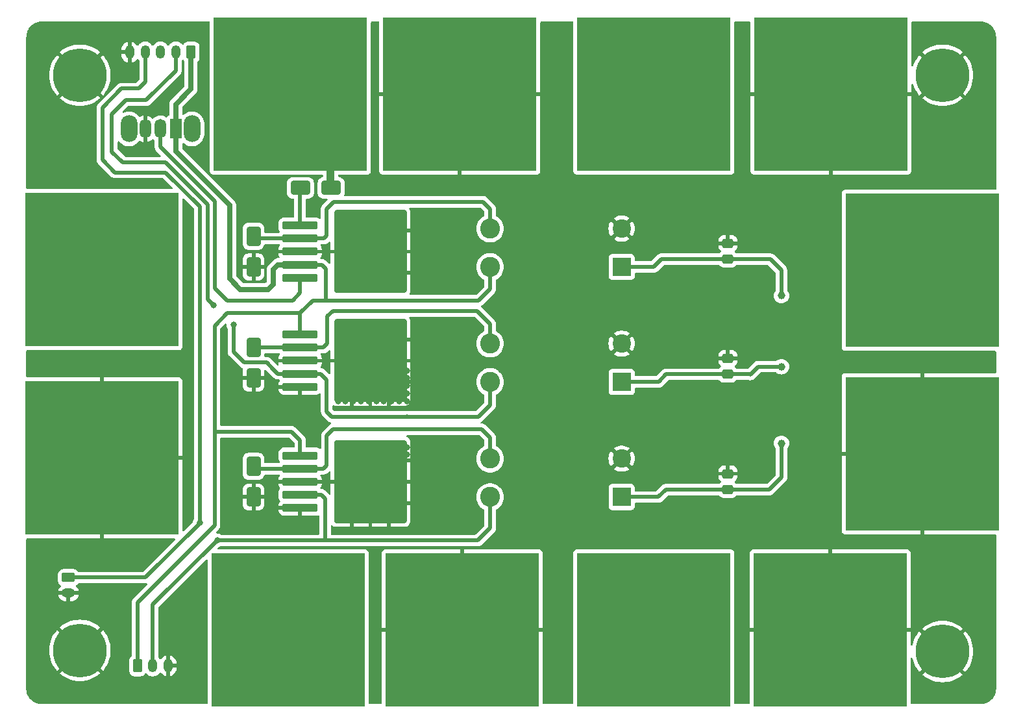
<source format=gbr>
%TF.GenerationSoftware,KiCad,Pcbnew,8.0.3-8.0.3-0~ubuntu22.04.1*%
%TF.CreationDate,2024-08-07T13:08:43+03:00*%
%TF.ProjectId,power_distribution_body,706f7765-725f-4646-9973-747269627574,rev?*%
%TF.SameCoordinates,Original*%
%TF.FileFunction,Copper,L1,Top*%
%TF.FilePolarity,Positive*%
%FSLAX46Y46*%
G04 Gerber Fmt 4.6, Leading zero omitted, Abs format (unit mm)*
G04 Created by KiCad (PCBNEW 8.0.3-8.0.3-0~ubuntu22.04.1) date 2024-08-07 13:08:43*
%MOMM*%
%LPD*%
G01*
G04 APERTURE LIST*
G04 Aperture macros list*
%AMRoundRect*
0 Rectangle with rounded corners*
0 $1 Rounding radius*
0 $2 $3 $4 $5 $6 $7 $8 $9 X,Y pos of 4 corners*
0 Add a 4 corners polygon primitive as box body*
4,1,4,$2,$3,$4,$5,$6,$7,$8,$9,$2,$3,0*
0 Add four circle primitives for the rounded corners*
1,1,$1+$1,$2,$3*
1,1,$1+$1,$4,$5*
1,1,$1+$1,$6,$7*
1,1,$1+$1,$8,$9*
0 Add four rect primitives between the rounded corners*
20,1,$1+$1,$2,$3,$4,$5,0*
20,1,$1+$1,$4,$5,$6,$7,0*
20,1,$1+$1,$6,$7,$8,$9,0*
20,1,$1+$1,$8,$9,$2,$3,0*%
G04 Aperture macros list end*
%TA.AperFunction,ComponentPad*%
%ADD10C,0.800000*%
%TD*%
%TA.AperFunction,ComponentPad*%
%ADD11C,7.000000*%
%TD*%
%TA.AperFunction,SMDPad,CuDef*%
%ADD12RoundRect,0.250000X-0.650000X1.000000X-0.650000X-1.000000X0.650000X-1.000000X0.650000X1.000000X0*%
%TD*%
%TA.AperFunction,ComponentPad*%
%ADD13C,1.270000*%
%TD*%
%TA.AperFunction,SMDPad,CuDef*%
%ADD14R,20.000000X20.000000*%
%TD*%
%TA.AperFunction,SMDPad,CuDef*%
%ADD15RoundRect,0.250000X-2.050000X-0.300000X2.050000X-0.300000X2.050000X0.300000X-2.050000X0.300000X0*%
%TD*%
%TA.AperFunction,SMDPad,CuDef*%
%ADD16RoundRect,0.250000X-2.025000X-2.375000X2.025000X-2.375000X2.025000X2.375000X-2.025000X2.375000X0*%
%TD*%
%TA.AperFunction,SMDPad,CuDef*%
%ADD17RoundRect,0.250002X-4.449998X-5.149998X4.449998X-5.149998X4.449998X5.149998X-4.449998X5.149998X0*%
%TD*%
%TA.AperFunction,SMDPad,CuDef*%
%ADD18RoundRect,0.250000X-0.475000X0.337500X-0.475000X-0.337500X0.475000X-0.337500X0.475000X0.337500X0*%
%TD*%
%TA.AperFunction,ComponentPad*%
%ADD19C,2.600000*%
%TD*%
%TA.AperFunction,ComponentPad*%
%ADD20R,2.400000X2.400000*%
%TD*%
%TA.AperFunction,ComponentPad*%
%ADD21C,2.400000*%
%TD*%
%TA.AperFunction,SMDPad,CuDef*%
%ADD22C,1.000000*%
%TD*%
%TA.AperFunction,ComponentPad*%
%ADD23O,2.200000X3.500000*%
%TD*%
%TA.AperFunction,ComponentPad*%
%ADD24R,1.500000X2.500000*%
%TD*%
%TA.AperFunction,ComponentPad*%
%ADD25O,1.500000X2.500000*%
%TD*%
%TA.AperFunction,ComponentPad*%
%ADD26RoundRect,0.250000X-0.625000X0.350000X-0.625000X-0.350000X0.625000X-0.350000X0.625000X0.350000X0*%
%TD*%
%TA.AperFunction,ComponentPad*%
%ADD27O,1.750000X1.200000*%
%TD*%
%TA.AperFunction,SMDPad,CuDef*%
%ADD28RoundRect,0.250000X-1.000000X-0.650000X1.000000X-0.650000X1.000000X0.650000X-1.000000X0.650000X0*%
%TD*%
%TA.AperFunction,ComponentPad*%
%ADD29RoundRect,0.250000X0.350000X0.625000X-0.350000X0.625000X-0.350000X-0.625000X0.350000X-0.625000X0*%
%TD*%
%TA.AperFunction,ComponentPad*%
%ADD30O,1.200000X1.750000*%
%TD*%
%TA.AperFunction,ComponentPad*%
%ADD31RoundRect,0.250000X-0.350000X-0.625000X0.350000X-0.625000X0.350000X0.625000X-0.350000X0.625000X0*%
%TD*%
%TA.AperFunction,ViaPad*%
%ADD32C,0.800000*%
%TD*%
%TA.AperFunction,Conductor*%
%ADD33C,0.500000*%
%TD*%
%TA.AperFunction,Conductor*%
%ADD34C,0.700000*%
%TD*%
%TA.AperFunction,Conductor*%
%ADD35C,1.000000*%
%TD*%
G04 APERTURE END LIST*
D10*
%TO.P,H1,1,1*%
%TO.N,GND*%
X91725000Y-132500000D03*
X92493845Y-130643845D03*
X92493845Y-134356155D03*
X94350000Y-129875000D03*
D11*
X94350000Y-132500000D03*
D10*
X94350000Y-135125000D03*
X96206155Y-130643845D03*
X96206155Y-134356155D03*
X96975000Y-132500000D03*
%TD*%
D12*
%TO.P,D3,1,K*%
%TO.N,Net-(D3-K)*%
X117000000Y-78500000D03*
%TO.P,D3,2,A*%
%TO.N,GND*%
X117000000Y-82500000D03*
%TD*%
D13*
%TO.P,J4,1*%
%TO.N,+BATT*%
X90850000Y-76500000D03*
X90850000Y-79040000D03*
X90850000Y-81580000D03*
X90850000Y-84120000D03*
X90850000Y-86660000D03*
X90850000Y-89200000D03*
X93390000Y-76500000D03*
X93390000Y-79040000D03*
X93390000Y-81580000D03*
X93390000Y-84120000D03*
X93390000Y-86660000D03*
X93390000Y-89200000D03*
X95930000Y-76500000D03*
X95930000Y-79040000D03*
X95930000Y-81580000D03*
X95930000Y-84120000D03*
X95930000Y-86660000D03*
X95930000Y-89200000D03*
D14*
X97200000Y-82850000D03*
D13*
X98470000Y-76500000D03*
X98470000Y-79040000D03*
X98470000Y-81580000D03*
X98470000Y-84120000D03*
X98470000Y-86660000D03*
X98470000Y-89200000D03*
X101010000Y-76500000D03*
X101010000Y-79040000D03*
X101010000Y-81580000D03*
X101010000Y-84120000D03*
X101010000Y-86660000D03*
X101010000Y-89200000D03*
X103550000Y-76500000D03*
X103550000Y-79040000D03*
X103550000Y-81580000D03*
X103550000Y-84120000D03*
X103550000Y-86660000D03*
X103550000Y-89200000D03*
%TD*%
D15*
%TO.P,U3,1,VIN*%
%TO.N,Net-(D4-K)*%
X123075000Y-77100000D03*
%TO.P,U3,2,OUT*%
%TO.N,Net-(D3-K)*%
X123075000Y-78800000D03*
%TO.P,U3,3,GND*%
%TO.N,GND*%
X123075000Y-80500000D03*
D16*
X129800000Y-77725000D03*
X129800000Y-83275000D03*
D17*
X132225000Y-80500000D03*
D16*
X134650000Y-77725000D03*
X134650000Y-83275000D03*
D15*
%TO.P,U3,4,FB*%
%TO.N,+12V*%
X123075000Y-82200000D03*
%TO.P,U3,5,~{ON}/OFF*%
%TO.N,Net-(SW1-B)*%
X123075000Y-83900000D03*
%TD*%
D13*
%TO.P,J10,1*%
%TO.N,GND*%
X137850000Y-123500000D03*
X137850000Y-126040000D03*
X137850000Y-128580000D03*
X137850000Y-131120000D03*
X137850000Y-133660000D03*
X137850000Y-136200000D03*
X140390000Y-123500000D03*
X140390000Y-126040000D03*
X140390000Y-128580000D03*
X140390000Y-131120000D03*
X140390000Y-133660000D03*
X140390000Y-136200000D03*
X142930000Y-123500000D03*
X142930000Y-126040000D03*
X142930000Y-128580000D03*
X142930000Y-131120000D03*
X142930000Y-133660000D03*
X142930000Y-136200000D03*
D14*
X144200000Y-129850000D03*
D13*
X145470000Y-123500000D03*
X145470000Y-126040000D03*
X145470000Y-128580000D03*
X145470000Y-131120000D03*
X145470000Y-133660000D03*
X145470000Y-136200000D03*
X148010000Y-123500000D03*
X148010000Y-126040000D03*
X148010000Y-128580000D03*
X148010000Y-131120000D03*
X148010000Y-133660000D03*
X148010000Y-136200000D03*
X150550000Y-123500000D03*
X150550000Y-126040000D03*
X150550000Y-128580000D03*
X150550000Y-131120000D03*
X150550000Y-133660000D03*
X150550000Y-136200000D03*
%TD*%
D18*
%TO.P,C1,1*%
%TO.N,GND*%
X178850000Y-79425000D03*
%TO.P,C1,2*%
%TO.N,+12V*%
X178850000Y-81500000D03*
%TD*%
D13*
%TO.P,J13,1*%
%TO.N,GND*%
X90850000Y-101040000D03*
X90850000Y-103580000D03*
X90850000Y-106120000D03*
X90850000Y-108660000D03*
X90850000Y-111200000D03*
X90850000Y-113740000D03*
X93390000Y-101040000D03*
X93390000Y-103580000D03*
X93390000Y-106120000D03*
X93390000Y-108660000D03*
X93390000Y-111200000D03*
X93390000Y-113740000D03*
X95930000Y-101040000D03*
X95930000Y-103580000D03*
X95930000Y-106120000D03*
X95930000Y-108660000D03*
X95930000Y-111200000D03*
X95930000Y-113740000D03*
D14*
X97200000Y-107390000D03*
D13*
X98470000Y-101040000D03*
X98470000Y-103580000D03*
X98470000Y-106120000D03*
X98470000Y-108660000D03*
X98470000Y-111200000D03*
X98470000Y-113740000D03*
X101010000Y-101040000D03*
X101010000Y-103580000D03*
X101010000Y-106120000D03*
X101010000Y-108660000D03*
X101010000Y-111200000D03*
X101010000Y-113740000D03*
X103550000Y-101040000D03*
X103550000Y-103580000D03*
X103550000Y-106120000D03*
X103550000Y-108660000D03*
X103550000Y-111200000D03*
X103550000Y-113740000D03*
%TD*%
D19*
%TO.P,L1,1*%
%TO.N,Net-(D1-K)*%
X147850000Y-107500000D03*
%TO.P,L1,2*%
%TO.N,+5V*%
X147850000Y-112500000D03*
%TD*%
D13*
%TO.P,J5,1*%
%TO.N,+BATT*%
X115450000Y-53600000D03*
X115450000Y-56140000D03*
X115450000Y-58680000D03*
X115450000Y-61220000D03*
X115450000Y-63760000D03*
X115450000Y-66300000D03*
X117990000Y-53600000D03*
X117990000Y-56140000D03*
X117990000Y-58680000D03*
X117990000Y-61220000D03*
X117990000Y-63760000D03*
X117990000Y-66300000D03*
X120530000Y-53600000D03*
X120530000Y-56140000D03*
X120530000Y-58680000D03*
X120530000Y-61220000D03*
X120530000Y-63760000D03*
X120530000Y-66300000D03*
D14*
X121800000Y-59950000D03*
D13*
X123070000Y-53600000D03*
X123070000Y-56140000D03*
X123070000Y-58680000D03*
X123070000Y-61220000D03*
X123070000Y-63760000D03*
X123070000Y-66300000D03*
X125610000Y-53600000D03*
X125610000Y-56140000D03*
X125610000Y-58680000D03*
X125610000Y-61220000D03*
X125610000Y-63760000D03*
X125610000Y-66300000D03*
X128150000Y-53600000D03*
X128150000Y-56140000D03*
X128150000Y-58680000D03*
X128150000Y-61220000D03*
X128150000Y-63760000D03*
X128150000Y-66300000D03*
%TD*%
D20*
%TO.P,C2,1*%
%TO.N,+5V*%
X165000000Y-112500000D03*
D21*
%TO.P,C2,2*%
%TO.N,GND*%
X165000000Y-107500000D03*
%TD*%
D13*
%TO.P,J12,1*%
%TO.N,GND*%
X185950000Y-53600000D03*
X185950000Y-56140000D03*
X185950000Y-58680000D03*
X185950000Y-61220000D03*
X185950000Y-63760000D03*
X185950000Y-66300000D03*
X188490000Y-53600000D03*
X188490000Y-56140000D03*
X188490000Y-58680000D03*
X188490000Y-61220000D03*
X188490000Y-63760000D03*
X188490000Y-66300000D03*
X191030000Y-53600000D03*
X191030000Y-56140000D03*
X191030000Y-58680000D03*
X191030000Y-61220000D03*
X191030000Y-63760000D03*
X191030000Y-66300000D03*
D14*
X192300000Y-59950000D03*
D13*
X193570000Y-53600000D03*
X193570000Y-56140000D03*
X193570000Y-58680000D03*
X193570000Y-61220000D03*
X193570000Y-63760000D03*
X193570000Y-66300000D03*
X196110000Y-53600000D03*
X196110000Y-56140000D03*
X196110000Y-58680000D03*
X196110000Y-61220000D03*
X196110000Y-63760000D03*
X196110000Y-66300000D03*
X198650000Y-53600000D03*
X198650000Y-56140000D03*
X198650000Y-58680000D03*
X198650000Y-61220000D03*
X198650000Y-63760000D03*
X198650000Y-66300000D03*
%TD*%
D19*
%TO.P,L2,1*%
%TO.N,Net-(D2-K)*%
X147850000Y-92500000D03*
%TO.P,L2,2*%
%TO.N,+3V3*%
X147850000Y-97500000D03*
%TD*%
D22*
%TO.P,TP2,1,1*%
%TO.N,+5V*%
X185850000Y-105500000D03*
%TD*%
D23*
%TO.P,SW1,*%
%TO.N,*%
X108950000Y-64500000D03*
X100750000Y-64500000D03*
D24*
%TO.P,SW1,1,C*%
%TO.N,+12V*%
X106850000Y-64500000D03*
D25*
%TO.P,SW1,2,B*%
%TO.N,Net-(SW1-B)*%
X104850000Y-64500000D03*
%TO.P,SW1,3,A*%
%TO.N,GND*%
X102850000Y-64500000D03*
%TD*%
D15*
%TO.P,U2,1,VIN*%
%TO.N,+12V*%
X123075000Y-107100000D03*
%TO.P,U2,2,OUT*%
%TO.N,Net-(D1-K)*%
X123075000Y-108800000D03*
%TO.P,U2,3,GND*%
%TO.N,GND*%
X123075000Y-110500000D03*
D16*
X129800000Y-107725000D03*
X129800000Y-113275000D03*
D17*
X132225000Y-110500000D03*
D16*
X134650000Y-107725000D03*
X134650000Y-113275000D03*
D15*
%TO.P,U2,4,FB*%
%TO.N,+5V*%
X123075000Y-112200000D03*
%TO.P,U2,5,~{ON}/OFF*%
%TO.N,GND*%
X123075000Y-113900000D03*
%TD*%
D13*
%TO.P,J1,1*%
%TO.N,+BATT*%
X162850000Y-53600000D03*
X162850000Y-56140000D03*
X162850000Y-58680000D03*
X162850000Y-61220000D03*
X162850000Y-63760000D03*
X162850000Y-66300000D03*
X165390000Y-53600000D03*
X165390000Y-56140000D03*
X165390000Y-58680000D03*
X165390000Y-61220000D03*
X165390000Y-63760000D03*
X165390000Y-66300000D03*
X167930000Y-53600000D03*
X167930000Y-56140000D03*
X167930000Y-58680000D03*
X167930000Y-61220000D03*
X167930000Y-63760000D03*
X167930000Y-66300000D03*
D14*
X169200000Y-59950000D03*
D13*
X170470000Y-53600000D03*
X170470000Y-56140000D03*
X170470000Y-58680000D03*
X170470000Y-61220000D03*
X170470000Y-63760000D03*
X170470000Y-66300000D03*
X173010000Y-53600000D03*
X173010000Y-56140000D03*
X173010000Y-58680000D03*
X173010000Y-61220000D03*
X173010000Y-63760000D03*
X173010000Y-66300000D03*
X175550000Y-53600000D03*
X175550000Y-56140000D03*
X175550000Y-58680000D03*
X175550000Y-61220000D03*
X175550000Y-63760000D03*
X175550000Y-66300000D03*
%TD*%
D26*
%TO.P,J7,1,Pin_1*%
%TO.N,+5V*%
X92850000Y-123000000D03*
D27*
%TO.P,J7,2,Pin_2*%
%TO.N,GND*%
X92850000Y-125000000D03*
%TD*%
D13*
%TO.P,J15,1*%
%TO.N,GND*%
X197850000Y-100500000D03*
X197850000Y-103040000D03*
X197850000Y-105580000D03*
X197850000Y-108120000D03*
X197850000Y-110660000D03*
X197850000Y-113200000D03*
X200390000Y-100500000D03*
X200390000Y-103040000D03*
X200390000Y-105580000D03*
X200390000Y-108120000D03*
X200390000Y-110660000D03*
X200390000Y-113200000D03*
X202930000Y-100500000D03*
X202930000Y-103040000D03*
X202930000Y-105580000D03*
X202930000Y-108120000D03*
X202930000Y-110660000D03*
X202930000Y-113200000D03*
D14*
X204200000Y-106850000D03*
D13*
X205470000Y-100500000D03*
X205470000Y-103040000D03*
X205470000Y-105580000D03*
X205470000Y-108120000D03*
X205470000Y-110660000D03*
X205470000Y-113200000D03*
X208010000Y-100500000D03*
X208010000Y-103040000D03*
X208010000Y-105580000D03*
X208010000Y-108120000D03*
X208010000Y-110660000D03*
X208010000Y-113200000D03*
X210550000Y-100500000D03*
X210550000Y-103040000D03*
X210550000Y-105580000D03*
X210550000Y-108120000D03*
X210550000Y-110660000D03*
X210550000Y-113200000D03*
%TD*%
%TO.P,J9,1*%
%TO.N,+BATT*%
X115150000Y-123500000D03*
X115150000Y-126040000D03*
X115150000Y-128580000D03*
X115150000Y-131120000D03*
X115150000Y-133660000D03*
X115150000Y-136200000D03*
X117690000Y-123500000D03*
X117690000Y-126040000D03*
X117690000Y-128580000D03*
X117690000Y-131120000D03*
X117690000Y-133660000D03*
X117690000Y-136200000D03*
X120230000Y-123500000D03*
X120230000Y-126040000D03*
X120230000Y-128580000D03*
X120230000Y-131120000D03*
X120230000Y-133660000D03*
X120230000Y-136200000D03*
D14*
X121500000Y-129850000D03*
D13*
X122770000Y-123500000D03*
X122770000Y-126040000D03*
X122770000Y-128580000D03*
X122770000Y-131120000D03*
X122770000Y-133660000D03*
X122770000Y-136200000D03*
X125310000Y-123500000D03*
X125310000Y-126040000D03*
X125310000Y-128580000D03*
X125310000Y-131120000D03*
X125310000Y-133660000D03*
X125310000Y-136200000D03*
X127850000Y-123500000D03*
X127850000Y-126040000D03*
X127850000Y-128580000D03*
X127850000Y-131120000D03*
X127850000Y-133660000D03*
X127850000Y-136200000D03*
%TD*%
D18*
%TO.P,C6,1*%
%TO.N,GND*%
X178850000Y-109462500D03*
%TO.P,C6,2*%
%TO.N,+5V*%
X178850000Y-111537500D03*
%TD*%
D10*
%TO.P,H2,1,1*%
%TO.N,GND*%
X204225000Y-57500000D03*
X204993845Y-55643845D03*
X204993845Y-59356155D03*
X206850000Y-54875000D03*
D11*
X206850000Y-57500000D03*
D10*
X206850000Y-60125000D03*
X208706155Y-55643845D03*
X208706155Y-59356155D03*
X209475000Y-57500000D03*
%TD*%
D15*
%TO.P,U1,1,VIN*%
%TO.N,+12V*%
X123075000Y-91325000D03*
%TO.P,U1,2,OUT*%
%TO.N,Net-(D2-K)*%
X123075000Y-93025000D03*
%TO.P,U1,3,GND*%
%TO.N,GND*%
X123075000Y-94725000D03*
D16*
X129800000Y-91950000D03*
X129800000Y-97500000D03*
D17*
X132225000Y-94725000D03*
D16*
X134650000Y-91950000D03*
X134650000Y-97500000D03*
D15*
%TO.P,U1,4,FB*%
%TO.N,+3V3*%
X123075000Y-96425000D03*
%TO.P,U1,5,~{ON}/OFF*%
%TO.N,GND*%
X123075000Y-98125000D03*
%TD*%
D13*
%TO.P,J3,1*%
%TO.N,+BATT*%
X197850000Y-76600000D03*
X197850000Y-79140000D03*
X197850000Y-81680000D03*
X197850000Y-84220000D03*
X197850000Y-86760000D03*
X197850000Y-89300000D03*
X200390000Y-76600000D03*
X200390000Y-79140000D03*
X200390000Y-81680000D03*
X200390000Y-84220000D03*
X200390000Y-86760000D03*
X200390000Y-89300000D03*
X202930000Y-76600000D03*
X202930000Y-79140000D03*
X202930000Y-81680000D03*
X202930000Y-84220000D03*
X202930000Y-86760000D03*
X202930000Y-89300000D03*
D14*
X204200000Y-82950000D03*
D13*
X205470000Y-76600000D03*
X205470000Y-79140000D03*
X205470000Y-81680000D03*
X205470000Y-84220000D03*
X205470000Y-86760000D03*
X205470000Y-89300000D03*
X208010000Y-76600000D03*
X208010000Y-79140000D03*
X208010000Y-81680000D03*
X208010000Y-84220000D03*
X208010000Y-86760000D03*
X208010000Y-89300000D03*
X210550000Y-76600000D03*
X210550000Y-79140000D03*
X210550000Y-81680000D03*
X210550000Y-84220000D03*
X210550000Y-86760000D03*
X210550000Y-89300000D03*
%TD*%
D28*
%TO.P,D4,1,K*%
%TO.N,Net-(D4-K)*%
X123112500Y-72190000D03*
%TO.P,D4,2,A*%
%TO.N,+BATT*%
X127112500Y-72190000D03*
%TD*%
D29*
%TO.P,J6,1,Pin_1*%
%TO.N,+12V*%
X108850000Y-54500000D03*
D30*
%TO.P,J6,2,Pin_2*%
%TO.N,+3V3*%
X106850000Y-54500000D03*
%TO.P,J6,3,Pin_3*%
%TO.N,+BATT*%
X104850000Y-54500000D03*
%TO.P,J6,4,Pin_4*%
%TO.N,+5V*%
X102850000Y-54500000D03*
%TO.P,J6,5,Pin_5*%
%TO.N,GND*%
X100850000Y-54500000D03*
%TD*%
D20*
%TO.P,C4,1*%
%TO.N,+3V3*%
X165000000Y-97500000D03*
D21*
%TO.P,C4,2*%
%TO.N,GND*%
X165000000Y-92500000D03*
%TD*%
D10*
%TO.P,H4,1,1*%
%TO.N,GND*%
X204225000Y-132643845D03*
X204993845Y-130787690D03*
X204993845Y-134500000D03*
X206850000Y-130018845D03*
D11*
X206850000Y-132643845D03*
D10*
X206850000Y-135268845D03*
X208706155Y-130787690D03*
X208706155Y-134500000D03*
X209475000Y-132643845D03*
%TD*%
D12*
%TO.P,D2,1,K*%
%TO.N,Net-(D2-K)*%
X117000000Y-93000000D03*
%TO.P,D2,2,A*%
%TO.N,GND*%
X117000000Y-97000000D03*
%TD*%
D10*
%TO.P,H3,1,1*%
%TO.N,GND*%
X91725000Y-57500000D03*
X92493845Y-55643845D03*
X92493845Y-59356155D03*
X94350000Y-54875000D03*
D11*
X94350000Y-57500000D03*
D10*
X94350000Y-60125000D03*
X96206155Y-55643845D03*
X96206155Y-59356155D03*
X96975000Y-57500000D03*
%TD*%
D20*
%TO.P,C3,1*%
%TO.N,+12V*%
X165000000Y-82500000D03*
D21*
%TO.P,C3,2*%
%TO.N,GND*%
X165000000Y-77500000D03*
%TD*%
D22*
%TO.P,TP1,1,1*%
%TO.N,+3V3*%
X185850000Y-95500000D03*
%TD*%
%TO.P,TP3,1,1*%
%TO.N,+12V*%
X185850000Y-86250000D03*
%TD*%
D31*
%TO.P,J8,1,Pin_1*%
%TO.N,+12V*%
X101850000Y-134500000D03*
D30*
%TO.P,J8,2,Pin_2*%
%TO.N,+5V*%
X103850000Y-134500000D03*
%TO.P,J8,3,Pin_3*%
%TO.N,GND*%
X105850000Y-134500000D03*
%TD*%
D13*
%TO.P,J14,1*%
%TO.N,GND*%
X137550000Y-53600000D03*
X137550000Y-56140000D03*
X137550000Y-58680000D03*
X137550000Y-61220000D03*
X137550000Y-63760000D03*
X137550000Y-66300000D03*
X140090000Y-53600000D03*
X140090000Y-56140000D03*
X140090000Y-58680000D03*
X140090000Y-61220000D03*
X140090000Y-63760000D03*
X140090000Y-66300000D03*
X142630000Y-53600000D03*
X142630000Y-56140000D03*
X142630000Y-58680000D03*
X142630000Y-61220000D03*
X142630000Y-63760000D03*
X142630000Y-66300000D03*
D14*
X143900000Y-59950000D03*
D13*
X145170000Y-53600000D03*
X145170000Y-56140000D03*
X145170000Y-58680000D03*
X145170000Y-61220000D03*
X145170000Y-63760000D03*
X145170000Y-66300000D03*
X147710000Y-53600000D03*
X147710000Y-56140000D03*
X147710000Y-58680000D03*
X147710000Y-61220000D03*
X147710000Y-63760000D03*
X147710000Y-66300000D03*
X150250000Y-53600000D03*
X150250000Y-56140000D03*
X150250000Y-58680000D03*
X150250000Y-61220000D03*
X150250000Y-63760000D03*
X150250000Y-66300000D03*
%TD*%
%TO.P,J11,1*%
%TO.N,GND*%
X185850000Y-123500000D03*
X185850000Y-126040000D03*
X185850000Y-128580000D03*
X185850000Y-131120000D03*
X185850000Y-133660000D03*
X185850000Y-136200000D03*
X188390000Y-123500000D03*
X188390000Y-126040000D03*
X188390000Y-128580000D03*
X188390000Y-131120000D03*
X188390000Y-133660000D03*
X188390000Y-136200000D03*
X190930000Y-123500000D03*
X190930000Y-126040000D03*
X190930000Y-128580000D03*
X190930000Y-131120000D03*
X190930000Y-133660000D03*
X190930000Y-136200000D03*
D14*
X192200000Y-129850000D03*
D13*
X193470000Y-123500000D03*
X193470000Y-126040000D03*
X193470000Y-128580000D03*
X193470000Y-131120000D03*
X193470000Y-133660000D03*
X193470000Y-136200000D03*
X196010000Y-123500000D03*
X196010000Y-126040000D03*
X196010000Y-128580000D03*
X196010000Y-131120000D03*
X196010000Y-133660000D03*
X196010000Y-136200000D03*
X198550000Y-123500000D03*
X198550000Y-126040000D03*
X198550000Y-128580000D03*
X198550000Y-131120000D03*
X198550000Y-133660000D03*
X198550000Y-136200000D03*
%TD*%
%TO.P,J2,1*%
%TO.N,+BATT*%
X162850000Y-123500000D03*
X162850000Y-126040000D03*
X162850000Y-128580000D03*
X162850000Y-131120000D03*
X162850000Y-133660000D03*
X162850000Y-136200000D03*
X165390000Y-123500000D03*
X165390000Y-126040000D03*
X165390000Y-128580000D03*
X165390000Y-131120000D03*
X165390000Y-133660000D03*
X165390000Y-136200000D03*
X167930000Y-123500000D03*
X167930000Y-126040000D03*
X167930000Y-128580000D03*
X167930000Y-131120000D03*
X167930000Y-133660000D03*
X167930000Y-136200000D03*
D14*
X169200000Y-129850000D03*
D13*
X170470000Y-123500000D03*
X170470000Y-126040000D03*
X170470000Y-128580000D03*
X170470000Y-131120000D03*
X170470000Y-133660000D03*
X170470000Y-136200000D03*
X173010000Y-123500000D03*
X173010000Y-126040000D03*
X173010000Y-128580000D03*
X173010000Y-131120000D03*
X173010000Y-133660000D03*
X173010000Y-136200000D03*
X175550000Y-123500000D03*
X175550000Y-126040000D03*
X175550000Y-128580000D03*
X175550000Y-131120000D03*
X175550000Y-133660000D03*
X175550000Y-136200000D03*
%TD*%
D12*
%TO.P,D1,1,K*%
%TO.N,Net-(D1-K)*%
X117000000Y-108500000D03*
%TO.P,D1,2,A*%
%TO.N,GND*%
X117000000Y-112500000D03*
%TD*%
D19*
%TO.P,L3,1*%
%TO.N,Net-(D3-K)*%
X147850000Y-77500000D03*
%TO.P,L3,2*%
%TO.N,+12V*%
X147850000Y-82500000D03*
%TD*%
D18*
%TO.P,C5,1*%
%TO.N,GND*%
X178850000Y-94425000D03*
%TO.P,C5,2*%
%TO.N,+3V3*%
X178850000Y-96500000D03*
%TD*%
D32*
%TO.N,GND*%
X110500000Y-58750000D03*
X131000000Y-99000000D03*
X114000000Y-101000000D03*
X114000000Y-100000000D03*
X122000000Y-102000000D03*
X125000000Y-101000000D03*
X130000000Y-97000000D03*
X129000000Y-100000000D03*
X114000000Y-99000000D03*
X125000000Y-103000000D03*
X125000000Y-100000000D03*
X106750000Y-58750000D03*
X114000000Y-98000000D03*
X115000000Y-102000000D03*
X124000000Y-102000000D03*
X122000000Y-100000000D03*
X121000000Y-102000000D03*
X125000000Y-104000000D03*
X124000000Y-104000000D03*
X131000000Y-106000000D03*
X120000000Y-100000000D03*
X128000000Y-98000000D03*
X138000000Y-98000000D03*
X134000000Y-106000000D03*
X138000000Y-99000000D03*
X115000000Y-97000000D03*
X134000000Y-107000000D03*
X124000000Y-103000000D03*
X129000000Y-107000000D03*
X128000000Y-96000000D03*
X125000000Y-105000000D03*
X134000000Y-99000000D03*
X118000000Y-102000000D03*
X132000000Y-106000000D03*
X114000000Y-97000000D03*
X129000000Y-98000000D03*
X125000000Y-102000000D03*
X130000000Y-100000000D03*
X124000000Y-100000000D03*
X123000000Y-102000000D03*
X115000000Y-101000000D03*
X120000000Y-102000000D03*
X131000000Y-100000000D03*
X136000000Y-107000000D03*
X136000000Y-99000000D03*
X135000000Y-106000000D03*
X118000000Y-101000000D03*
X128000000Y-107000000D03*
X128000000Y-99000000D03*
X135000000Y-98000000D03*
X131000000Y-96000000D03*
X134000000Y-96000000D03*
X117000000Y-101000000D03*
X137000000Y-107000000D03*
X114000000Y-102000000D03*
X137000000Y-96000000D03*
X116000000Y-101000000D03*
X136000000Y-100000000D03*
X133000000Y-97000000D03*
X128000000Y-106000000D03*
X121000000Y-101000000D03*
X134000000Y-98000000D03*
X135000000Y-107000000D03*
X133000000Y-99000000D03*
X135000000Y-100000000D03*
X129000000Y-96000000D03*
X129000000Y-106000000D03*
X137000000Y-99000000D03*
X117000000Y-100000000D03*
X124000000Y-101000000D03*
X123000000Y-100000000D03*
X130000000Y-96000000D03*
X138000000Y-106000000D03*
X136000000Y-98000000D03*
X137000000Y-100000000D03*
X136000000Y-97000000D03*
X136000000Y-106000000D03*
X114000000Y-96000000D03*
X132000000Y-100000000D03*
X134000000Y-97000000D03*
X117000000Y-102000000D03*
X118000000Y-101000000D03*
X129000000Y-97000000D03*
X135000000Y-96000000D03*
X119000000Y-102000000D03*
X132000000Y-98000000D03*
X137000000Y-98000000D03*
X134000000Y-98000000D03*
X132000000Y-96000000D03*
X131000000Y-98000000D03*
X130000000Y-98000000D03*
X128000000Y-100000000D03*
X132000000Y-107000000D03*
X133000000Y-96000000D03*
X137000000Y-97000000D03*
X135000000Y-97000000D03*
X137000000Y-106000000D03*
X138000000Y-97000000D03*
X116000000Y-100000000D03*
X120000000Y-101000000D03*
X134000000Y-100000000D03*
X115000000Y-99000000D03*
X115000000Y-96000000D03*
X130000000Y-99000000D03*
X136000000Y-96000000D03*
X123000000Y-101000000D03*
X131000000Y-107000000D03*
X135000000Y-99000000D03*
X122000000Y-101000000D03*
X130000000Y-107000000D03*
X132000000Y-99000000D03*
X129000000Y-99000000D03*
X118000000Y-100000000D03*
X119000000Y-100000000D03*
X132000000Y-97000000D03*
X133000000Y-98000000D03*
X128000000Y-97000000D03*
X133000000Y-106000000D03*
X121000000Y-100000000D03*
X133000000Y-100000000D03*
X119000000Y-101000000D03*
X115000000Y-98000000D03*
X138000000Y-100000000D03*
X130000000Y-106000000D03*
X133000000Y-107000000D03*
X131000000Y-97000000D03*
X115000000Y-100000000D03*
X116000000Y-102000000D03*
%TO.N,+5V*%
X112250000Y-118150000D03*
X109970000Y-115860000D03*
%TO.N,+3V3*%
X114390000Y-90070000D03*
X111820000Y-87510000D03*
%TD*%
D33*
%TO.N,+12V*%
X111910000Y-90210000D02*
X111910000Y-104000000D01*
X185850000Y-82940000D02*
X185850000Y-86250000D01*
X121960000Y-104000000D02*
X111910000Y-104000000D01*
D34*
X106850000Y-61290000D02*
X108760000Y-59380000D01*
D33*
X146320000Y-86910000D02*
X126470000Y-86910000D01*
X123075000Y-107100000D02*
X123075000Y-105125000D01*
X178850000Y-81500000D02*
X184410000Y-81500000D01*
X123070000Y-88530000D02*
X124700000Y-86900000D01*
X125880000Y-82200000D02*
X123075000Y-82200000D01*
D34*
X120200000Y-82200000D02*
X119570000Y-82830000D01*
X118930000Y-85420000D02*
X115300000Y-85420000D01*
X123075000Y-82200000D02*
X120200000Y-82200000D01*
D33*
X123070000Y-88530000D02*
X113590000Y-88530000D01*
D34*
X119570000Y-82830000D02*
X119570000Y-84780000D01*
D33*
X106990000Y-61290000D02*
X106850000Y-61290000D01*
D34*
X108850000Y-59290000D02*
X108850000Y-54500000D01*
D33*
X123075000Y-105125000D02*
X123080000Y-105120000D01*
X170180000Y-81500000D02*
X169180000Y-82500000D01*
D34*
X106850000Y-67430000D02*
X106850000Y-64500000D01*
D33*
X124700000Y-86900000D02*
X126460000Y-86900000D01*
D34*
X115270000Y-85450000D02*
X113860000Y-84040000D01*
D33*
X111910000Y-104000000D02*
X111910000Y-116210000D01*
X184410000Y-81500000D02*
X185850000Y-82940000D01*
X178850000Y-81500000D02*
X170180000Y-81500000D01*
X123080000Y-105120000D02*
X121960000Y-104000000D01*
X123075000Y-91325000D02*
X123075000Y-88535000D01*
X126460000Y-86900000D02*
X126460000Y-82780000D01*
X126460000Y-82780000D02*
X125880000Y-82200000D01*
X113590000Y-88530000D02*
X111910000Y-90210000D01*
X147850000Y-85380000D02*
X146320000Y-86910000D01*
D34*
X113860000Y-74440000D02*
X106850000Y-67430000D01*
D33*
X126470000Y-86910000D02*
X126460000Y-86900000D01*
X101850000Y-126270000D02*
X101850000Y-134500000D01*
D34*
X119570000Y-84780000D02*
X118930000Y-85420000D01*
X106850000Y-64500000D02*
X106850000Y-61290000D01*
D33*
X147850000Y-82500000D02*
X147850000Y-85380000D01*
D34*
X113860000Y-84040000D02*
X113860000Y-74440000D01*
D33*
X169180000Y-82500000D02*
X165000000Y-82500000D01*
X115300000Y-85420000D02*
X115270000Y-85450000D01*
X123075000Y-88535000D02*
X123070000Y-88530000D01*
X111910000Y-116210000D02*
X101850000Y-126270000D01*
%TO.N,+5V*%
X185850000Y-105500000D02*
X185860000Y-105510000D01*
X178850000Y-111537500D02*
X170762500Y-111537500D01*
X185860000Y-109910000D02*
X184232500Y-111537500D01*
X170762500Y-111537500D02*
X169800000Y-112500000D01*
X109970000Y-115920000D02*
X102890000Y-123000000D01*
X105540000Y-70180000D02*
X98920000Y-70180000D01*
X169800000Y-112500000D02*
X165000000Y-112500000D01*
X109970000Y-115860000D02*
X110000000Y-115830000D01*
X97300000Y-61730000D02*
X99780000Y-59250000D01*
X125800000Y-112200000D02*
X126320000Y-112720000D01*
X97300000Y-68560000D02*
X97300000Y-61730000D01*
X102890000Y-123000000D02*
X92850000Y-123000000D01*
X103850000Y-134500000D02*
X103850000Y-126550000D01*
X146240000Y-118170000D02*
X147850000Y-116560000D01*
X184232500Y-111537500D02*
X178850000Y-111537500D01*
X185860000Y-105510000D02*
X185860000Y-109910000D01*
X110000000Y-115830000D02*
X110000000Y-74640000D01*
X103850000Y-126550000D02*
X112250000Y-118150000D01*
X109970000Y-115860000D02*
X109970000Y-115920000D01*
X102850000Y-58400000D02*
X102850000Y-54500000D01*
X123075000Y-112200000D02*
X125800000Y-112200000D01*
X112250000Y-118150000D02*
X112270000Y-118170000D01*
X147850000Y-116560000D02*
X147850000Y-112500000D01*
X110000000Y-74640000D02*
X105540000Y-70180000D01*
X126320000Y-112720000D02*
X126320000Y-118170000D01*
X102000000Y-59250000D02*
X102850000Y-58400000D01*
X112270000Y-118170000D02*
X146240000Y-118170000D01*
X99780000Y-59250000D02*
X102000000Y-59250000D01*
X98920000Y-70180000D02*
X97300000Y-68560000D01*
%TO.N,+3V3*%
X123075000Y-96425000D02*
X120145000Y-96425000D01*
X114390000Y-92110000D02*
X114390000Y-90070000D01*
X98520000Y-62560000D02*
X100330000Y-60750000D01*
X98520000Y-67470000D02*
X98520000Y-62560000D01*
X123075000Y-96425000D02*
X125745000Y-96425000D01*
X137000000Y-102000000D02*
X137040000Y-102040000D01*
X126520000Y-101340000D02*
X127220000Y-102040000D01*
X118700000Y-94980000D02*
X115780000Y-94980000D01*
X169830000Y-97500000D02*
X165000000Y-97500000D01*
X136960000Y-102040000D02*
X137000000Y-102000000D01*
X111820000Y-87510000D02*
X111030000Y-86720000D01*
X182780000Y-95500000D02*
X181760000Y-96520000D01*
X125745000Y-96425000D02*
X126520000Y-97200000D01*
X127220000Y-102040000D02*
X136960000Y-102040000D01*
X170830000Y-96500000D02*
X169830000Y-97500000D01*
X147850000Y-100500000D02*
X147850000Y-97500000D01*
X178850000Y-96500000D02*
X170830000Y-96500000D01*
X119590000Y-95870000D02*
X118700000Y-94980000D01*
X146310000Y-102040000D02*
X147850000Y-100500000D01*
X99950000Y-68900000D02*
X98520000Y-67470000D01*
X103000000Y-60750000D02*
X106850000Y-56900000D01*
X111030000Y-86720000D02*
X111030000Y-74397208D01*
X105532792Y-68900000D02*
X99950000Y-68900000D01*
X137040000Y-102040000D02*
X146310000Y-102040000D01*
X106850000Y-56900000D02*
X106850000Y-54500000D01*
X114390000Y-93590000D02*
X114390000Y-92110000D01*
X111030000Y-74397208D02*
X105532792Y-68900000D01*
X185850000Y-95500000D02*
X182780000Y-95500000D01*
X115780000Y-94980000D02*
X114390000Y-93590000D01*
X181740000Y-96500000D02*
X178850000Y-96500000D01*
X120145000Y-96425000D02*
X119590000Y-95870000D01*
X181760000Y-96520000D02*
X181740000Y-96500000D01*
X100330000Y-60750000D02*
X103000000Y-60750000D01*
X126520000Y-97200000D02*
X126520000Y-101340000D01*
%TO.N,Net-(D1-K)*%
X127370000Y-103680000D02*
X146750000Y-103680000D01*
X147870000Y-104800000D02*
X147850000Y-104820000D01*
X123075000Y-108800000D02*
X117300000Y-108800000D01*
X126120000Y-108800000D02*
X126550000Y-108370000D01*
X123075000Y-108800000D02*
X126120000Y-108800000D01*
X146750000Y-103680000D02*
X147870000Y-104800000D01*
X126550000Y-108370000D02*
X126550000Y-104500000D01*
X147850000Y-104820000D02*
X147850000Y-107500000D01*
X126550000Y-104500000D02*
X127370000Y-103680000D01*
X117300000Y-108800000D02*
X117000000Y-108500000D01*
%TO.N,Net-(D2-K)*%
X123075000Y-93025000D02*
X117025000Y-93025000D01*
X126115000Y-93025000D02*
X126620000Y-92520000D01*
X123075000Y-93025000D02*
X126115000Y-93025000D01*
X146160000Y-88250000D02*
X147850000Y-89940000D01*
X127330000Y-88250000D02*
X146160000Y-88250000D01*
X117025000Y-93025000D02*
X117000000Y-93000000D01*
X126620000Y-88960000D02*
X127330000Y-88250000D01*
X147850000Y-89940000D02*
X147850000Y-92500000D01*
X126620000Y-92520000D02*
X126620000Y-88960000D01*
%TO.N,Net-(D3-K)*%
X127470000Y-74010000D02*
X146950000Y-74010000D01*
X126530000Y-78460000D02*
X126530000Y-74950000D01*
X147860000Y-74920000D02*
X147850000Y-74930000D01*
X146950000Y-74010000D02*
X147860000Y-74920000D01*
X126190000Y-78800000D02*
X126530000Y-78460000D01*
X123075000Y-78800000D02*
X117300000Y-78800000D01*
X126530000Y-74950000D02*
X127470000Y-74010000D01*
X123075000Y-78800000D02*
X126190000Y-78800000D01*
X147850000Y-74930000D02*
X147850000Y-77500000D01*
X117300000Y-78800000D02*
X117000000Y-78500000D01*
%TO.N,Net-(D4-K)*%
X123052500Y-77077500D02*
X123075000Y-77100000D01*
X123112500Y-72190000D02*
X123052500Y-72250000D01*
X123052500Y-72250000D02*
X123052500Y-77077500D01*
%TO.N,+BATT*%
X127052500Y-65202500D02*
X121800000Y-59950000D01*
D35*
X127052500Y-72130000D02*
X127052500Y-65202500D01*
X127112500Y-72190000D02*
X127052500Y-72130000D01*
D33*
%TO.N,Net-(SW1-B)*%
X104850000Y-64500000D02*
X104850000Y-66850000D01*
X111980000Y-85300000D02*
X113570000Y-86890000D01*
X113570000Y-86890000D02*
X122100000Y-86890000D01*
X104850000Y-66850000D02*
X111980000Y-73980000D01*
X122100000Y-86890000D02*
X123075000Y-85915000D01*
X123075000Y-85915000D02*
X123075000Y-83900000D01*
X111980000Y-73980000D02*
X111980000Y-85300000D01*
%TD*%
%TA.AperFunction,Conductor*%
%TO.N,GND*%
G36*
X107905702Y-73607515D02*
G01*
X107912180Y-73613547D01*
X109213181Y-74914548D01*
X109246666Y-74975871D01*
X109249500Y-75002229D01*
X109249500Y-115273716D01*
X109232887Y-115335716D01*
X109142821Y-115491715D01*
X109142818Y-115491722D01*
X109084327Y-115671739D01*
X109084325Y-115671749D01*
X109080392Y-115709161D01*
X109053806Y-115773775D01*
X109044753Y-115783877D01*
X107911681Y-116916950D01*
X107850358Y-116950435D01*
X107780666Y-116945451D01*
X107724733Y-116903579D01*
X107700316Y-116838115D01*
X107700000Y-116829269D01*
X107700000Y-107640000D01*
X97450000Y-107640000D01*
X97450000Y-117890000D01*
X106639269Y-117890000D01*
X106706308Y-117909685D01*
X106752063Y-117962489D01*
X106762007Y-118031647D01*
X106732982Y-118095203D01*
X106726950Y-118101681D01*
X102615451Y-122213181D01*
X102554128Y-122246666D01*
X102527770Y-122249500D01*
X94178958Y-122249500D01*
X94111919Y-122229815D01*
X94073420Y-122190598D01*
X94067712Y-122181344D01*
X93943657Y-122057289D01*
X93943656Y-122057288D01*
X93794334Y-121965186D01*
X93627797Y-121910001D01*
X93627795Y-121910000D01*
X93525010Y-121899500D01*
X92174998Y-121899500D01*
X92174981Y-121899501D01*
X92072203Y-121910000D01*
X92072200Y-121910001D01*
X91905668Y-121965185D01*
X91905663Y-121965187D01*
X91756342Y-122057289D01*
X91632289Y-122181342D01*
X91540187Y-122330663D01*
X91540186Y-122330666D01*
X91485001Y-122497203D01*
X91485001Y-122497204D01*
X91485000Y-122497204D01*
X91474500Y-122599983D01*
X91474500Y-123400001D01*
X91474501Y-123400019D01*
X91485000Y-123502796D01*
X91485001Y-123502799D01*
X91540185Y-123669331D01*
X91540187Y-123669336D01*
X91575069Y-123725888D01*
X91632288Y-123818656D01*
X91756344Y-123942712D01*
X91820981Y-123982580D01*
X91867705Y-124034526D01*
X91878928Y-124103489D01*
X91851085Y-124167571D01*
X91843566Y-124175799D01*
X91735964Y-124283401D01*
X91634195Y-124423475D01*
X91555591Y-124577744D01*
X91502085Y-124742415D01*
X91500884Y-124749999D01*
X91500885Y-124750000D01*
X92569670Y-124750000D01*
X92549925Y-124769745D01*
X92500556Y-124855255D01*
X92475000Y-124950630D01*
X92475000Y-125049370D01*
X92500556Y-125144745D01*
X92549925Y-125230255D01*
X92569670Y-125250000D01*
X91500885Y-125250000D01*
X91502085Y-125257584D01*
X91555591Y-125422255D01*
X91634195Y-125576524D01*
X91735967Y-125716602D01*
X91858397Y-125839032D01*
X91998475Y-125940804D01*
X92152742Y-126019408D01*
X92317415Y-126072914D01*
X92488429Y-126100000D01*
X92600000Y-126100000D01*
X92600000Y-125280330D01*
X92619745Y-125300075D01*
X92705255Y-125349444D01*
X92800630Y-125375000D01*
X92899370Y-125375000D01*
X92994745Y-125349444D01*
X93080255Y-125300075D01*
X93100000Y-125280330D01*
X93100000Y-126100000D01*
X93211571Y-126100000D01*
X93382584Y-126072914D01*
X93547257Y-126019408D01*
X93701524Y-125940804D01*
X93841602Y-125839032D01*
X93964032Y-125716602D01*
X94065804Y-125576524D01*
X94144408Y-125422255D01*
X94197914Y-125257584D01*
X94199115Y-125250000D01*
X93130330Y-125250000D01*
X93150075Y-125230255D01*
X93199444Y-125144745D01*
X93225000Y-125049370D01*
X93225000Y-124950630D01*
X93199444Y-124855255D01*
X93150075Y-124769745D01*
X93130330Y-124750000D01*
X94199115Y-124750000D01*
X94199115Y-124749999D01*
X94197914Y-124742415D01*
X94144408Y-124577744D01*
X94065804Y-124423475D01*
X93964032Y-124283397D01*
X93856434Y-124175799D01*
X93822949Y-124114476D01*
X93827933Y-124044784D01*
X93869805Y-123988851D01*
X93878995Y-123982594D01*
X93943656Y-123942712D01*
X94067712Y-123818656D01*
X94073420Y-123809402D01*
X94125368Y-123762678D01*
X94178958Y-123750500D01*
X102963917Y-123750500D01*
X102963918Y-123750500D01*
X102992682Y-123744778D01*
X103062271Y-123751004D01*
X103117450Y-123793865D01*
X103140696Y-123859755D01*
X103124630Y-123927752D01*
X103104555Y-123954076D01*
X101267047Y-125791584D01*
X101254741Y-125810002D01*
X101242488Y-125828342D01*
X101213603Y-125871571D01*
X101184914Y-125914507D01*
X101128343Y-126051082D01*
X101128340Y-126051092D01*
X101099500Y-126196079D01*
X101099500Y-133171042D01*
X101079815Y-133238081D01*
X101040598Y-133276580D01*
X101031344Y-133282287D01*
X100907289Y-133406342D01*
X100815187Y-133555663D01*
X100815185Y-133555668D01*
X100798014Y-133607488D01*
X100760001Y-133722203D01*
X100760001Y-133722204D01*
X100760000Y-133722204D01*
X100749500Y-133824983D01*
X100749500Y-135175001D01*
X100749501Y-135175018D01*
X100760000Y-135277796D01*
X100760001Y-135277799D01*
X100815185Y-135444331D01*
X100815187Y-135444336D01*
X100838870Y-135482732D01*
X100907288Y-135593656D01*
X101031344Y-135717712D01*
X101180666Y-135809814D01*
X101347203Y-135864999D01*
X101449991Y-135875500D01*
X102250008Y-135875499D01*
X102250016Y-135875498D01*
X102250019Y-135875498D01*
X102306302Y-135869748D01*
X102352797Y-135864999D01*
X102519334Y-135809814D01*
X102668656Y-135717712D01*
X102792712Y-135593656D01*
X102832310Y-135529456D01*
X102884258Y-135482732D01*
X102953220Y-135471509D01*
X103017303Y-135499352D01*
X103025530Y-135506872D01*
X103133072Y-135614414D01*
X103273212Y-135716232D01*
X103427555Y-135794873D01*
X103592299Y-135848402D01*
X103763389Y-135875500D01*
X103763390Y-135875500D01*
X103936610Y-135875500D01*
X103936611Y-135875500D01*
X104107701Y-135848402D01*
X104272445Y-135794873D01*
X104426788Y-135716232D01*
X104566928Y-135614414D01*
X104689414Y-135491928D01*
X104749991Y-135408550D01*
X104805321Y-135365885D01*
X104874934Y-135359906D01*
X104936729Y-135392512D01*
X104950628Y-135408551D01*
X105010967Y-135491602D01*
X105133397Y-135614032D01*
X105273475Y-135715804D01*
X105427744Y-135794408D01*
X105592415Y-135847914D01*
X105592414Y-135847914D01*
X105599999Y-135849115D01*
X105600000Y-135849114D01*
X105600000Y-134780330D01*
X105619745Y-134800075D01*
X105705255Y-134849444D01*
X105800630Y-134875000D01*
X105899370Y-134875000D01*
X105994745Y-134849444D01*
X106080255Y-134800075D01*
X106100000Y-134780330D01*
X106100000Y-135849115D01*
X106107584Y-135847914D01*
X106272255Y-135794408D01*
X106426524Y-135715804D01*
X106566602Y-135614032D01*
X106689032Y-135491602D01*
X106790804Y-135351524D01*
X106869408Y-135197257D01*
X106922914Y-135032584D01*
X106950000Y-134861571D01*
X106950000Y-134750000D01*
X106130330Y-134750000D01*
X106150075Y-134730255D01*
X106199444Y-134644745D01*
X106225000Y-134549370D01*
X106225000Y-134450630D01*
X106199444Y-134355255D01*
X106150075Y-134269745D01*
X106130330Y-134250000D01*
X106950000Y-134250000D01*
X106950000Y-134138428D01*
X106922914Y-133967415D01*
X106869408Y-133802742D01*
X106790804Y-133648475D01*
X106689032Y-133508397D01*
X106566602Y-133385967D01*
X106426524Y-133284195D01*
X106272257Y-133205591D01*
X106107589Y-133152087D01*
X106107581Y-133152085D01*
X106100000Y-133150884D01*
X106100000Y-134219670D01*
X106080255Y-134199925D01*
X105994745Y-134150556D01*
X105899370Y-134125000D01*
X105800630Y-134125000D01*
X105705255Y-134150556D01*
X105619745Y-134199925D01*
X105600000Y-134219670D01*
X105600000Y-133150884D01*
X105599999Y-133150884D01*
X105592418Y-133152085D01*
X105592410Y-133152087D01*
X105427742Y-133205591D01*
X105273475Y-133284195D01*
X105133397Y-133385967D01*
X105010965Y-133508399D01*
X105010961Y-133508404D01*
X104950627Y-133591448D01*
X104895297Y-133634114D01*
X104825684Y-133640093D01*
X104763889Y-133607488D01*
X104749991Y-133591449D01*
X104749990Y-133591448D01*
X104689414Y-133508072D01*
X104636819Y-133455477D01*
X104603334Y-133394154D01*
X104600500Y-133367796D01*
X104600500Y-126912229D01*
X104620185Y-126845190D01*
X104636814Y-126824553D01*
X110787819Y-120673547D01*
X110849142Y-120640063D01*
X110918834Y-120645047D01*
X110974767Y-120686919D01*
X110999184Y-120752383D01*
X110999500Y-120761229D01*
X110999501Y-139375500D01*
X110979816Y-139442539D01*
X110927012Y-139488294D01*
X110875501Y-139499500D01*
X89354067Y-139499500D01*
X89345957Y-139499235D01*
X89097116Y-139482925D01*
X89081035Y-139480807D01*
X88840464Y-139432954D01*
X88824797Y-139428756D01*
X88592520Y-139349909D01*
X88577534Y-139343702D01*
X88357539Y-139235212D01*
X88343492Y-139227102D01*
X88139539Y-139090825D01*
X88126671Y-139080951D01*
X87942250Y-138919218D01*
X87930781Y-138907749D01*
X87769048Y-138723328D01*
X87759174Y-138710460D01*
X87622897Y-138506507D01*
X87614787Y-138492460D01*
X87508855Y-138277652D01*
X87506294Y-138272458D01*
X87500090Y-138257479D01*
X87421243Y-138025202D01*
X87417045Y-138009535D01*
X87409186Y-137970026D01*
X87369190Y-137768953D01*
X87367075Y-137752895D01*
X87350765Y-137504043D01*
X87350500Y-137495933D01*
X87350500Y-132500000D01*
X90345176Y-132500000D01*
X90364461Y-132892550D01*
X90422129Y-133281308D01*
X90517625Y-133662549D01*
X90650016Y-134032559D01*
X90650023Y-134032575D01*
X90818062Y-134387864D01*
X91020109Y-134724958D01*
X91254228Y-135040632D01*
X91350068Y-135146376D01*
X91350069Y-135146376D01*
X92948380Y-133548064D01*
X93031457Y-133656331D01*
X93193669Y-133818543D01*
X93301934Y-133901617D01*
X91703622Y-135499929D01*
X91703622Y-135499930D01*
X91809367Y-135595771D01*
X92125041Y-135829890D01*
X92462135Y-136031937D01*
X92817424Y-136199976D01*
X92817440Y-136199983D01*
X93187450Y-136332374D01*
X93568691Y-136427870D01*
X93957449Y-136485538D01*
X94350000Y-136504823D01*
X94742550Y-136485538D01*
X95131308Y-136427870D01*
X95512549Y-136332374D01*
X95882559Y-136199983D01*
X95882575Y-136199976D01*
X96237864Y-136031937D01*
X96574958Y-135829890D01*
X96890632Y-135595770D01*
X96996376Y-135499929D01*
X95398065Y-133901618D01*
X95506331Y-133818543D01*
X95668543Y-133656331D01*
X95751618Y-133548065D01*
X97349929Y-135146376D01*
X97445770Y-135040632D01*
X97679890Y-134724958D01*
X97881937Y-134387864D01*
X98049976Y-134032575D01*
X98049983Y-134032559D01*
X98182374Y-133662549D01*
X98277870Y-133281308D01*
X98335538Y-132892550D01*
X98354823Y-132500000D01*
X98335538Y-132107449D01*
X98277870Y-131718691D01*
X98182374Y-131337450D01*
X98049983Y-130967440D01*
X98049976Y-130967424D01*
X97881937Y-130612135D01*
X97679890Y-130275041D01*
X97445771Y-129959367D01*
X97349930Y-129853622D01*
X97349929Y-129853622D01*
X95751617Y-131451934D01*
X95668543Y-131343669D01*
X95506331Y-131181457D01*
X95398065Y-131098381D01*
X96996376Y-129500069D01*
X96996376Y-129500068D01*
X96890632Y-129404228D01*
X96574958Y-129170109D01*
X96237864Y-128968062D01*
X95882575Y-128800023D01*
X95882559Y-128800016D01*
X95512549Y-128667625D01*
X95131308Y-128572129D01*
X94742550Y-128514461D01*
X94350000Y-128495176D01*
X93957449Y-128514461D01*
X93568691Y-128572129D01*
X93187450Y-128667625D01*
X92817440Y-128800016D01*
X92817424Y-128800023D01*
X92462135Y-128968062D01*
X92125041Y-129170109D01*
X91809368Y-129404228D01*
X91703622Y-129500069D01*
X93301934Y-131098381D01*
X93193669Y-131181457D01*
X93031457Y-131343669D01*
X92948381Y-131451934D01*
X91350069Y-129853622D01*
X91254228Y-129959368D01*
X91020109Y-130275041D01*
X90818062Y-130612135D01*
X90650023Y-130967424D01*
X90650016Y-130967440D01*
X90517625Y-131337450D01*
X90422129Y-131718691D01*
X90364461Y-132107449D01*
X90345176Y-132500000D01*
X87350500Y-132500000D01*
X87350500Y-118014000D01*
X87370185Y-117946961D01*
X87422989Y-117901206D01*
X87474500Y-117890000D01*
X96950000Y-117890000D01*
X96950000Y-107140000D01*
X97450000Y-107140000D01*
X107700000Y-107140000D01*
X107700000Y-97342172D01*
X107699999Y-97342155D01*
X107693598Y-97282627D01*
X107693596Y-97282620D01*
X107643354Y-97147913D01*
X107643350Y-97147906D01*
X107557190Y-97032812D01*
X107557187Y-97032809D01*
X107442093Y-96946649D01*
X107442086Y-96946645D01*
X107307379Y-96896403D01*
X107307372Y-96896401D01*
X107247844Y-96890000D01*
X97450000Y-96890000D01*
X97450000Y-107140000D01*
X96950000Y-107140000D01*
X96950000Y-96890000D01*
X87474500Y-96890000D01*
X87407461Y-96870315D01*
X87361706Y-96817511D01*
X87350500Y-96766000D01*
X87350500Y-93474499D01*
X87370185Y-93407460D01*
X87422989Y-93361705D01*
X87474500Y-93350499D01*
X107247871Y-93350499D01*
X107247872Y-93350499D01*
X107307483Y-93344091D01*
X107442331Y-93293796D01*
X107557546Y-93207546D01*
X107643796Y-93092331D01*
X107694091Y-92957483D01*
X107700500Y-92897873D01*
X107700499Y-73701227D01*
X107720184Y-73634189D01*
X107772988Y-73588434D01*
X107842146Y-73578490D01*
X107905702Y-73607515D01*
G37*
%TD.AperFunction*%
%TA.AperFunction,Conductor*%
G36*
X111242539Y-50520185D02*
G01*
X111288294Y-50572989D01*
X111299500Y-50624500D01*
X111299500Y-69997870D01*
X111299501Y-69997876D01*
X111305908Y-70057483D01*
X111356202Y-70192328D01*
X111356206Y-70192335D01*
X111442452Y-70307544D01*
X111442455Y-70307547D01*
X111557664Y-70393793D01*
X111557671Y-70393797D01*
X111692517Y-70444091D01*
X111692516Y-70444091D01*
X111699444Y-70444835D01*
X111752127Y-70450500D01*
X125928000Y-70450499D01*
X125995039Y-70470184D01*
X126040794Y-70522988D01*
X126052000Y-70574499D01*
X126052000Y-70679978D01*
X126032315Y-70747017D01*
X125979511Y-70792772D01*
X125965931Y-70797274D01*
X125966130Y-70797872D01*
X125959705Y-70800000D01*
X125959703Y-70800001D01*
X125849358Y-70836565D01*
X125793168Y-70855185D01*
X125793163Y-70855187D01*
X125643842Y-70947289D01*
X125519789Y-71071342D01*
X125427687Y-71220663D01*
X125427686Y-71220666D01*
X125372501Y-71387203D01*
X125372501Y-71387204D01*
X125372500Y-71387204D01*
X125362000Y-71489983D01*
X125362000Y-72890001D01*
X125362001Y-72890018D01*
X125372500Y-72992796D01*
X125372501Y-72992799D01*
X125427685Y-73159331D01*
X125427686Y-73159334D01*
X125519788Y-73308656D01*
X125643844Y-73432712D01*
X125793166Y-73524814D01*
X125959703Y-73579999D01*
X126062491Y-73590500D01*
X126528770Y-73590499D01*
X126595808Y-73610183D01*
X126641563Y-73662987D01*
X126651507Y-73732146D01*
X126622482Y-73795702D01*
X126616450Y-73802180D01*
X125947049Y-74471581D01*
X125897812Y-74545271D01*
X125864921Y-74594496D01*
X125864914Y-74594508D01*
X125808342Y-74731086D01*
X125808340Y-74731092D01*
X125779500Y-74876079D01*
X125779500Y-76099743D01*
X125759815Y-76166782D01*
X125707011Y-76212537D01*
X125637853Y-76222481D01*
X125590404Y-76205282D01*
X125444340Y-76115189D01*
X125444335Y-76115187D01*
X125444334Y-76115186D01*
X125277797Y-76060001D01*
X125277795Y-76060000D01*
X125175016Y-76049500D01*
X125175009Y-76049500D01*
X123927000Y-76049500D01*
X123859961Y-76029815D01*
X123814206Y-75977011D01*
X123803000Y-75925500D01*
X123803000Y-73714499D01*
X123822685Y-73647460D01*
X123875489Y-73601705D01*
X123927000Y-73590499D01*
X124162502Y-73590499D01*
X124162508Y-73590499D01*
X124265297Y-73579999D01*
X124431834Y-73524814D01*
X124581156Y-73432712D01*
X124705212Y-73308656D01*
X124797314Y-73159334D01*
X124852499Y-72992797D01*
X124863000Y-72890009D01*
X124862999Y-71489992D01*
X124852499Y-71387203D01*
X124797314Y-71220666D01*
X124705212Y-71071344D01*
X124581156Y-70947288D01*
X124431834Y-70855186D01*
X124265297Y-70800001D01*
X124265295Y-70800000D01*
X124162510Y-70789500D01*
X122062498Y-70789500D01*
X122062481Y-70789501D01*
X121959703Y-70800000D01*
X121959700Y-70800001D01*
X121793168Y-70855185D01*
X121793163Y-70855187D01*
X121643842Y-70947289D01*
X121519789Y-71071342D01*
X121427687Y-71220663D01*
X121427686Y-71220666D01*
X121372501Y-71387203D01*
X121372501Y-71387204D01*
X121372500Y-71387204D01*
X121362000Y-71489983D01*
X121362000Y-72890001D01*
X121362001Y-72890018D01*
X121372500Y-72992796D01*
X121372501Y-72992799D01*
X121427685Y-73159331D01*
X121427686Y-73159334D01*
X121519788Y-73308656D01*
X121643844Y-73432712D01*
X121793166Y-73524814D01*
X121959703Y-73579999D01*
X122062491Y-73590500D01*
X122178000Y-73590499D01*
X122245039Y-73610183D01*
X122290794Y-73662987D01*
X122302000Y-73714499D01*
X122302000Y-75925500D01*
X122282315Y-75992539D01*
X122229511Y-76038294D01*
X122178000Y-76049500D01*
X120974998Y-76049500D01*
X120974981Y-76049501D01*
X120872203Y-76060000D01*
X120872200Y-76060001D01*
X120705668Y-76115185D01*
X120705663Y-76115187D01*
X120556342Y-76207289D01*
X120432289Y-76331342D01*
X120340187Y-76480663D01*
X120340186Y-76480666D01*
X120285001Y-76647203D01*
X120285001Y-76647204D01*
X120285000Y-76647204D01*
X120274500Y-76749983D01*
X120274500Y-77450001D01*
X120274501Y-77450019D01*
X120285000Y-77552796D01*
X120285001Y-77552799D01*
X120340185Y-77719331D01*
X120340189Y-77719340D01*
X120427198Y-77860404D01*
X120445638Y-77927796D01*
X120424715Y-77994459D01*
X120371073Y-78039229D01*
X120321659Y-78049500D01*
X118524499Y-78049500D01*
X118457460Y-78029815D01*
X118411705Y-77977011D01*
X118400499Y-77925500D01*
X118400499Y-77449998D01*
X118400498Y-77449981D01*
X118389999Y-77347203D01*
X118389998Y-77347200D01*
X118351459Y-77230898D01*
X118334814Y-77180666D01*
X118242712Y-77031344D01*
X118118656Y-76907288D01*
X117969334Y-76815186D01*
X117802797Y-76760001D01*
X117802795Y-76760000D01*
X117700010Y-76749500D01*
X116299998Y-76749500D01*
X116299981Y-76749501D01*
X116197203Y-76760000D01*
X116197200Y-76760001D01*
X116030668Y-76815185D01*
X116030663Y-76815187D01*
X115881342Y-76907289D01*
X115757289Y-77031342D01*
X115665187Y-77180663D01*
X115665186Y-77180666D01*
X115610001Y-77347203D01*
X115610001Y-77347204D01*
X115610000Y-77347204D01*
X115599500Y-77449983D01*
X115599500Y-79550001D01*
X115599501Y-79550018D01*
X115610000Y-79652796D01*
X115610001Y-79652799D01*
X115653747Y-79784814D01*
X115665186Y-79819334D01*
X115757288Y-79968656D01*
X115881344Y-80092712D01*
X116030666Y-80184814D01*
X116197203Y-80239999D01*
X116299991Y-80250500D01*
X117700008Y-80250499D01*
X117802797Y-80239999D01*
X117969334Y-80184814D01*
X118118656Y-80092712D01*
X118242712Y-79968656D01*
X118334814Y-79819334D01*
X118389999Y-79652797D01*
X118389999Y-79652793D01*
X118390912Y-79648533D01*
X118424199Y-79587102D01*
X118485414Y-79553419D01*
X118512163Y-79550500D01*
X120322246Y-79550500D01*
X120389285Y-79570185D01*
X120435040Y-79622989D01*
X120444984Y-79692147D01*
X120427785Y-79739597D01*
X120340643Y-79880875D01*
X120340641Y-79880880D01*
X120285494Y-80047302D01*
X120285493Y-80047309D01*
X120275000Y-80150013D01*
X120275000Y-80250000D01*
X125874999Y-80250000D01*
X125874999Y-80150028D01*
X125874998Y-80150013D01*
X125864505Y-80047302D01*
X125809358Y-79880880D01*
X125809356Y-79880875D01*
X125722215Y-79739597D01*
X125703775Y-79672204D01*
X125724698Y-79605541D01*
X125778340Y-79560771D01*
X125827754Y-79550500D01*
X126263920Y-79550500D01*
X126361462Y-79531096D01*
X126408913Y-79521658D01*
X126545495Y-79465084D01*
X126613965Y-79419334D01*
X126668416Y-79382952D01*
X126813319Y-79238048D01*
X126874641Y-79204564D01*
X126944333Y-79209548D01*
X127000267Y-79251419D01*
X127024684Y-79316884D01*
X127025000Y-79325730D01*
X127025000Y-80250000D01*
X129550000Y-80250000D01*
X130050000Y-80250000D01*
X134400000Y-80250000D01*
X134900000Y-80250000D01*
X137424999Y-80250000D01*
X137424999Y-80156113D01*
X137425000Y-80156092D01*
X137425000Y-77975000D01*
X134900000Y-77975000D01*
X134900000Y-80250000D01*
X134400000Y-80250000D01*
X134400000Y-77975000D01*
X130050000Y-77975000D01*
X130050000Y-80250000D01*
X129550000Y-80250000D01*
X129550000Y-77599000D01*
X129569685Y-77531961D01*
X129622489Y-77486206D01*
X129674000Y-77475000D01*
X137424999Y-77475000D01*
X137424999Y-75300028D01*
X137424998Y-75300013D01*
X137414505Y-75197302D01*
X137359358Y-75030880D01*
X137359356Y-75030875D01*
X137309223Y-74949597D01*
X137290783Y-74882204D01*
X137311706Y-74815541D01*
X137365348Y-74770771D01*
X137414762Y-74760500D01*
X146587770Y-74760500D01*
X146654809Y-74780185D01*
X146675451Y-74796819D01*
X147063181Y-75184548D01*
X147096666Y-75245871D01*
X147099500Y-75272229D01*
X147099500Y-75785102D01*
X147079815Y-75852141D01*
X147029303Y-75896821D01*
X146947235Y-75936344D01*
X146947232Y-75936345D01*
X146724258Y-76088365D01*
X146526442Y-76271910D01*
X146358185Y-76482898D01*
X146223258Y-76716599D01*
X146223256Y-76716603D01*
X146124666Y-76967804D01*
X146124664Y-76967811D01*
X146064616Y-77230898D01*
X146044451Y-77499995D01*
X146044451Y-77500004D01*
X146064616Y-77769101D01*
X146124664Y-78032188D01*
X146124666Y-78032195D01*
X146223257Y-78283398D01*
X146358185Y-78517102D01*
X146371595Y-78533917D01*
X146526442Y-78728089D01*
X146713183Y-78901358D01*
X146724259Y-78911635D01*
X146947226Y-79063651D01*
X147190359Y-79180738D01*
X147448228Y-79260280D01*
X147448229Y-79260280D01*
X147448232Y-79260281D01*
X147715063Y-79300499D01*
X147715068Y-79300499D01*
X147715071Y-79300500D01*
X147715072Y-79300500D01*
X147984928Y-79300500D01*
X147984929Y-79300500D01*
X147984936Y-79300499D01*
X148251767Y-79260281D01*
X148251768Y-79260280D01*
X148251772Y-79260280D01*
X148509641Y-79180738D01*
X148752775Y-79063651D01*
X148975741Y-78911635D01*
X149173561Y-78728085D01*
X149341815Y-78517102D01*
X149476743Y-78283398D01*
X149575334Y-78032195D01*
X149635383Y-77769103D01*
X149649630Y-77578991D01*
X149655549Y-77500004D01*
X149655549Y-77499995D01*
X163295233Y-77499995D01*
X163295233Y-77500004D01*
X163314273Y-77754079D01*
X163370968Y-78002477D01*
X163370973Y-78002494D01*
X163464058Y-78239671D01*
X163464057Y-78239671D01*
X163591454Y-78460327D01*
X163591461Y-78460338D01*
X163633452Y-78512991D01*
X163633453Y-78512992D01*
X164435387Y-77711058D01*
X164440889Y-77731591D01*
X164519881Y-77868408D01*
X164631592Y-77980119D01*
X164768409Y-78059111D01*
X164788940Y-78064612D01*
X163986813Y-78866738D01*
X164147616Y-78976371D01*
X164147624Y-78976376D01*
X164377176Y-79086921D01*
X164377174Y-79086921D01*
X164620652Y-79162024D01*
X164620658Y-79162026D01*
X164872595Y-79199999D01*
X164872604Y-79200000D01*
X165127396Y-79200000D01*
X165127404Y-79199999D01*
X165379341Y-79162026D01*
X165379347Y-79162024D01*
X165622824Y-79086921D01*
X165725422Y-79037513D01*
X177625000Y-79037513D01*
X177625000Y-79175000D01*
X178600000Y-79175000D01*
X179100000Y-79175000D01*
X180074999Y-79175000D01*
X180074999Y-79037528D01*
X180074998Y-79037513D01*
X180064505Y-78934802D01*
X180009358Y-78768380D01*
X180009356Y-78768375D01*
X179917315Y-78619154D01*
X179793345Y-78495184D01*
X179644124Y-78403143D01*
X179644119Y-78403141D01*
X179477697Y-78347994D01*
X179477690Y-78347993D01*
X179374986Y-78337500D01*
X179100000Y-78337500D01*
X179100000Y-79175000D01*
X178600000Y-79175000D01*
X178600000Y-78337500D01*
X178325029Y-78337500D01*
X178325012Y-78337501D01*
X178222302Y-78347994D01*
X178055880Y-78403141D01*
X178055875Y-78403143D01*
X177906654Y-78495184D01*
X177782684Y-78619154D01*
X177690643Y-78768375D01*
X177690641Y-78768380D01*
X177635494Y-78934802D01*
X177635493Y-78934809D01*
X177625000Y-79037513D01*
X165725422Y-79037513D01*
X165852376Y-78976376D01*
X165852377Y-78976375D01*
X166013185Y-78866738D01*
X165211060Y-78064612D01*
X165231591Y-78059111D01*
X165368408Y-77980119D01*
X165480119Y-77868408D01*
X165559111Y-77731591D01*
X165564612Y-77711059D01*
X166366544Y-78512992D01*
X166366546Y-78512991D01*
X166408544Y-78460330D01*
X166535941Y-78239671D01*
X166629026Y-78002494D01*
X166629031Y-78002477D01*
X166685726Y-77754079D01*
X166704767Y-77500004D01*
X166704767Y-77499995D01*
X166685726Y-77245920D01*
X166629031Y-76997522D01*
X166629026Y-76997505D01*
X166535941Y-76760328D01*
X166535942Y-76760328D01*
X166408545Y-76539672D01*
X166366545Y-76487006D01*
X165564612Y-77288939D01*
X165559111Y-77268409D01*
X165480119Y-77131592D01*
X165368408Y-77019881D01*
X165231591Y-76940889D01*
X165211059Y-76935387D01*
X166013185Y-76133260D01*
X165852384Y-76023628D01*
X165852376Y-76023623D01*
X165622823Y-75913078D01*
X165622825Y-75913078D01*
X165379347Y-75837975D01*
X165379341Y-75837973D01*
X165127404Y-75800000D01*
X164872595Y-75800000D01*
X164620658Y-75837973D01*
X164620652Y-75837975D01*
X164377175Y-75913078D01*
X164147622Y-76023625D01*
X164147609Y-76023632D01*
X163986813Y-76133259D01*
X164788941Y-76935387D01*
X164768409Y-76940889D01*
X164631592Y-77019881D01*
X164519881Y-77131592D01*
X164440889Y-77268409D01*
X164435387Y-77288941D01*
X163633452Y-76487006D01*
X163591457Y-76539667D01*
X163464058Y-76760328D01*
X163370973Y-76997505D01*
X163370968Y-76997522D01*
X163314273Y-77245920D01*
X163295233Y-77499995D01*
X149655549Y-77499995D01*
X149635383Y-77230898D01*
X149635383Y-77230897D01*
X149575334Y-76967805D01*
X149476743Y-76716602D01*
X149341815Y-76482898D01*
X149173561Y-76271915D01*
X149173560Y-76271914D01*
X149173557Y-76271910D01*
X148975741Y-76088365D01*
X148918738Y-76049501D01*
X148752775Y-75936349D01*
X148752772Y-75936348D01*
X148752770Y-75936346D01*
X148670698Y-75896822D01*
X148618838Y-75849999D01*
X148600500Y-75785102D01*
X148600500Y-75056402D01*
X148602883Y-75032209D01*
X148603148Y-75030880D01*
X148610500Y-74993918D01*
X148610500Y-74846083D01*
X148609860Y-74842863D01*
X148581658Y-74701087D01*
X148537512Y-74594508D01*
X148525087Y-74564511D01*
X148525080Y-74564498D01*
X148442951Y-74441584D01*
X148442948Y-74441580D01*
X147428421Y-73427052D01*
X147428414Y-73427046D01*
X147354729Y-73377812D01*
X147354729Y-73377813D01*
X147305491Y-73344913D01*
X147168917Y-73288343D01*
X147168907Y-73288340D01*
X147023920Y-73259500D01*
X147023918Y-73259500D01*
X128935842Y-73259500D01*
X128868803Y-73239815D01*
X128823048Y-73187011D01*
X128813104Y-73117853D01*
X128818136Y-73096496D01*
X128852499Y-72992797D01*
X128863000Y-72890009D01*
X128862999Y-71489992D01*
X128852499Y-71387203D01*
X128797314Y-71220666D01*
X128705212Y-71071344D01*
X128581156Y-70947288D01*
X128431834Y-70855186D01*
X128265297Y-70800001D01*
X128265295Y-70800000D01*
X128164396Y-70789692D01*
X128099705Y-70763295D01*
X128059554Y-70706114D01*
X128053000Y-70666334D01*
X128053000Y-70574499D01*
X128072685Y-70507460D01*
X128125489Y-70461705D01*
X128177000Y-70450499D01*
X131847871Y-70450499D01*
X131847872Y-70450499D01*
X131907483Y-70444091D01*
X132042331Y-70393796D01*
X132157546Y-70307546D01*
X132243796Y-70192331D01*
X132294091Y-70057483D01*
X132300500Y-69997873D01*
X132300500Y-69997844D01*
X133400000Y-69997844D01*
X133406401Y-70057372D01*
X133406403Y-70057379D01*
X133456645Y-70192086D01*
X133456649Y-70192093D01*
X133542809Y-70307187D01*
X133542812Y-70307190D01*
X133657906Y-70393350D01*
X133657913Y-70393354D01*
X133792620Y-70443596D01*
X133792627Y-70443598D01*
X133852155Y-70449999D01*
X133852172Y-70450000D01*
X143650000Y-70450000D01*
X144150000Y-70450000D01*
X153947828Y-70450000D01*
X153947844Y-70449999D01*
X154007372Y-70443598D01*
X154007379Y-70443596D01*
X154142086Y-70393354D01*
X154142093Y-70393350D01*
X154257187Y-70307190D01*
X154257190Y-70307187D01*
X154343350Y-70192093D01*
X154343354Y-70192086D01*
X154393596Y-70057379D01*
X154393598Y-70057372D01*
X154399999Y-69997844D01*
X154400000Y-69997827D01*
X154400000Y-60200000D01*
X144150000Y-60200000D01*
X144150000Y-70450000D01*
X143650000Y-70450000D01*
X143650000Y-60200000D01*
X133400000Y-60200000D01*
X133400000Y-69997844D01*
X132300500Y-69997844D01*
X132300499Y-50624499D01*
X132320184Y-50557461D01*
X132372988Y-50511706D01*
X132424499Y-50500500D01*
X133276000Y-50500500D01*
X133343039Y-50520185D01*
X133388794Y-50572989D01*
X133400000Y-50624500D01*
X133400000Y-59700000D01*
X154400000Y-59700000D01*
X154400000Y-50624500D01*
X154419685Y-50557461D01*
X154472489Y-50511706D01*
X154524000Y-50500500D01*
X158575500Y-50500500D01*
X158642539Y-50520185D01*
X158688294Y-50572989D01*
X158699500Y-50624500D01*
X158699500Y-69997870D01*
X158699501Y-69997876D01*
X158705908Y-70057483D01*
X158756202Y-70192328D01*
X158756206Y-70192335D01*
X158842452Y-70307544D01*
X158842455Y-70307547D01*
X158957664Y-70393793D01*
X158957671Y-70393797D01*
X159092517Y-70444091D01*
X159092516Y-70444091D01*
X159099444Y-70444835D01*
X159152127Y-70450500D01*
X179247872Y-70450499D01*
X179307483Y-70444091D01*
X179442331Y-70393796D01*
X179557546Y-70307546D01*
X179643796Y-70192331D01*
X179694091Y-70057483D01*
X179700500Y-69997873D01*
X179700500Y-69997844D01*
X181800000Y-69997844D01*
X181806401Y-70057372D01*
X181806403Y-70057379D01*
X181856645Y-70192086D01*
X181856649Y-70192093D01*
X181942809Y-70307187D01*
X181942812Y-70307190D01*
X182057906Y-70393350D01*
X182057913Y-70393354D01*
X182192620Y-70443596D01*
X182192627Y-70443598D01*
X182252155Y-70449999D01*
X182252172Y-70450000D01*
X192050000Y-70450000D01*
X192550000Y-70450000D01*
X202347828Y-70450000D01*
X202347844Y-70449999D01*
X202407372Y-70443598D01*
X202407379Y-70443596D01*
X202542086Y-70393354D01*
X202542093Y-70393350D01*
X202657187Y-70307190D01*
X202657190Y-70307187D01*
X202743350Y-70192093D01*
X202743354Y-70192086D01*
X202793596Y-70057379D01*
X202793598Y-70057372D01*
X202799999Y-69997844D01*
X202800000Y-69997827D01*
X202800000Y-60200000D01*
X192550000Y-60200000D01*
X192550000Y-70450000D01*
X192050000Y-70450000D01*
X192050000Y-60200000D01*
X181800000Y-60200000D01*
X181800000Y-69997844D01*
X179700500Y-69997844D01*
X179700499Y-50624499D01*
X179720184Y-50557461D01*
X179772988Y-50511706D01*
X179824499Y-50500500D01*
X181676000Y-50500500D01*
X181743039Y-50520185D01*
X181788794Y-50572989D01*
X181800000Y-50624500D01*
X181800000Y-59700000D01*
X202800000Y-59700000D01*
X202800000Y-58768955D01*
X202819685Y-58701916D01*
X202872489Y-58656161D01*
X202941647Y-58646217D01*
X203005203Y-58675242D01*
X203040752Y-58727181D01*
X203150023Y-59032576D01*
X203318062Y-59387864D01*
X203520109Y-59724958D01*
X203754228Y-60040632D01*
X203850068Y-60146376D01*
X203850069Y-60146376D01*
X205448381Y-58548064D01*
X205531457Y-58656331D01*
X205693669Y-58818543D01*
X205801934Y-58901617D01*
X204203622Y-60499929D01*
X204203622Y-60499930D01*
X204309367Y-60595771D01*
X204625041Y-60829890D01*
X204962135Y-61031937D01*
X205317424Y-61199976D01*
X205317440Y-61199983D01*
X205687450Y-61332374D01*
X206068691Y-61427870D01*
X206457449Y-61485538D01*
X206850000Y-61504823D01*
X207242550Y-61485538D01*
X207631308Y-61427870D01*
X208012549Y-61332374D01*
X208382559Y-61199983D01*
X208382575Y-61199976D01*
X208737864Y-61031937D01*
X209074958Y-60829890D01*
X209390632Y-60595770D01*
X209496376Y-60499929D01*
X207898065Y-58901618D01*
X208006331Y-58818543D01*
X208168543Y-58656331D01*
X208251618Y-58548065D01*
X209849929Y-60146376D01*
X209945770Y-60040632D01*
X210179890Y-59724958D01*
X210381937Y-59387864D01*
X210549976Y-59032575D01*
X210549983Y-59032559D01*
X210682374Y-58662549D01*
X210777870Y-58281308D01*
X210835538Y-57892550D01*
X210854823Y-57500000D01*
X210835538Y-57107449D01*
X210777870Y-56718691D01*
X210682374Y-56337450D01*
X210549983Y-55967440D01*
X210549976Y-55967424D01*
X210381937Y-55612135D01*
X210179890Y-55275041D01*
X209945771Y-54959367D01*
X209849930Y-54853622D01*
X209849929Y-54853622D01*
X208251617Y-56451934D01*
X208168543Y-56343669D01*
X208006331Y-56181457D01*
X207898065Y-56098381D01*
X209496376Y-54500069D01*
X209496376Y-54500068D01*
X209390632Y-54404228D01*
X209074958Y-54170109D01*
X208737864Y-53968062D01*
X208382575Y-53800023D01*
X208382559Y-53800016D01*
X208012549Y-53667625D01*
X207631308Y-53572129D01*
X207242550Y-53514461D01*
X206850000Y-53495176D01*
X206457449Y-53514461D01*
X206068691Y-53572129D01*
X205687450Y-53667625D01*
X205317440Y-53800016D01*
X205317424Y-53800023D01*
X204962135Y-53968062D01*
X204625041Y-54170109D01*
X204309368Y-54404228D01*
X204203622Y-54500069D01*
X205801934Y-56098381D01*
X205693669Y-56181457D01*
X205531457Y-56343669D01*
X205448382Y-56451934D01*
X203850069Y-54853622D01*
X203754228Y-54959368D01*
X203520109Y-55275041D01*
X203318062Y-55612135D01*
X203150023Y-55967424D01*
X203150016Y-55967440D01*
X203040751Y-56272818D01*
X202999633Y-56329307D01*
X202934501Y-56354599D01*
X202866035Y-56340662D01*
X202815973Y-56291922D01*
X202800000Y-56231044D01*
X202800000Y-50624500D01*
X202819685Y-50557461D01*
X202872489Y-50511706D01*
X202924000Y-50500500D01*
X211784108Y-50500500D01*
X211845933Y-50500500D01*
X211854043Y-50500765D01*
X212102895Y-50517075D01*
X212118953Y-50519190D01*
X212311353Y-50557461D01*
X212359535Y-50567045D01*
X212375202Y-50571243D01*
X212532093Y-50624500D01*
X212607481Y-50650091D01*
X212622458Y-50656294D01*
X212831799Y-50759529D01*
X212842460Y-50764787D01*
X212856508Y-50772897D01*
X213060464Y-50909177D01*
X213073328Y-50919048D01*
X213257749Y-51080781D01*
X213269218Y-51092250D01*
X213430951Y-51276671D01*
X213440825Y-51289539D01*
X213577102Y-51493492D01*
X213585212Y-51507539D01*
X213693702Y-51727534D01*
X213699909Y-51742520D01*
X213778756Y-51974797D01*
X213782954Y-51990464D01*
X213830807Y-52231035D01*
X213832925Y-52247116D01*
X213849235Y-52495956D01*
X213849500Y-52504066D01*
X213849500Y-72325500D01*
X213829815Y-72392539D01*
X213777011Y-72438294D01*
X213725500Y-72449500D01*
X194152129Y-72449500D01*
X194152123Y-72449501D01*
X194092516Y-72455908D01*
X193957671Y-72506202D01*
X193957664Y-72506206D01*
X193842455Y-72592452D01*
X193842452Y-72592455D01*
X193756206Y-72707664D01*
X193756202Y-72707671D01*
X193705908Y-72842517D01*
X193699501Y-72902116D01*
X193699500Y-72902135D01*
X193699500Y-92997870D01*
X193699501Y-92997876D01*
X193705908Y-93057483D01*
X193756202Y-93192328D01*
X193756206Y-93192335D01*
X193842452Y-93307544D01*
X193842455Y-93307547D01*
X193957664Y-93393793D01*
X193957671Y-93393797D01*
X194092517Y-93444091D01*
X194092516Y-93444091D01*
X194099444Y-93444835D01*
X194152127Y-93450500D01*
X213725500Y-93450499D01*
X213792539Y-93470184D01*
X213838294Y-93522988D01*
X213849500Y-93574499D01*
X213849500Y-96226000D01*
X213829815Y-96293039D01*
X213777011Y-96338794D01*
X213725500Y-96350000D01*
X204450000Y-96350000D01*
X204450000Y-117350000D01*
X213725500Y-117350000D01*
X213792539Y-117369685D01*
X213838294Y-117422489D01*
X213849500Y-117474000D01*
X213849500Y-137495933D01*
X213849235Y-137504043D01*
X213832925Y-137752883D01*
X213830807Y-137768964D01*
X213782954Y-138009535D01*
X213778756Y-138025202D01*
X213699909Y-138257479D01*
X213693702Y-138272465D01*
X213585212Y-138492460D01*
X213577102Y-138506507D01*
X213440825Y-138710460D01*
X213430951Y-138723328D01*
X213269218Y-138907749D01*
X213257749Y-138919218D01*
X213073328Y-139080951D01*
X213060460Y-139090825D01*
X212856507Y-139227102D01*
X212842460Y-139235212D01*
X212622465Y-139343702D01*
X212607479Y-139349909D01*
X212375202Y-139428756D01*
X212359535Y-139432954D01*
X212118964Y-139480807D01*
X212102883Y-139482925D01*
X211854043Y-139499235D01*
X211845933Y-139499500D01*
X202824000Y-139499500D01*
X202756961Y-139479815D01*
X202711206Y-139427011D01*
X202700000Y-139375500D01*
X202700000Y-133543729D01*
X202719685Y-133476690D01*
X202772489Y-133430935D01*
X202841647Y-133420991D01*
X202905203Y-133450016D01*
X202942977Y-133508794D01*
X202944284Y-133513600D01*
X203017623Y-133806390D01*
X203017624Y-133806393D01*
X203150016Y-134176404D01*
X203150023Y-134176420D01*
X203318062Y-134531709D01*
X203520109Y-134868803D01*
X203754228Y-135184477D01*
X203850068Y-135290221D01*
X203850069Y-135290221D01*
X205448381Y-133691909D01*
X205531457Y-133800176D01*
X205693669Y-133962388D01*
X205801934Y-134045462D01*
X204203622Y-135643774D01*
X204203622Y-135643775D01*
X204309367Y-135739616D01*
X204625041Y-135973735D01*
X204962135Y-136175782D01*
X205317424Y-136343821D01*
X205317440Y-136343828D01*
X205687450Y-136476219D01*
X206068691Y-136571715D01*
X206457449Y-136629383D01*
X206850000Y-136648668D01*
X207242550Y-136629383D01*
X207631308Y-136571715D01*
X208012549Y-136476219D01*
X208382559Y-136343828D01*
X208382575Y-136343821D01*
X208737864Y-136175782D01*
X209074958Y-135973735D01*
X209390632Y-135739615D01*
X209496376Y-135643774D01*
X207898065Y-134045463D01*
X208006331Y-133962388D01*
X208168543Y-133800176D01*
X208251618Y-133691910D01*
X209849929Y-135290221D01*
X209945770Y-135184477D01*
X210179890Y-134868803D01*
X210381937Y-134531709D01*
X210549976Y-134176420D01*
X210549983Y-134176404D01*
X210682374Y-133806394D01*
X210777870Y-133425153D01*
X210835538Y-133036395D01*
X210854823Y-132643845D01*
X210835538Y-132251294D01*
X210777870Y-131862536D01*
X210682374Y-131481295D01*
X210549983Y-131111285D01*
X210549976Y-131111269D01*
X210381937Y-130755980D01*
X210179890Y-130418886D01*
X209945771Y-130103212D01*
X209849930Y-129997467D01*
X209849929Y-129997467D01*
X208251617Y-131595779D01*
X208168543Y-131487514D01*
X208006331Y-131325302D01*
X207898065Y-131242226D01*
X209496376Y-129643914D01*
X209496376Y-129643913D01*
X209390632Y-129548073D01*
X209074958Y-129313954D01*
X208737864Y-129111907D01*
X208382575Y-128943868D01*
X208382559Y-128943861D01*
X208012549Y-128811470D01*
X207631308Y-128715974D01*
X207242550Y-128658306D01*
X206850000Y-128639021D01*
X206457449Y-128658306D01*
X206068691Y-128715974D01*
X205687450Y-128811470D01*
X205317440Y-128943861D01*
X205317424Y-128943868D01*
X204962135Y-129111907D01*
X204625041Y-129313954D01*
X204309368Y-129548073D01*
X204203622Y-129643914D01*
X205801934Y-131242226D01*
X205693669Y-131325302D01*
X205531457Y-131487514D01*
X205448382Y-131595779D01*
X203850069Y-129997467D01*
X203754228Y-130103213D01*
X203520109Y-130418886D01*
X203318062Y-130755980D01*
X203150023Y-131111269D01*
X203150016Y-131111285D01*
X203017625Y-131481295D01*
X202944284Y-131774090D01*
X202908900Y-131834337D01*
X202846561Y-131865890D01*
X202777059Y-131858732D01*
X202722460Y-131815134D01*
X202700100Y-131748939D01*
X202700000Y-131743960D01*
X202700000Y-130100000D01*
X181700000Y-130100000D01*
X181700000Y-139375500D01*
X181680315Y-139442539D01*
X181627511Y-139488294D01*
X181576000Y-139499500D01*
X179824500Y-139499500D01*
X179757461Y-139479815D01*
X179711706Y-139427011D01*
X179700500Y-139375500D01*
X179700499Y-119802155D01*
X181700000Y-119802155D01*
X181700000Y-129600000D01*
X191950000Y-129600000D01*
X192450000Y-129600000D01*
X202700000Y-129600000D01*
X202700000Y-119802172D01*
X202699999Y-119802155D01*
X202693598Y-119742627D01*
X202693596Y-119742620D01*
X202643354Y-119607913D01*
X202643350Y-119607906D01*
X202557190Y-119492812D01*
X202557187Y-119492809D01*
X202442093Y-119406649D01*
X202442086Y-119406645D01*
X202307379Y-119356403D01*
X202307372Y-119356401D01*
X202247844Y-119350000D01*
X192450000Y-119350000D01*
X192450000Y-129600000D01*
X191950000Y-129600000D01*
X191950000Y-119350000D01*
X182152155Y-119350000D01*
X182092627Y-119356401D01*
X182092620Y-119356403D01*
X181957913Y-119406645D01*
X181957906Y-119406649D01*
X181842812Y-119492809D01*
X181842809Y-119492812D01*
X181756649Y-119607906D01*
X181756645Y-119607913D01*
X181706403Y-119742620D01*
X181706401Y-119742627D01*
X181700000Y-119802155D01*
X179700499Y-119802155D01*
X179700499Y-119802129D01*
X179700498Y-119802123D01*
X179700497Y-119802116D01*
X179694091Y-119742517D01*
X179643884Y-119607906D01*
X179643797Y-119607671D01*
X179643793Y-119607664D01*
X179557547Y-119492455D01*
X179557544Y-119492452D01*
X179442335Y-119406206D01*
X179442328Y-119406202D01*
X179307482Y-119355908D01*
X179307483Y-119355908D01*
X179247883Y-119349501D01*
X179247881Y-119349500D01*
X179247873Y-119349500D01*
X179247864Y-119349500D01*
X159152129Y-119349500D01*
X159152123Y-119349501D01*
X159092516Y-119355908D01*
X158957671Y-119406202D01*
X158957664Y-119406206D01*
X158842455Y-119492452D01*
X158842452Y-119492455D01*
X158756206Y-119607664D01*
X158756202Y-119607671D01*
X158705908Y-119742517D01*
X158699501Y-119802116D01*
X158699500Y-119802127D01*
X158699500Y-129643914D01*
X158699501Y-139375500D01*
X158679816Y-139442539D01*
X158627012Y-139488294D01*
X158575501Y-139499500D01*
X154824000Y-139499500D01*
X154756961Y-139479815D01*
X154711206Y-139427011D01*
X154700000Y-139375500D01*
X154700000Y-130100000D01*
X133700000Y-130100000D01*
X133700000Y-139375500D01*
X133680315Y-139442539D01*
X133627511Y-139488294D01*
X133576000Y-139499500D01*
X132124500Y-139499500D01*
X132057461Y-139479815D01*
X132011706Y-139427011D01*
X132000500Y-139375500D01*
X132000499Y-119802155D01*
X133700000Y-119802155D01*
X133700000Y-129600000D01*
X143950000Y-129600000D01*
X144450000Y-129600000D01*
X154700000Y-129600000D01*
X154700000Y-119802172D01*
X154699999Y-119802155D01*
X154693598Y-119742627D01*
X154693596Y-119742620D01*
X154643354Y-119607913D01*
X154643350Y-119607906D01*
X154557190Y-119492812D01*
X154557187Y-119492809D01*
X154442093Y-119406649D01*
X154442086Y-119406645D01*
X154307379Y-119356403D01*
X154307372Y-119356401D01*
X154247844Y-119350000D01*
X144450000Y-119350000D01*
X144450000Y-129600000D01*
X143950000Y-129600000D01*
X143950000Y-119350000D01*
X134152155Y-119350000D01*
X134092627Y-119356401D01*
X134092620Y-119356403D01*
X133957913Y-119406645D01*
X133957906Y-119406649D01*
X133842812Y-119492809D01*
X133842809Y-119492812D01*
X133756649Y-119607906D01*
X133756645Y-119607913D01*
X133706403Y-119742620D01*
X133706401Y-119742627D01*
X133700000Y-119802155D01*
X132000499Y-119802155D01*
X132000499Y-119802129D01*
X132000498Y-119802123D01*
X132000497Y-119802116D01*
X131994091Y-119742517D01*
X131943884Y-119607906D01*
X131943797Y-119607671D01*
X131943793Y-119607664D01*
X131857547Y-119492455D01*
X131857544Y-119492452D01*
X131742335Y-119406206D01*
X131742328Y-119406202D01*
X131607482Y-119355908D01*
X131607483Y-119355908D01*
X131547883Y-119349501D01*
X131547881Y-119349500D01*
X131547873Y-119349500D01*
X131547865Y-119349500D01*
X112411229Y-119349500D01*
X112344190Y-119329815D01*
X112298435Y-119277011D01*
X112288491Y-119207853D01*
X112317516Y-119144297D01*
X112323533Y-119137833D01*
X112402772Y-119058594D01*
X112464091Y-119025112D01*
X112464423Y-119025040D01*
X112529803Y-119011144D01*
X112702730Y-118934151D01*
X112702730Y-118934150D01*
X112708666Y-118931508D01*
X112709716Y-118933868D01*
X112759599Y-118920500D01*
X146313920Y-118920500D01*
X146411462Y-118901096D01*
X146458913Y-118891658D01*
X146595495Y-118835084D01*
X146644729Y-118802186D01*
X146718416Y-118752952D01*
X148432952Y-117038416D01*
X148456729Y-117002830D01*
X148504282Y-116931662D01*
X148507899Y-116926247D01*
X148515084Y-116915495D01*
X148522395Y-116897844D01*
X193700000Y-116897844D01*
X193706401Y-116957372D01*
X193706403Y-116957379D01*
X193756645Y-117092086D01*
X193756649Y-117092093D01*
X193842809Y-117207187D01*
X193842812Y-117207190D01*
X193957906Y-117293350D01*
X193957913Y-117293354D01*
X194092620Y-117343596D01*
X194092627Y-117343598D01*
X194152155Y-117349999D01*
X194152172Y-117350000D01*
X203950000Y-117350000D01*
X203950000Y-107100000D01*
X193700000Y-107100000D01*
X193700000Y-116897844D01*
X148522395Y-116897844D01*
X148571658Y-116778913D01*
X148589659Y-116688419D01*
X148600500Y-116633920D01*
X148600500Y-114214896D01*
X148620185Y-114147857D01*
X148670697Y-114103176D01*
X148752775Y-114063651D01*
X148975741Y-113911635D01*
X149152224Y-113747883D01*
X149173557Y-113728089D01*
X149173557Y-113728087D01*
X149173561Y-113728085D01*
X149341815Y-113517102D01*
X149476743Y-113283398D01*
X149575334Y-113032195D01*
X149635383Y-112769103D01*
X149646144Y-112625499D01*
X149655549Y-112500004D01*
X149655549Y-112499995D01*
X149637501Y-112259156D01*
X149635383Y-112230897D01*
X149575334Y-111967805D01*
X149476743Y-111716602D01*
X149341815Y-111482898D01*
X149173561Y-111271915D01*
X149173560Y-111271914D01*
X149173557Y-111271910D01*
X149152244Y-111252135D01*
X163299500Y-111252135D01*
X163299500Y-113747870D01*
X163299501Y-113747876D01*
X163305908Y-113807483D01*
X163356202Y-113942328D01*
X163356206Y-113942335D01*
X163442452Y-114057544D01*
X163442455Y-114057547D01*
X163557664Y-114143793D01*
X163557671Y-114143797D01*
X163692517Y-114194091D01*
X163692516Y-114194091D01*
X163699444Y-114194835D01*
X163752127Y-114200500D01*
X166247872Y-114200499D01*
X166307483Y-114194091D01*
X166442331Y-114143796D01*
X166557546Y-114057546D01*
X166643796Y-113942331D01*
X166694091Y-113807483D01*
X166700500Y-113747873D01*
X166700500Y-113374500D01*
X166720185Y-113307461D01*
X166772989Y-113261706D01*
X166824500Y-113250500D01*
X169873920Y-113250500D01*
X169971462Y-113231096D01*
X170018913Y-113221658D01*
X170155495Y-113165084D01*
X170204729Y-113132186D01*
X170212035Y-113127305D01*
X170229071Y-113115921D01*
X170278416Y-113082952D01*
X171037048Y-112324318D01*
X171098371Y-112290834D01*
X171124729Y-112288000D01*
X177678752Y-112288000D01*
X177745791Y-112307685D01*
X177776531Y-112338997D01*
X177777807Y-112337989D01*
X177782288Y-112343656D01*
X177906344Y-112467712D01*
X178055666Y-112559814D01*
X178222203Y-112614999D01*
X178324991Y-112625500D01*
X179375008Y-112625499D01*
X179375016Y-112625498D01*
X179375019Y-112625498D01*
X179431302Y-112619748D01*
X179477797Y-112614999D01*
X179644334Y-112559814D01*
X179793656Y-112467712D01*
X179917712Y-112343656D01*
X179917715Y-112343650D01*
X179922193Y-112337989D01*
X179924015Y-112339430D01*
X179967665Y-112300175D01*
X180021248Y-112288000D01*
X184306420Y-112288000D01*
X184403962Y-112268596D01*
X184451413Y-112259158D01*
X184587995Y-112202584D01*
X184637229Y-112169686D01*
X184710916Y-112120452D01*
X186442952Y-110388415D01*
X186470205Y-110347627D01*
X186525084Y-110265495D01*
X186558503Y-110184814D01*
X186581659Y-110128912D01*
X186610500Y-109983917D01*
X186610500Y-109836082D01*
X186610500Y-106194792D01*
X186630185Y-106127753D01*
X186638647Y-106116127D01*
X186685910Y-106058538D01*
X186778814Y-105884727D01*
X186836024Y-105696132D01*
X186855341Y-105500000D01*
X186836024Y-105303868D01*
X186778814Y-105115273D01*
X186778811Y-105115269D01*
X186778811Y-105115266D01*
X186685913Y-104941467D01*
X186685909Y-104941460D01*
X186560883Y-104789116D01*
X186408539Y-104664090D01*
X186408532Y-104664086D01*
X186234733Y-104571188D01*
X186234727Y-104571186D01*
X186046132Y-104513976D01*
X186046129Y-104513975D01*
X185850000Y-104494659D01*
X185653870Y-104513975D01*
X185465266Y-104571188D01*
X185291467Y-104664086D01*
X185291460Y-104664090D01*
X185139116Y-104789116D01*
X185014090Y-104941460D01*
X185014086Y-104941467D01*
X184921188Y-105115266D01*
X184863975Y-105303870D01*
X184844659Y-105500000D01*
X184863975Y-105696129D01*
X184921188Y-105884733D01*
X185014086Y-106058532D01*
X185014087Y-106058533D01*
X185014090Y-106058538D01*
X185081354Y-106140498D01*
X185108666Y-106204806D01*
X185109500Y-106219162D01*
X185109500Y-109547770D01*
X185089815Y-109614809D01*
X185073181Y-109635451D01*
X183957951Y-110750681D01*
X183896628Y-110784166D01*
X183870270Y-110787000D01*
X180021248Y-110787000D01*
X179954209Y-110767315D01*
X179923468Y-110736002D01*
X179922193Y-110737011D01*
X179917711Y-110731343D01*
X179793657Y-110607289D01*
X179793656Y-110607288D01*
X179790342Y-110605243D01*
X179788546Y-110603248D01*
X179787989Y-110602807D01*
X179788064Y-110602711D01*
X179743618Y-110553297D01*
X179732397Y-110484334D01*
X179760240Y-110420252D01*
X179790348Y-110394165D01*
X179793342Y-110392318D01*
X179917315Y-110268345D01*
X180009356Y-110119124D01*
X180009358Y-110119119D01*
X180064505Y-109952697D01*
X180064506Y-109952690D01*
X180074999Y-109849986D01*
X180075000Y-109849973D01*
X180075000Y-109712500D01*
X177625001Y-109712500D01*
X177625001Y-109849986D01*
X177635494Y-109952697D01*
X177690641Y-110119119D01*
X177690643Y-110119124D01*
X177782684Y-110268345D01*
X177906655Y-110392316D01*
X177906659Y-110392319D01*
X177909656Y-110394168D01*
X177911279Y-110395972D01*
X177912323Y-110396798D01*
X177912181Y-110396976D01*
X177956381Y-110446116D01*
X177967602Y-110515079D01*
X177939759Y-110579161D01*
X177909661Y-110605241D01*
X177906349Y-110607283D01*
X177906343Y-110607288D01*
X177782288Y-110731343D01*
X177777807Y-110737011D01*
X177775984Y-110735569D01*
X177732335Y-110774825D01*
X177678752Y-110787000D01*
X170688576Y-110787000D01*
X170659742Y-110792734D01*
X170659743Y-110792735D01*
X170543593Y-110815839D01*
X170543583Y-110815842D01*
X170463581Y-110848979D01*
X170463582Y-110848980D01*
X170407005Y-110872415D01*
X170324872Y-110927295D01*
X170284085Y-110954547D01*
X170284081Y-110954550D01*
X169525451Y-111713181D01*
X169464128Y-111746666D01*
X169437770Y-111749500D01*
X166824499Y-111749500D01*
X166757460Y-111729815D01*
X166711705Y-111677011D01*
X166700499Y-111625500D01*
X166700499Y-111252129D01*
X166700498Y-111252123D01*
X166700497Y-111252116D01*
X166694091Y-111192517D01*
X166681963Y-111160001D01*
X166643797Y-111057671D01*
X166643793Y-111057664D01*
X166557547Y-110942455D01*
X166557544Y-110942452D01*
X166442335Y-110856206D01*
X166442328Y-110856202D01*
X166307482Y-110805908D01*
X166307483Y-110805908D01*
X166247883Y-110799501D01*
X166247881Y-110799500D01*
X166247873Y-110799500D01*
X166247864Y-110799500D01*
X163752129Y-110799500D01*
X163752123Y-110799501D01*
X163692516Y-110805908D01*
X163557671Y-110856202D01*
X163557664Y-110856206D01*
X163442455Y-110942452D01*
X163442452Y-110942455D01*
X163356206Y-111057664D01*
X163356202Y-111057671D01*
X163305908Y-111192517D01*
X163299672Y-111250524D01*
X163299501Y-111252123D01*
X163299500Y-111252135D01*
X149152244Y-111252135D01*
X148975741Y-111088365D01*
X148892561Y-111031654D01*
X148752775Y-110936349D01*
X148752769Y-110936346D01*
X148752768Y-110936345D01*
X148752767Y-110936344D01*
X148509643Y-110819263D01*
X148509645Y-110819263D01*
X148251773Y-110739720D01*
X148251767Y-110739718D01*
X147984936Y-110699500D01*
X147984929Y-110699500D01*
X147715071Y-110699500D01*
X147715063Y-110699500D01*
X147448232Y-110739718D01*
X147448226Y-110739720D01*
X147190358Y-110819262D01*
X146947230Y-110936346D01*
X146724258Y-111088365D01*
X146526442Y-111271910D01*
X146358185Y-111482898D01*
X146223258Y-111716599D01*
X146223256Y-111716603D01*
X146124666Y-111967804D01*
X146124664Y-111967811D01*
X146064616Y-112230898D01*
X146044451Y-112499995D01*
X146044451Y-112500004D01*
X146064616Y-112769101D01*
X146124664Y-113032188D01*
X146124666Y-113032195D01*
X146199025Y-113221658D01*
X146223257Y-113283398D01*
X146358185Y-113517102D01*
X146384431Y-113550013D01*
X146526442Y-113728089D01*
X146694345Y-113883879D01*
X146724259Y-113911635D01*
X146947226Y-114063651D01*
X146947231Y-114063653D01*
X146947232Y-114063654D01*
X146947233Y-114063655D01*
X147029301Y-114103176D01*
X147081161Y-114149998D01*
X147099500Y-114214896D01*
X147099500Y-116197770D01*
X147079815Y-116264809D01*
X147063181Y-116285451D01*
X145965451Y-117383181D01*
X145904128Y-117416666D01*
X145877770Y-117419500D01*
X127194500Y-117419500D01*
X127127461Y-117399815D01*
X127081706Y-117347011D01*
X127070500Y-117295500D01*
X127070500Y-116305523D01*
X127090185Y-116238484D01*
X127142989Y-116192729D01*
X127212147Y-116182785D01*
X127275703Y-116211810D01*
X127282181Y-116217842D01*
X127306654Y-116242315D01*
X127455875Y-116334356D01*
X127455880Y-116334358D01*
X127622302Y-116389505D01*
X127622310Y-116389506D01*
X127706954Y-116398154D01*
X127714263Y-116399999D01*
X127718695Y-116399999D01*
X127731310Y-116400642D01*
X127738462Y-116401373D01*
X127746420Y-116399999D01*
X129549999Y-116399999D01*
X130050000Y-116399999D01*
X131975000Y-116399999D01*
X132475000Y-116399999D01*
X134399999Y-116399999D01*
X134900000Y-116399999D01*
X136724972Y-116399999D01*
X136724986Y-116399998D01*
X136827697Y-116389505D01*
X136994119Y-116334358D01*
X136994124Y-116334356D01*
X137143345Y-116242315D01*
X137267315Y-116118345D01*
X137359356Y-115969124D01*
X137359358Y-115969119D01*
X137414505Y-115802697D01*
X137414506Y-115802690D01*
X137424999Y-115699986D01*
X137425000Y-115699973D01*
X137425000Y-113525000D01*
X134900000Y-113525000D01*
X134900000Y-116399999D01*
X134399999Y-116399999D01*
X134400000Y-116399998D01*
X134400000Y-113525000D01*
X132475000Y-113525000D01*
X132475000Y-116399999D01*
X131975000Y-116399999D01*
X131975000Y-113525000D01*
X130050000Y-113525000D01*
X130050000Y-116399999D01*
X129549999Y-116399999D01*
X129550000Y-116399998D01*
X129550000Y-113025000D01*
X130050000Y-113025000D01*
X131975000Y-113025000D01*
X132475000Y-113025000D01*
X134400000Y-113025000D01*
X134900000Y-113025000D01*
X137424999Y-113025000D01*
X137424999Y-110750000D01*
X134900000Y-110750000D01*
X134900000Y-113025000D01*
X134400000Y-113025000D01*
X134400000Y-110750000D01*
X132475000Y-110750000D01*
X132475000Y-113025000D01*
X131975000Y-113025000D01*
X131975000Y-110750000D01*
X130050000Y-110750000D01*
X130050000Y-113025000D01*
X129550000Y-113025000D01*
X129550000Y-110750000D01*
X127025000Y-110750000D01*
X127025000Y-112064269D01*
X127005315Y-112131308D01*
X126952511Y-112177063D01*
X126883353Y-112187007D01*
X126819797Y-112157982D01*
X126813319Y-112151950D01*
X126278420Y-111617051D01*
X126191192Y-111558768D01*
X126191191Y-111558767D01*
X126155500Y-111534919D01*
X126155488Y-111534912D01*
X126018917Y-111478343D01*
X126018907Y-111478340D01*
X125873920Y-111449500D01*
X125873918Y-111449500D01*
X125827754Y-111449500D01*
X125760715Y-111429815D01*
X125714960Y-111377011D01*
X125705016Y-111307853D01*
X125722215Y-111260403D01*
X125809356Y-111119124D01*
X125809358Y-111119119D01*
X125864505Y-110952697D01*
X125864506Y-110952690D01*
X125874999Y-110849986D01*
X125875000Y-110849973D01*
X125875000Y-110750000D01*
X120275001Y-110750000D01*
X120275001Y-110849986D01*
X120285494Y-110952697D01*
X120340641Y-111119119D01*
X120340643Y-111119124D01*
X120432684Y-111268346D01*
X120436114Y-111272683D01*
X120462254Y-111337479D01*
X120449213Y-111406121D01*
X120436126Y-111426487D01*
X120432297Y-111431330D01*
X120432288Y-111431343D01*
X120432288Y-111431344D01*
X120420773Y-111450013D01*
X120340187Y-111580663D01*
X120340186Y-111580666D01*
X120285001Y-111747203D01*
X120285001Y-111747204D01*
X120285000Y-111747204D01*
X120274500Y-111849983D01*
X120274500Y-112550001D01*
X120274501Y-112550019D01*
X120285000Y-112652796D01*
X120285001Y-112652799D01*
X120317211Y-112750000D01*
X120340186Y-112819334D01*
X120432288Y-112968656D01*
X120432292Y-112968660D01*
X120436116Y-112973497D01*
X120462254Y-113038294D01*
X120449212Y-113106935D01*
X120436122Y-113127305D01*
X120432687Y-113131649D01*
X120340643Y-113280875D01*
X120340641Y-113280880D01*
X120285494Y-113447302D01*
X120285493Y-113447309D01*
X120275000Y-113550013D01*
X120275000Y-113650000D01*
X123201000Y-113650000D01*
X123268039Y-113669685D01*
X123313794Y-113722489D01*
X123325000Y-113774000D01*
X123325000Y-114949999D01*
X125174972Y-114949999D01*
X125174986Y-114949998D01*
X125277695Y-114939506D01*
X125406495Y-114896825D01*
X125476324Y-114894423D01*
X125536366Y-114930154D01*
X125567559Y-114992674D01*
X125569500Y-115014531D01*
X125569500Y-117295500D01*
X125549815Y-117362539D01*
X125497011Y-117408294D01*
X125445500Y-117419500D01*
X112816865Y-117419500D01*
X112749826Y-117399815D01*
X112743980Y-117395818D01*
X112702734Y-117365851D01*
X112702729Y-117365848D01*
X112529807Y-117288857D01*
X112529802Y-117288855D01*
X112384001Y-117257865D01*
X112344646Y-117249500D01*
X112231229Y-117249500D01*
X112164190Y-117229815D01*
X112118435Y-117177011D01*
X112108491Y-117107853D01*
X112137516Y-117044297D01*
X112143548Y-117037819D01*
X112492948Y-116688419D01*
X112492948Y-116688418D01*
X112492951Y-116688416D01*
X112575084Y-116565495D01*
X112631658Y-116428913D01*
X112637136Y-116401373D01*
X112637724Y-116398418D01*
X112637724Y-116398416D01*
X112660500Y-116283918D01*
X112660500Y-113549986D01*
X115600001Y-113549986D01*
X115610494Y-113652697D01*
X115665641Y-113819119D01*
X115665643Y-113819124D01*
X115757684Y-113968345D01*
X115881654Y-114092315D01*
X116030875Y-114184356D01*
X116030880Y-114184358D01*
X116197302Y-114239505D01*
X116197309Y-114239506D01*
X116300019Y-114249999D01*
X116749999Y-114249999D01*
X117250000Y-114249999D01*
X117699972Y-114249999D01*
X117699986Y-114249998D01*
X117700103Y-114249986D01*
X120275001Y-114249986D01*
X120285494Y-114352697D01*
X120340641Y-114519119D01*
X120340643Y-114519124D01*
X120432684Y-114668345D01*
X120556654Y-114792315D01*
X120705875Y-114884356D01*
X120705880Y-114884358D01*
X120872302Y-114939505D01*
X120872309Y-114939506D01*
X120975019Y-114949999D01*
X122824999Y-114949999D01*
X122825000Y-114949998D01*
X122825000Y-114150000D01*
X120275001Y-114150000D01*
X120275001Y-114249986D01*
X117700103Y-114249986D01*
X117802697Y-114239505D01*
X117969119Y-114184358D01*
X117969124Y-114184356D01*
X118118345Y-114092315D01*
X118242315Y-113968345D01*
X118334356Y-113819124D01*
X118334358Y-113819119D01*
X118389505Y-113652697D01*
X118389506Y-113652690D01*
X118399999Y-113549986D01*
X118400000Y-113549973D01*
X118400000Y-112750000D01*
X117250000Y-112750000D01*
X117250000Y-114249999D01*
X116749999Y-114249999D01*
X116750000Y-114249998D01*
X116750000Y-112750000D01*
X115600001Y-112750000D01*
X115600001Y-113549986D01*
X112660500Y-113549986D01*
X112660500Y-111450013D01*
X115600000Y-111450013D01*
X115600000Y-112250000D01*
X116750000Y-112250000D01*
X117250000Y-112250000D01*
X118399999Y-112250000D01*
X118399999Y-111450028D01*
X118399998Y-111450013D01*
X118389505Y-111347302D01*
X118334358Y-111180880D01*
X118334356Y-111180875D01*
X118242315Y-111031654D01*
X118118345Y-110907684D01*
X117969124Y-110815643D01*
X117969119Y-110815641D01*
X117802697Y-110760494D01*
X117802690Y-110760493D01*
X117699986Y-110750000D01*
X117250000Y-110750000D01*
X117250000Y-112250000D01*
X116750000Y-112250000D01*
X116750000Y-110750000D01*
X116300028Y-110750000D01*
X116300012Y-110750001D01*
X116197302Y-110760494D01*
X116030880Y-110815641D01*
X116030875Y-110815643D01*
X115881654Y-110907684D01*
X115757684Y-111031654D01*
X115665643Y-111180875D01*
X115665641Y-111180880D01*
X115610494Y-111347302D01*
X115610493Y-111347309D01*
X115600000Y-111450013D01*
X112660500Y-111450013D01*
X112660500Y-104874500D01*
X112680185Y-104807461D01*
X112732989Y-104761706D01*
X112784500Y-104750500D01*
X121597770Y-104750500D01*
X121664809Y-104770185D01*
X121685451Y-104786819D01*
X122288181Y-105389548D01*
X122321666Y-105450871D01*
X122324500Y-105477229D01*
X122324500Y-105925500D01*
X122304815Y-105992539D01*
X122252011Y-106038294D01*
X122200500Y-106049500D01*
X120974998Y-106049500D01*
X120974981Y-106049501D01*
X120872203Y-106060000D01*
X120872200Y-106060001D01*
X120705668Y-106115185D01*
X120705663Y-106115187D01*
X120556342Y-106207289D01*
X120432289Y-106331342D01*
X120340187Y-106480663D01*
X120340186Y-106480666D01*
X120285001Y-106647203D01*
X120285001Y-106647204D01*
X120285000Y-106647204D01*
X120274500Y-106749983D01*
X120274500Y-107450001D01*
X120274501Y-107450019D01*
X120285000Y-107552796D01*
X120285001Y-107552799D01*
X120340185Y-107719331D01*
X120340189Y-107719340D01*
X120427198Y-107860404D01*
X120445638Y-107927796D01*
X120424715Y-107994459D01*
X120371073Y-108039229D01*
X120321659Y-108049500D01*
X118524499Y-108049500D01*
X118457460Y-108029815D01*
X118411705Y-107977011D01*
X118400499Y-107925500D01*
X118400499Y-107449998D01*
X118400498Y-107449981D01*
X118389999Y-107347203D01*
X118389998Y-107347200D01*
X118351459Y-107230898D01*
X118334814Y-107180666D01*
X118242712Y-107031344D01*
X118118656Y-106907288D01*
X117969334Y-106815186D01*
X117802797Y-106760001D01*
X117802795Y-106760000D01*
X117700010Y-106749500D01*
X116299998Y-106749500D01*
X116299981Y-106749501D01*
X116197203Y-106760000D01*
X116197200Y-106760001D01*
X116030668Y-106815185D01*
X116030663Y-106815187D01*
X115881342Y-106907289D01*
X115757289Y-107031342D01*
X115665187Y-107180663D01*
X115665186Y-107180666D01*
X115610001Y-107347203D01*
X115610001Y-107347204D01*
X115610000Y-107347204D01*
X115599500Y-107449983D01*
X115599500Y-109550001D01*
X115599501Y-109550018D01*
X115610000Y-109652796D01*
X115610001Y-109652799D01*
X115653747Y-109784814D01*
X115665186Y-109819334D01*
X115757288Y-109968656D01*
X115881344Y-110092712D01*
X116030666Y-110184814D01*
X116197203Y-110239999D01*
X116299991Y-110250500D01*
X117700008Y-110250499D01*
X117802797Y-110239999D01*
X117969334Y-110184814D01*
X118118656Y-110092712D01*
X118242712Y-109968656D01*
X118334814Y-109819334D01*
X118389999Y-109652797D01*
X118389999Y-109652793D01*
X118390912Y-109648533D01*
X118424199Y-109587102D01*
X118485414Y-109553419D01*
X118512163Y-109550500D01*
X120322246Y-109550500D01*
X120389285Y-109570185D01*
X120435040Y-109622989D01*
X120444984Y-109692147D01*
X120427785Y-109739597D01*
X120340643Y-109880875D01*
X120340641Y-109880880D01*
X120285494Y-110047302D01*
X120285493Y-110047309D01*
X120275000Y-110150013D01*
X120275000Y-110250000D01*
X125874999Y-110250000D01*
X125874999Y-110150028D01*
X125874998Y-110150013D01*
X125864505Y-110047302D01*
X125809358Y-109880880D01*
X125809356Y-109880875D01*
X125722215Y-109739597D01*
X125703775Y-109672204D01*
X125724698Y-109605541D01*
X125778340Y-109560771D01*
X125827754Y-109550500D01*
X126193920Y-109550500D01*
X126291462Y-109531096D01*
X126338913Y-109521658D01*
X126475495Y-109465084D01*
X126543965Y-109419334D01*
X126598416Y-109382952D01*
X126813319Y-109168049D01*
X126874642Y-109134564D01*
X126944334Y-109139548D01*
X127000267Y-109181420D01*
X127024684Y-109246884D01*
X127025000Y-109255730D01*
X127025000Y-110250000D01*
X129550000Y-110250000D01*
X130050000Y-110250000D01*
X134400000Y-110250000D01*
X134900000Y-110250000D01*
X137424999Y-110250000D01*
X137424999Y-110156113D01*
X137425000Y-110156092D01*
X137425000Y-107975000D01*
X134900000Y-107975000D01*
X134900000Y-110250000D01*
X134400000Y-110250000D01*
X134400000Y-107975000D01*
X130050000Y-107975000D01*
X130050000Y-110250000D01*
X129550000Y-110250000D01*
X129550000Y-107599000D01*
X129569685Y-107531961D01*
X129622489Y-107486206D01*
X129674000Y-107475000D01*
X137424999Y-107475000D01*
X137424999Y-105300028D01*
X137424998Y-105300013D01*
X137414505Y-105197302D01*
X137359358Y-105030880D01*
X137359356Y-105030875D01*
X137267315Y-104881654D01*
X137143345Y-104757684D01*
X136987975Y-104661851D01*
X136989063Y-104660086D01*
X136944343Y-104620711D01*
X136925190Y-104553518D01*
X136945405Y-104486637D01*
X136998569Y-104441301D01*
X137049186Y-104430500D01*
X146387770Y-104430500D01*
X146454809Y-104450185D01*
X146475451Y-104466819D01*
X147063181Y-105054548D01*
X147096666Y-105115871D01*
X147099500Y-105142229D01*
X147099500Y-105785102D01*
X147079815Y-105852141D01*
X147029303Y-105896821D01*
X146947235Y-105936344D01*
X146947232Y-105936345D01*
X146724258Y-106088365D01*
X146526442Y-106271910D01*
X146358185Y-106482898D01*
X146223258Y-106716599D01*
X146223256Y-106716603D01*
X146124666Y-106967804D01*
X146124664Y-106967811D01*
X146064616Y-107230898D01*
X146044451Y-107499995D01*
X146044451Y-107500004D01*
X146064616Y-107769101D01*
X146124664Y-108032188D01*
X146124666Y-108032195D01*
X146223257Y-108283398D01*
X146358185Y-108517102D01*
X146494080Y-108687509D01*
X146526442Y-108728089D01*
X146713183Y-108901358D01*
X146724259Y-108911635D01*
X146947226Y-109063651D01*
X146947229Y-109063652D01*
X146947230Y-109063653D01*
X146977490Y-109078225D01*
X147190359Y-109180738D01*
X147448228Y-109260280D01*
X147448229Y-109260280D01*
X147448232Y-109260281D01*
X147715063Y-109300499D01*
X147715068Y-109300499D01*
X147715071Y-109300500D01*
X147715072Y-109300500D01*
X147984928Y-109300500D01*
X147984929Y-109300500D01*
X147984936Y-109300499D01*
X148251767Y-109260281D01*
X148251768Y-109260280D01*
X148251772Y-109260280D01*
X148509641Y-109180738D01*
X148704454Y-109086921D01*
X148752767Y-109063655D01*
X148752767Y-109063654D01*
X148752775Y-109063651D01*
X148975741Y-108911635D01*
X149173561Y-108728085D01*
X149341815Y-108517102D01*
X149476743Y-108283398D01*
X149575334Y-108032195D01*
X149635383Y-107769103D01*
X149649630Y-107578991D01*
X149655549Y-107500004D01*
X149655549Y-107499995D01*
X163295233Y-107499995D01*
X163295233Y-107500004D01*
X163314273Y-107754079D01*
X163370968Y-108002477D01*
X163370973Y-108002494D01*
X163464058Y-108239671D01*
X163464057Y-108239671D01*
X163591454Y-108460327D01*
X163591461Y-108460338D01*
X163633452Y-108512991D01*
X163633453Y-108512992D01*
X164435387Y-107711058D01*
X164440889Y-107731591D01*
X164519881Y-107868408D01*
X164631592Y-107980119D01*
X164768409Y-108059111D01*
X164788940Y-108064612D01*
X163986813Y-108866738D01*
X164147616Y-108976371D01*
X164147624Y-108976376D01*
X164377176Y-109086921D01*
X164377174Y-109086921D01*
X164620652Y-109162024D01*
X164620658Y-109162026D01*
X164872595Y-109199999D01*
X164872604Y-109200000D01*
X165127396Y-109200000D01*
X165127404Y-109199999D01*
X165379341Y-109162026D01*
X165379347Y-109162024D01*
X165622824Y-109086921D01*
X165647552Y-109075013D01*
X177625000Y-109075013D01*
X177625000Y-109212500D01*
X178600000Y-109212500D01*
X179100000Y-109212500D01*
X180074999Y-109212500D01*
X180074999Y-109075028D01*
X180074998Y-109075013D01*
X180064505Y-108972302D01*
X180009358Y-108805880D01*
X180009356Y-108805875D01*
X179917315Y-108656654D01*
X179793345Y-108532684D01*
X179644124Y-108440643D01*
X179644119Y-108440641D01*
X179477697Y-108385494D01*
X179477690Y-108385493D01*
X179374986Y-108375000D01*
X179100000Y-108375000D01*
X179100000Y-109212500D01*
X178600000Y-109212500D01*
X178600000Y-108375000D01*
X178325029Y-108375000D01*
X178325012Y-108375001D01*
X178222302Y-108385494D01*
X178055880Y-108440641D01*
X178055875Y-108440643D01*
X177906654Y-108532684D01*
X177782684Y-108656654D01*
X177690643Y-108805875D01*
X177690641Y-108805880D01*
X177635494Y-108972302D01*
X177635493Y-108972309D01*
X177625000Y-109075013D01*
X165647552Y-109075013D01*
X165852376Y-108976376D01*
X165852377Y-108976375D01*
X166013185Y-108866738D01*
X165211060Y-108064612D01*
X165231591Y-108059111D01*
X165368408Y-107980119D01*
X165480119Y-107868408D01*
X165559111Y-107731591D01*
X165564612Y-107711059D01*
X166366544Y-108512992D01*
X166366546Y-108512991D01*
X166408544Y-108460330D01*
X166535941Y-108239671D01*
X166629026Y-108002494D01*
X166629031Y-108002477D01*
X166685726Y-107754079D01*
X166704767Y-107500004D01*
X166704767Y-107499995D01*
X166685726Y-107245920D01*
X166629031Y-106997522D01*
X166629026Y-106997505D01*
X166535941Y-106760328D01*
X166535942Y-106760328D01*
X166408545Y-106539672D01*
X166366545Y-106487006D01*
X165564612Y-107288939D01*
X165559111Y-107268409D01*
X165480119Y-107131592D01*
X165368408Y-107019881D01*
X165231591Y-106940889D01*
X165211059Y-106935387D01*
X166013185Y-106133260D01*
X165852384Y-106023628D01*
X165852376Y-106023623D01*
X165622823Y-105913078D01*
X165622825Y-105913078D01*
X165379347Y-105837975D01*
X165379341Y-105837973D01*
X165127404Y-105800000D01*
X164872595Y-105800000D01*
X164620658Y-105837973D01*
X164620652Y-105837975D01*
X164377175Y-105913078D01*
X164147622Y-106023625D01*
X164147609Y-106023632D01*
X163986813Y-106133259D01*
X164788941Y-106935387D01*
X164768409Y-106940889D01*
X164631592Y-107019881D01*
X164519881Y-107131592D01*
X164440889Y-107268409D01*
X164435387Y-107288941D01*
X163633452Y-106487006D01*
X163591457Y-106539667D01*
X163464058Y-106760328D01*
X163370973Y-106997505D01*
X163370968Y-106997522D01*
X163314273Y-107245920D01*
X163295233Y-107499995D01*
X149655549Y-107499995D01*
X149635383Y-107230898D01*
X149635383Y-107230897D01*
X149575334Y-106967805D01*
X149476743Y-106716602D01*
X149341815Y-106482898D01*
X149173561Y-106271915D01*
X149173560Y-106271914D01*
X149173557Y-106271910D01*
X148975741Y-106088365D01*
X148931990Y-106058536D01*
X148752775Y-105936349D01*
X148752772Y-105936348D01*
X148752770Y-105936346D01*
X148670698Y-105896822D01*
X148618838Y-105849999D01*
X148600500Y-105785102D01*
X148600500Y-104986674D01*
X148602883Y-104962482D01*
X148620500Y-104873920D01*
X148620500Y-104726082D01*
X148620499Y-104726079D01*
X148595637Y-104601086D01*
X148595637Y-104601085D01*
X148593647Y-104591087D01*
X148591658Y-104581087D01*
X148580239Y-104553518D01*
X148535087Y-104444511D01*
X148535080Y-104444498D01*
X148452951Y-104321584D01*
X148452948Y-104321580D01*
X147228421Y-103097052D01*
X147228414Y-103097046D01*
X147154729Y-103047812D01*
X147154729Y-103047813D01*
X147105491Y-103014913D01*
X146968917Y-102958343D01*
X146968907Y-102958340D01*
X146823920Y-102929500D01*
X146823918Y-102929500D01*
X146738406Y-102929500D01*
X146671367Y-102909815D01*
X146625612Y-102857011D01*
X146615668Y-102787853D01*
X146644693Y-102724297D01*
X146669512Y-102702400D01*
X146675241Y-102698571D01*
X146714729Y-102672186D01*
X146788416Y-102622952D01*
X148432952Y-100978416D01*
X148511015Y-100861584D01*
X148515084Y-100855495D01*
X148571658Y-100718913D01*
X148590706Y-100623154D01*
X148600500Y-100573920D01*
X148600500Y-99214896D01*
X148620185Y-99147857D01*
X148670697Y-99103176D01*
X148752775Y-99063651D01*
X148975741Y-98911635D01*
X149149943Y-98749999D01*
X149173557Y-98728089D01*
X149173557Y-98728087D01*
X149173561Y-98728085D01*
X149341815Y-98517102D01*
X149476743Y-98283398D01*
X149575334Y-98032195D01*
X149635383Y-97769103D01*
X149642637Y-97672302D01*
X149655549Y-97500004D01*
X149655549Y-97499995D01*
X149636852Y-97250500D01*
X149635383Y-97230897D01*
X149575334Y-96967805D01*
X149476743Y-96716602D01*
X149341815Y-96482898D01*
X149173561Y-96271915D01*
X149173560Y-96271914D01*
X149173557Y-96271910D01*
X149152244Y-96252135D01*
X163299500Y-96252135D01*
X163299500Y-98747870D01*
X163299501Y-98747876D01*
X163305908Y-98807483D01*
X163356202Y-98942328D01*
X163356206Y-98942335D01*
X163442452Y-99057544D01*
X163442455Y-99057547D01*
X163557664Y-99143793D01*
X163557671Y-99143797D01*
X163692517Y-99194091D01*
X163692516Y-99194091D01*
X163699444Y-99194835D01*
X163752127Y-99200500D01*
X166247872Y-99200499D01*
X166307483Y-99194091D01*
X166442331Y-99143796D01*
X166557546Y-99057546D01*
X166643796Y-98942331D01*
X166694091Y-98807483D01*
X166700500Y-98747873D01*
X166700500Y-98374500D01*
X166720185Y-98307461D01*
X166772989Y-98261706D01*
X166824500Y-98250500D01*
X169903920Y-98250500D01*
X170001462Y-98231096D01*
X170048913Y-98221658D01*
X170185495Y-98165084D01*
X170234729Y-98132186D01*
X170308416Y-98082952D01*
X171104548Y-97286818D01*
X171165871Y-97253334D01*
X171192229Y-97250500D01*
X177678752Y-97250500D01*
X177745791Y-97270185D01*
X177776531Y-97301497D01*
X177777807Y-97300489D01*
X177782288Y-97306156D01*
X177906344Y-97430212D01*
X178055666Y-97522314D01*
X178222203Y-97577499D01*
X178324991Y-97588000D01*
X179375008Y-97587999D01*
X179375016Y-97587998D01*
X179375019Y-97587998D01*
X179431302Y-97582248D01*
X179477797Y-97577499D01*
X179644334Y-97522314D01*
X179793656Y-97430212D01*
X179917712Y-97306156D01*
X179917715Y-97306150D01*
X179922193Y-97300489D01*
X179924015Y-97301930D01*
X179967665Y-97262675D01*
X180021248Y-97250500D01*
X181573326Y-97250500D01*
X181597518Y-97252883D01*
X181686080Y-97270500D01*
X181686082Y-97270500D01*
X181833919Y-97270500D01*
X181936975Y-97250000D01*
X181978912Y-97241658D01*
X182115494Y-97185084D01*
X182238416Y-97102952D01*
X182539213Y-96802155D01*
X193700000Y-96802155D01*
X193700000Y-106600000D01*
X203950000Y-106600000D01*
X203950000Y-96350000D01*
X194152155Y-96350000D01*
X194092627Y-96356401D01*
X194092620Y-96356403D01*
X193957913Y-96406645D01*
X193957906Y-96406649D01*
X193842812Y-96492809D01*
X193842809Y-96492812D01*
X193756649Y-96607906D01*
X193756645Y-96607913D01*
X193706403Y-96742620D01*
X193706401Y-96742627D01*
X193700000Y-96802155D01*
X182539213Y-96802155D01*
X183054549Y-96286819D01*
X183115872Y-96253334D01*
X183142230Y-96250500D01*
X185143022Y-96250500D01*
X185210061Y-96270185D01*
X185221687Y-96278647D01*
X185291460Y-96335909D01*
X185291467Y-96335913D01*
X185465266Y-96428811D01*
X185465269Y-96428811D01*
X185465273Y-96428814D01*
X185653868Y-96486024D01*
X185850000Y-96505341D01*
X186046132Y-96486024D01*
X186234727Y-96428814D01*
X186408538Y-96335910D01*
X186560883Y-96210883D01*
X186685910Y-96058538D01*
X186747959Y-95942452D01*
X186778811Y-95884733D01*
X186778813Y-95884728D01*
X186778814Y-95884727D01*
X186836024Y-95696132D01*
X186855341Y-95500000D01*
X186836024Y-95303868D01*
X186778814Y-95115273D01*
X186778811Y-95115269D01*
X186778811Y-95115266D01*
X186685913Y-94941467D01*
X186685909Y-94941460D01*
X186560883Y-94789116D01*
X186408539Y-94664090D01*
X186408532Y-94664086D01*
X186234733Y-94571188D01*
X186234727Y-94571186D01*
X186046132Y-94513976D01*
X186046129Y-94513975D01*
X185850000Y-94494659D01*
X185653870Y-94513975D01*
X185465266Y-94571188D01*
X185291467Y-94664086D01*
X185291460Y-94664090D01*
X185221687Y-94721353D01*
X185157377Y-94748666D01*
X185143022Y-94749500D01*
X182706080Y-94749500D01*
X182561092Y-94778340D01*
X182561086Y-94778342D01*
X182424508Y-94834914D01*
X182424496Y-94834921D01*
X182375269Y-94867813D01*
X182301588Y-94917044D01*
X182301580Y-94917050D01*
X181505451Y-95713181D01*
X181444128Y-95746666D01*
X181417770Y-95749500D01*
X180021248Y-95749500D01*
X179954209Y-95729815D01*
X179923468Y-95698502D01*
X179922193Y-95699511D01*
X179917711Y-95693843D01*
X179793657Y-95569789D01*
X179793656Y-95569788D01*
X179790342Y-95567743D01*
X179788546Y-95565748D01*
X179787989Y-95565307D01*
X179788064Y-95565211D01*
X179743618Y-95515797D01*
X179732397Y-95446834D01*
X179760240Y-95382752D01*
X179790348Y-95356665D01*
X179793342Y-95354818D01*
X179917315Y-95230845D01*
X180009356Y-95081624D01*
X180009358Y-95081619D01*
X180064505Y-94915197D01*
X180064506Y-94915190D01*
X180074999Y-94812486D01*
X180075000Y-94812473D01*
X180075000Y-94675000D01*
X177625001Y-94675000D01*
X177625001Y-94812486D01*
X177635494Y-94915197D01*
X177690641Y-95081619D01*
X177690643Y-95081624D01*
X177782684Y-95230845D01*
X177906655Y-95354816D01*
X177906659Y-95354819D01*
X177909656Y-95356668D01*
X177911279Y-95358472D01*
X177912323Y-95359298D01*
X177912181Y-95359476D01*
X177956381Y-95408616D01*
X177967602Y-95477579D01*
X177939759Y-95541661D01*
X177909661Y-95567741D01*
X177906349Y-95569783D01*
X177906343Y-95569788D01*
X177782288Y-95693843D01*
X177777807Y-95699511D01*
X177775984Y-95698069D01*
X177732335Y-95737325D01*
X177678752Y-95749500D01*
X170756076Y-95749500D01*
X170727242Y-95755234D01*
X170727243Y-95755235D01*
X170611092Y-95778339D01*
X170611086Y-95778341D01*
X170545120Y-95805666D01*
X170474505Y-95834915D01*
X170455972Y-95847299D01*
X170399957Y-95884727D01*
X170390308Y-95891174D01*
X170351586Y-95917046D01*
X170351581Y-95917050D01*
X169555451Y-96713181D01*
X169494128Y-96746666D01*
X169467770Y-96749500D01*
X166824499Y-96749500D01*
X166757460Y-96729815D01*
X166711705Y-96677011D01*
X166700499Y-96625500D01*
X166700499Y-96252129D01*
X166700498Y-96252123D01*
X166700497Y-96252116D01*
X166694091Y-96192517D01*
X166644120Y-96058539D01*
X166643797Y-96057671D01*
X166643793Y-96057664D01*
X166557547Y-95942455D01*
X166557544Y-95942452D01*
X166442335Y-95856206D01*
X166442328Y-95856202D01*
X166307482Y-95805908D01*
X166307483Y-95805908D01*
X166247883Y-95799501D01*
X166247881Y-95799500D01*
X166247873Y-95799500D01*
X166247864Y-95799500D01*
X163752129Y-95799500D01*
X163752123Y-95799501D01*
X163692516Y-95805908D01*
X163557671Y-95856202D01*
X163557664Y-95856206D01*
X163442455Y-95942452D01*
X163442452Y-95942455D01*
X163356206Y-96057664D01*
X163356202Y-96057671D01*
X163305908Y-96192517D01*
X163303934Y-96210883D01*
X163299501Y-96252123D01*
X163299500Y-96252135D01*
X149152244Y-96252135D01*
X148975741Y-96088365D01*
X148905872Y-96040729D01*
X148752775Y-95936349D01*
X148752769Y-95936346D01*
X148752768Y-95936345D01*
X148752767Y-95936344D01*
X148509643Y-95819263D01*
X148509645Y-95819263D01*
X148251773Y-95739720D01*
X148251767Y-95739718D01*
X147984936Y-95699500D01*
X147984929Y-95699500D01*
X147715071Y-95699500D01*
X147715063Y-95699500D01*
X147448232Y-95739718D01*
X147448226Y-95739720D01*
X147190358Y-95819262D01*
X146947230Y-95936346D01*
X146724258Y-96088365D01*
X146526442Y-96271910D01*
X146358185Y-96482898D01*
X146223258Y-96716599D01*
X146223256Y-96716603D01*
X146124666Y-96967804D01*
X146124664Y-96967811D01*
X146064616Y-97230898D01*
X146044451Y-97499995D01*
X146044451Y-97500004D01*
X146064616Y-97769101D01*
X146124664Y-98032188D01*
X146124666Y-98032195D01*
X146199025Y-98221658D01*
X146223257Y-98283398D01*
X146358185Y-98517102D01*
X146418166Y-98592315D01*
X146526442Y-98728089D01*
X146704547Y-98893345D01*
X146724259Y-98911635D01*
X146947226Y-99063651D01*
X146947231Y-99063653D01*
X146947232Y-99063654D01*
X146947233Y-99063655D01*
X147029301Y-99103176D01*
X147081161Y-99149998D01*
X147099500Y-99214896D01*
X147099500Y-100137770D01*
X147079815Y-100204809D01*
X147063181Y-100225451D01*
X146035451Y-101253181D01*
X145974128Y-101286666D01*
X145947770Y-101289500D01*
X137270518Y-101289500D01*
X137223065Y-101280061D01*
X137218913Y-101278341D01*
X137218905Y-101278339D01*
X137073922Y-101249500D01*
X137073918Y-101249500D01*
X136926083Y-101249500D01*
X136926078Y-101249500D01*
X136781095Y-101278339D01*
X136781087Y-101278341D01*
X136776936Y-101280061D01*
X136729483Y-101289500D01*
X127582229Y-101289500D01*
X127515190Y-101269815D01*
X127494548Y-101253181D01*
X127306819Y-101065451D01*
X127273334Y-101004128D01*
X127270500Y-100977770D01*
X127270500Y-100667190D01*
X127290185Y-100600151D01*
X127342989Y-100554396D01*
X127412147Y-100544452D01*
X127448680Y-100557696D01*
X127449330Y-100556304D01*
X127455880Y-100559358D01*
X127622302Y-100614505D01*
X127622310Y-100614506D01*
X127706954Y-100623154D01*
X127714263Y-100624999D01*
X127718695Y-100624999D01*
X127731310Y-100625642D01*
X127738462Y-100626373D01*
X127746420Y-100624999D01*
X129549999Y-100624999D01*
X130050000Y-100624999D01*
X131975000Y-100624999D01*
X132475000Y-100624999D01*
X134399999Y-100624999D01*
X134900000Y-100624999D01*
X136724972Y-100624999D01*
X136724986Y-100624998D01*
X136827697Y-100614505D01*
X136994119Y-100559358D01*
X136994124Y-100559356D01*
X137143345Y-100467315D01*
X137267315Y-100343345D01*
X137359356Y-100194124D01*
X137359358Y-100194119D01*
X137414505Y-100027697D01*
X137414506Y-100027690D01*
X137424999Y-99924986D01*
X137425000Y-99924973D01*
X137425000Y-97750000D01*
X134900000Y-97750000D01*
X134900000Y-100624999D01*
X134399999Y-100624999D01*
X134400000Y-100624998D01*
X134400000Y-97750000D01*
X132475000Y-97750000D01*
X132475000Y-100624999D01*
X131975000Y-100624999D01*
X131975000Y-97750000D01*
X130050000Y-97750000D01*
X130050000Y-100624999D01*
X129549999Y-100624999D01*
X129550000Y-100624998D01*
X129550000Y-97250000D01*
X130050000Y-97250000D01*
X131975000Y-97250000D01*
X132475000Y-97250000D01*
X134400000Y-97250000D01*
X134900000Y-97250000D01*
X137424999Y-97250000D01*
X137424999Y-94975000D01*
X134900000Y-94975000D01*
X134900000Y-97250000D01*
X134400000Y-97250000D01*
X134400000Y-94975000D01*
X132475000Y-94975000D01*
X132475000Y-97250000D01*
X131975000Y-97250000D01*
X131975000Y-94975000D01*
X130050000Y-94975000D01*
X130050000Y-97250000D01*
X129550000Y-97250000D01*
X129550000Y-94975000D01*
X127025000Y-94975000D01*
X127025000Y-96344270D01*
X127005315Y-96411309D01*
X126952511Y-96457064D01*
X126883353Y-96467008D01*
X126819797Y-96437983D01*
X126813319Y-96431951D01*
X126223421Y-95842052D01*
X126223414Y-95842046D01*
X126149729Y-95792812D01*
X126149729Y-95792813D01*
X126100491Y-95759913D01*
X125963917Y-95703343D01*
X125963907Y-95703340D01*
X125818913Y-95674498D01*
X125815436Y-95674156D01*
X125813732Y-95673468D01*
X125812943Y-95673311D01*
X125812972Y-95673161D01*
X125750650Y-95647992D01*
X125710294Y-95590956D01*
X125707180Y-95521155D01*
X125722058Y-95485657D01*
X125809353Y-95344130D01*
X125809358Y-95344119D01*
X125864505Y-95177697D01*
X125864506Y-95177690D01*
X125874999Y-95074986D01*
X125875000Y-95074973D01*
X125875000Y-94975000D01*
X120275001Y-94975000D01*
X120275001Y-95074986D01*
X120285494Y-95177696D01*
X120286546Y-95182612D01*
X120281326Y-95252287D01*
X120239266Y-95308079D01*
X120173719Y-95332274D01*
X120105497Y-95317192D01*
X120077610Y-95296242D01*
X120068416Y-95287048D01*
X119178421Y-94397052D01*
X119178420Y-94397051D01*
X119154535Y-94381092D01*
X119093784Y-94340500D01*
X119093783Y-94340499D01*
X119055500Y-94314919D01*
X119055488Y-94314912D01*
X118918917Y-94258343D01*
X118918907Y-94258340D01*
X118773920Y-94229500D01*
X118773918Y-94229500D01*
X118519477Y-94229500D01*
X118452438Y-94209815D01*
X118406683Y-94157011D01*
X118396119Y-94092899D01*
X118400499Y-94050020D01*
X118400500Y-94050003D01*
X118400500Y-93899500D01*
X118420185Y-93832461D01*
X118472989Y-93786706D01*
X118524500Y-93775500D01*
X120322246Y-93775500D01*
X120389285Y-93795185D01*
X120435040Y-93847989D01*
X120444984Y-93917147D01*
X120427785Y-93964597D01*
X120340643Y-94105875D01*
X120340641Y-94105880D01*
X120285494Y-94272302D01*
X120285493Y-94272309D01*
X120275000Y-94375013D01*
X120275000Y-94475000D01*
X125874999Y-94475000D01*
X125874999Y-94375028D01*
X125874998Y-94375013D01*
X125864505Y-94272302D01*
X125809358Y-94105880D01*
X125809356Y-94105875D01*
X125722215Y-93964597D01*
X125703775Y-93897204D01*
X125724698Y-93830541D01*
X125778340Y-93785771D01*
X125827754Y-93775500D01*
X126188920Y-93775500D01*
X126286462Y-93756096D01*
X126333913Y-93746658D01*
X126470495Y-93690084D01*
X126538965Y-93644334D01*
X126593416Y-93607952D01*
X126813319Y-93388049D01*
X126874642Y-93354564D01*
X126944334Y-93359548D01*
X127000267Y-93401420D01*
X127024684Y-93466884D01*
X127025000Y-93475730D01*
X127025000Y-94475000D01*
X129550000Y-94475000D01*
X130050000Y-94475000D01*
X134400000Y-94475000D01*
X134900000Y-94475000D01*
X137424999Y-94475000D01*
X137424999Y-94381113D01*
X137425000Y-94381092D01*
X137425000Y-92200000D01*
X134900000Y-92200000D01*
X134900000Y-94475000D01*
X134400000Y-94475000D01*
X134400000Y-92200000D01*
X130050000Y-92200000D01*
X130050000Y-94475000D01*
X129550000Y-94475000D01*
X129550000Y-91824000D01*
X129569685Y-91756961D01*
X129622489Y-91711206D01*
X129674000Y-91700000D01*
X137424999Y-91700000D01*
X137424999Y-89525028D01*
X137424998Y-89525013D01*
X137414505Y-89422302D01*
X137359358Y-89255880D01*
X137359356Y-89255875D01*
X137318475Y-89189597D01*
X137300035Y-89122204D01*
X137320958Y-89055541D01*
X137374599Y-89010771D01*
X137424014Y-89000500D01*
X145797770Y-89000500D01*
X145864809Y-89020185D01*
X145885451Y-89036819D01*
X147063181Y-90214549D01*
X147096666Y-90275872D01*
X147099500Y-90302230D01*
X147099500Y-90785102D01*
X147079815Y-90852141D01*
X147029303Y-90896821D01*
X146947235Y-90936344D01*
X146947232Y-90936345D01*
X146724258Y-91088365D01*
X146526442Y-91271910D01*
X146358185Y-91482898D01*
X146223258Y-91716599D01*
X146223256Y-91716603D01*
X146124666Y-91967804D01*
X146124664Y-91967811D01*
X146064616Y-92230898D01*
X146044451Y-92499995D01*
X146044451Y-92500004D01*
X146064616Y-92769101D01*
X146124664Y-93032188D01*
X146124666Y-93032195D01*
X146223256Y-93283396D01*
X146223258Y-93283400D01*
X146229260Y-93293796D01*
X146358185Y-93517102D01*
X146459650Y-93644334D01*
X146526442Y-93728089D01*
X146708706Y-93897204D01*
X146724259Y-93911635D01*
X146947226Y-94063651D01*
X146947229Y-94063652D01*
X146947230Y-94063653D01*
X146957131Y-94068421D01*
X147190359Y-94180738D01*
X147448228Y-94260280D01*
X147448229Y-94260280D01*
X147448232Y-94260281D01*
X147715063Y-94300499D01*
X147715068Y-94300499D01*
X147715071Y-94300500D01*
X147715072Y-94300500D01*
X147984928Y-94300500D01*
X147984929Y-94300500D01*
X147984936Y-94300499D01*
X148251767Y-94260281D01*
X148251768Y-94260280D01*
X148251772Y-94260280D01*
X148509641Y-94180738D01*
X148742870Y-94068421D01*
X148752767Y-94063655D01*
X148752767Y-94063654D01*
X148752775Y-94063651D01*
X148975741Y-93911635D01*
X149173561Y-93728085D01*
X149341815Y-93517102D01*
X149476743Y-93283398D01*
X149575334Y-93032195D01*
X149635383Y-92769103D01*
X149655549Y-92500000D01*
X149655549Y-92499995D01*
X163295233Y-92499995D01*
X163295233Y-92500004D01*
X163314273Y-92754079D01*
X163370968Y-93002477D01*
X163370973Y-93002494D01*
X163464058Y-93239671D01*
X163464057Y-93239671D01*
X163591454Y-93460327D01*
X163591461Y-93460338D01*
X163633452Y-93512991D01*
X163633453Y-93512992D01*
X164435387Y-92711058D01*
X164440889Y-92731591D01*
X164519881Y-92868408D01*
X164631592Y-92980119D01*
X164768409Y-93059111D01*
X164788940Y-93064612D01*
X163986813Y-93866738D01*
X164147616Y-93976371D01*
X164147624Y-93976376D01*
X164377176Y-94086921D01*
X164377174Y-94086921D01*
X164620652Y-94162024D01*
X164620658Y-94162026D01*
X164872595Y-94199999D01*
X164872604Y-94200000D01*
X165127396Y-94200000D01*
X165127404Y-94199999D01*
X165379341Y-94162026D01*
X165379347Y-94162024D01*
X165622824Y-94086921D01*
X165725422Y-94037513D01*
X177625000Y-94037513D01*
X177625000Y-94175000D01*
X178600000Y-94175000D01*
X179100000Y-94175000D01*
X180074999Y-94175000D01*
X180074999Y-94037528D01*
X180074998Y-94037513D01*
X180064505Y-93934802D01*
X180009358Y-93768380D01*
X180009356Y-93768375D01*
X179917315Y-93619154D01*
X179793345Y-93495184D01*
X179644124Y-93403143D01*
X179644119Y-93403141D01*
X179477697Y-93347994D01*
X179477690Y-93347993D01*
X179374986Y-93337500D01*
X179100000Y-93337500D01*
X179100000Y-94175000D01*
X178600000Y-94175000D01*
X178600000Y-93337500D01*
X178325029Y-93337500D01*
X178325012Y-93337501D01*
X178222302Y-93347994D01*
X178055880Y-93403141D01*
X178055875Y-93403143D01*
X177906654Y-93495184D01*
X177782684Y-93619154D01*
X177690643Y-93768375D01*
X177690641Y-93768380D01*
X177635494Y-93934802D01*
X177635493Y-93934809D01*
X177625000Y-94037513D01*
X165725422Y-94037513D01*
X165852376Y-93976376D01*
X165852377Y-93976375D01*
X166013185Y-93866738D01*
X165211060Y-93064612D01*
X165231591Y-93059111D01*
X165368408Y-92980119D01*
X165480119Y-92868408D01*
X165559111Y-92731591D01*
X165564612Y-92711059D01*
X166366544Y-93512992D01*
X166366546Y-93512991D01*
X166408544Y-93460330D01*
X166535941Y-93239671D01*
X166629026Y-93002494D01*
X166629031Y-93002477D01*
X166685726Y-92754079D01*
X166704767Y-92500004D01*
X166704767Y-92499995D01*
X166685726Y-92245920D01*
X166629031Y-91997522D01*
X166629026Y-91997505D01*
X166535941Y-91760328D01*
X166535942Y-91760328D01*
X166408545Y-91539672D01*
X166366545Y-91487006D01*
X165564612Y-92288939D01*
X165559111Y-92268409D01*
X165480119Y-92131592D01*
X165368408Y-92019881D01*
X165231591Y-91940889D01*
X165211059Y-91935387D01*
X166013185Y-91133260D01*
X165852384Y-91023628D01*
X165852376Y-91023623D01*
X165622823Y-90913078D01*
X165622825Y-90913078D01*
X165379347Y-90837975D01*
X165379341Y-90837973D01*
X165127404Y-90800000D01*
X164872595Y-90800000D01*
X164620658Y-90837973D01*
X164620652Y-90837975D01*
X164377175Y-90913078D01*
X164147622Y-91023625D01*
X164147609Y-91023632D01*
X163986813Y-91133259D01*
X164788941Y-91935387D01*
X164768409Y-91940889D01*
X164631592Y-92019881D01*
X164519881Y-92131592D01*
X164440889Y-92268409D01*
X164435387Y-92288941D01*
X163633452Y-91487006D01*
X163591457Y-91539667D01*
X163464058Y-91760328D01*
X163370973Y-91997505D01*
X163370968Y-91997522D01*
X163314273Y-92245920D01*
X163295233Y-92499995D01*
X149655549Y-92499995D01*
X149635383Y-92230897D01*
X149575334Y-91967805D01*
X149476743Y-91716602D01*
X149341815Y-91482898D01*
X149173561Y-91271915D01*
X149173560Y-91271914D01*
X149173557Y-91271910D01*
X148975741Y-91088365D01*
X148809452Y-90974991D01*
X148752775Y-90936349D01*
X148752772Y-90936348D01*
X148752770Y-90936346D01*
X148670698Y-90896822D01*
X148618838Y-90849999D01*
X148600500Y-90785102D01*
X148600500Y-89866079D01*
X148571659Y-89721092D01*
X148571658Y-89721091D01*
X148571658Y-89721087D01*
X148515084Y-89584505D01*
X148472037Y-89520080D01*
X148472037Y-89520079D01*
X148432950Y-89461581D01*
X146704979Y-87733610D01*
X146671494Y-87672287D01*
X146676478Y-87602595D01*
X146718350Y-87546662D01*
X146723732Y-87542853D01*
X146766166Y-87514500D01*
X146766167Y-87514499D01*
X146766168Y-87514499D01*
X146798409Y-87492957D01*
X146798410Y-87492955D01*
X146798416Y-87492952D01*
X148432952Y-85858416D01*
X148470182Y-85802697D01*
X148488349Y-85775508D01*
X148488351Y-85775503D01*
X148488357Y-85775495D01*
X148515084Y-85735495D01*
X148548221Y-85655495D01*
X148571659Y-85598912D01*
X148600500Y-85453917D01*
X148600500Y-85306082D01*
X148600500Y-84214896D01*
X148620185Y-84147857D01*
X148670697Y-84103176D01*
X148752775Y-84063651D01*
X148975741Y-83911635D01*
X149152224Y-83747883D01*
X149173557Y-83728089D01*
X149173557Y-83728087D01*
X149173561Y-83728085D01*
X149341815Y-83517102D01*
X149476743Y-83283398D01*
X149575334Y-83032195D01*
X149635383Y-82769103D01*
X149647841Y-82602863D01*
X149655549Y-82500004D01*
X149655549Y-82499995D01*
X149636852Y-82250500D01*
X149635383Y-82230897D01*
X149575334Y-81967805D01*
X149476743Y-81716602D01*
X149341815Y-81482898D01*
X149173561Y-81271915D01*
X149173560Y-81271914D01*
X149173557Y-81271910D01*
X149152244Y-81252135D01*
X163299500Y-81252135D01*
X163299500Y-83747870D01*
X163299501Y-83747876D01*
X163305908Y-83807483D01*
X163356202Y-83942328D01*
X163356206Y-83942335D01*
X163442452Y-84057544D01*
X163442455Y-84057547D01*
X163557664Y-84143793D01*
X163557671Y-84143797D01*
X163692517Y-84194091D01*
X163692516Y-84194091D01*
X163699444Y-84194835D01*
X163752127Y-84200500D01*
X166247872Y-84200499D01*
X166307483Y-84194091D01*
X166442331Y-84143796D01*
X166557546Y-84057546D01*
X166643796Y-83942331D01*
X166694091Y-83807483D01*
X166700500Y-83747873D01*
X166700500Y-83374500D01*
X166720185Y-83307461D01*
X166772989Y-83261706D01*
X166824500Y-83250500D01*
X169253920Y-83250500D01*
X169351462Y-83231096D01*
X169398913Y-83221658D01*
X169467204Y-83193371D01*
X169535491Y-83165086D01*
X169535492Y-83165085D01*
X169535495Y-83165084D01*
X169598227Y-83123168D01*
X169658416Y-83082952D01*
X170454548Y-82286818D01*
X170515871Y-82253334D01*
X170542229Y-82250500D01*
X177678752Y-82250500D01*
X177745791Y-82270185D01*
X177776531Y-82301497D01*
X177777807Y-82300489D01*
X177782288Y-82306156D01*
X177906344Y-82430212D01*
X178055666Y-82522314D01*
X178222203Y-82577499D01*
X178324991Y-82588000D01*
X179375008Y-82587999D01*
X179375016Y-82587998D01*
X179375019Y-82587998D01*
X179434469Y-82581925D01*
X179477797Y-82577499D01*
X179644334Y-82522314D01*
X179793656Y-82430212D01*
X179917712Y-82306156D01*
X179917715Y-82306150D01*
X179922193Y-82300489D01*
X179924015Y-82301930D01*
X179967665Y-82262675D01*
X180021248Y-82250500D01*
X184047770Y-82250500D01*
X184114809Y-82270185D01*
X184135451Y-82286819D01*
X185063181Y-83214548D01*
X185096666Y-83275871D01*
X185099500Y-83302229D01*
X185099500Y-85543021D01*
X185079815Y-85610060D01*
X185071353Y-85621686D01*
X185014091Y-85691460D01*
X185014086Y-85691467D01*
X184921188Y-85865266D01*
X184863975Y-86053870D01*
X184844659Y-86250000D01*
X184863975Y-86446129D01*
X184921188Y-86634733D01*
X185014086Y-86808532D01*
X185014090Y-86808539D01*
X185139116Y-86960883D01*
X185291460Y-87085909D01*
X185291467Y-87085913D01*
X185465266Y-87178811D01*
X185465269Y-87178811D01*
X185465273Y-87178814D01*
X185653868Y-87236024D01*
X185850000Y-87255341D01*
X186046132Y-87236024D01*
X186234727Y-87178814D01*
X186408538Y-87085910D01*
X186560883Y-86960883D01*
X186685910Y-86808538D01*
X186778814Y-86634727D01*
X186836024Y-86446132D01*
X186855341Y-86250000D01*
X186836024Y-86053868D01*
X186778814Y-85865273D01*
X186778811Y-85865269D01*
X186778811Y-85865266D01*
X186685913Y-85691467D01*
X186685911Y-85691465D01*
X186685910Y-85691462D01*
X186669536Y-85671511D01*
X186628647Y-85621686D01*
X186601334Y-85557376D01*
X186600500Y-85543021D01*
X186600500Y-82866080D01*
X186591201Y-82819335D01*
X186591201Y-82819334D01*
X186571659Y-82721088D01*
X186522688Y-82602863D01*
X186515084Y-82584505D01*
X186513355Y-82581918D01*
X186432954Y-82461588D01*
X186432953Y-82461587D01*
X186432951Y-82461584D01*
X186328416Y-82357049D01*
X186022675Y-82051308D01*
X184888421Y-80917052D01*
X184888414Y-80917046D01*
X184814729Y-80867812D01*
X184814729Y-80867813D01*
X184765491Y-80834913D01*
X184628917Y-80778343D01*
X184628907Y-80778340D01*
X184483920Y-80749500D01*
X184483918Y-80749500D01*
X180021248Y-80749500D01*
X179954209Y-80729815D01*
X179923468Y-80698502D01*
X179922193Y-80699511D01*
X179917711Y-80693843D01*
X179793657Y-80569789D01*
X179793656Y-80569788D01*
X179790342Y-80567743D01*
X179788546Y-80565748D01*
X179787989Y-80565307D01*
X179788064Y-80565211D01*
X179743618Y-80515797D01*
X179732397Y-80446834D01*
X179760240Y-80382752D01*
X179790348Y-80356665D01*
X179793342Y-80354818D01*
X179917315Y-80230845D01*
X180009356Y-80081624D01*
X180009358Y-80081619D01*
X180064505Y-79915197D01*
X180064506Y-79915190D01*
X180074999Y-79812486D01*
X180075000Y-79812473D01*
X180075000Y-79675000D01*
X177625001Y-79675000D01*
X177625001Y-79812486D01*
X177635494Y-79915197D01*
X177690641Y-80081619D01*
X177690643Y-80081624D01*
X177782684Y-80230845D01*
X177906655Y-80354816D01*
X177906659Y-80354819D01*
X177909656Y-80356668D01*
X177911279Y-80358472D01*
X177912323Y-80359298D01*
X177912181Y-80359476D01*
X177956381Y-80408616D01*
X177967602Y-80477579D01*
X177939759Y-80541661D01*
X177909661Y-80567741D01*
X177906349Y-80569783D01*
X177906343Y-80569788D01*
X177782288Y-80693843D01*
X177777807Y-80699511D01*
X177775984Y-80698069D01*
X177732335Y-80737325D01*
X177678752Y-80749500D01*
X170106076Y-80749500D01*
X170077242Y-80755234D01*
X170077243Y-80755235D01*
X169961093Y-80778339D01*
X169961089Y-80778340D01*
X169894534Y-80805909D01*
X169824506Y-80834915D01*
X169742372Y-80889795D01*
X169701585Y-80917047D01*
X169701581Y-80917050D01*
X168905451Y-81713181D01*
X168844128Y-81746666D01*
X168817770Y-81749500D01*
X166824499Y-81749500D01*
X166757460Y-81729815D01*
X166711705Y-81677011D01*
X166700499Y-81625500D01*
X166700499Y-81252129D01*
X166700498Y-81252123D01*
X166700497Y-81252116D01*
X166694091Y-81192517D01*
X166682113Y-81160403D01*
X166643797Y-81057671D01*
X166643793Y-81057664D01*
X166557547Y-80942455D01*
X166557544Y-80942452D01*
X166442335Y-80856206D01*
X166442328Y-80856202D01*
X166307482Y-80805908D01*
X166307483Y-80805908D01*
X166247883Y-80799501D01*
X166247881Y-80799500D01*
X166247873Y-80799500D01*
X166247864Y-80799500D01*
X163752129Y-80799500D01*
X163752123Y-80799501D01*
X163692516Y-80805908D01*
X163557671Y-80856202D01*
X163557664Y-80856206D01*
X163442455Y-80942452D01*
X163442452Y-80942455D01*
X163356206Y-81057664D01*
X163356202Y-81057671D01*
X163305908Y-81192517D01*
X163302116Y-81227795D01*
X163299501Y-81252123D01*
X163299500Y-81252135D01*
X149152244Y-81252135D01*
X148975741Y-81088365D01*
X148892561Y-81031654D01*
X148752775Y-80936349D01*
X148752769Y-80936346D01*
X148752768Y-80936345D01*
X148752767Y-80936344D01*
X148509643Y-80819263D01*
X148509645Y-80819263D01*
X148251773Y-80739720D01*
X148251767Y-80739718D01*
X147984936Y-80699500D01*
X147984929Y-80699500D01*
X147715071Y-80699500D01*
X147715063Y-80699500D01*
X147448232Y-80739718D01*
X147448226Y-80739720D01*
X147190358Y-80819262D01*
X146947230Y-80936346D01*
X146724258Y-81088365D01*
X146526442Y-81271910D01*
X146358185Y-81482898D01*
X146223258Y-81716599D01*
X146223256Y-81716603D01*
X146124666Y-81967804D01*
X146124664Y-81967811D01*
X146064616Y-82230898D01*
X146044451Y-82499995D01*
X146044451Y-82500004D01*
X146064616Y-82769101D01*
X146124664Y-83032188D01*
X146124666Y-83032195D01*
X146199025Y-83221658D01*
X146223257Y-83283398D01*
X146358185Y-83517102D01*
X146453282Y-83636349D01*
X146526442Y-83728089D01*
X146713183Y-83901358D01*
X146724259Y-83911635D01*
X146947226Y-84063651D01*
X146947231Y-84063653D01*
X146947232Y-84063654D01*
X146947233Y-84063655D01*
X147029301Y-84103176D01*
X147081161Y-84149998D01*
X147099500Y-84214896D01*
X147099500Y-85017770D01*
X147079815Y-85084809D01*
X147063181Y-85105451D01*
X146045451Y-86123181D01*
X145984128Y-86156666D01*
X145957770Y-86159500D01*
X137464106Y-86159500D01*
X137397067Y-86139815D01*
X137351312Y-86087011D01*
X137341368Y-86017853D01*
X137356607Y-85975811D01*
X137356304Y-85975670D01*
X137357900Y-85972246D01*
X137358570Y-85970399D01*
X137359355Y-85969125D01*
X137359358Y-85969119D01*
X137414505Y-85802697D01*
X137414506Y-85802690D01*
X137424999Y-85699986D01*
X137425000Y-85699973D01*
X137425000Y-83525000D01*
X129674000Y-83525000D01*
X129606961Y-83505315D01*
X129561206Y-83452511D01*
X129550000Y-83401000D01*
X129550000Y-83025000D01*
X130050000Y-83025000D01*
X134400000Y-83025000D01*
X134900000Y-83025000D01*
X137424999Y-83025000D01*
X137424999Y-80750000D01*
X134900000Y-80750000D01*
X134900000Y-83025000D01*
X134400000Y-83025000D01*
X134400000Y-80750000D01*
X130050000Y-80750000D01*
X130050000Y-83025000D01*
X129550000Y-83025000D01*
X129550000Y-80750000D01*
X127025000Y-80750000D01*
X127025000Y-81984269D01*
X127005315Y-82051308D01*
X126952511Y-82097063D01*
X126883353Y-82107007D01*
X126819797Y-82077982D01*
X126813319Y-82071950D01*
X126358420Y-81617051D01*
X126271192Y-81558768D01*
X126271191Y-81558767D01*
X126235500Y-81534919D01*
X126235488Y-81534912D01*
X126098917Y-81478343D01*
X126098907Y-81478340D01*
X125953920Y-81449500D01*
X125953918Y-81449500D01*
X125827754Y-81449500D01*
X125760715Y-81429815D01*
X125714960Y-81377011D01*
X125705016Y-81307853D01*
X125722215Y-81260403D01*
X125809356Y-81119124D01*
X125809358Y-81119119D01*
X125864505Y-80952697D01*
X125864506Y-80952690D01*
X125874999Y-80849986D01*
X125875000Y-80849973D01*
X125875000Y-80750000D01*
X120275001Y-80750000D01*
X120275001Y-80849986D01*
X120285494Y-80952697D01*
X120340641Y-81119119D01*
X120340646Y-81119130D01*
X120366104Y-81160403D01*
X120384545Y-81227795D01*
X120363623Y-81294459D01*
X120309981Y-81339229D01*
X120260566Y-81349500D01*
X120116228Y-81349500D01*
X119951925Y-81382182D01*
X119951917Y-81382184D01*
X119910114Y-81399500D01*
X119910113Y-81399500D01*
X119797139Y-81446294D01*
X119797136Y-81446296D01*
X119657842Y-81539369D01*
X119657834Y-81539375D01*
X118909375Y-82287834D01*
X118909372Y-82287838D01*
X118816297Y-82427133D01*
X118816296Y-82427136D01*
X118790245Y-82490030D01*
X118790245Y-82490031D01*
X118752184Y-82581917D01*
X118752182Y-82581925D01*
X118719500Y-82746228D01*
X118719500Y-84376349D01*
X118699815Y-84443388D01*
X118683181Y-84464030D01*
X118614030Y-84533181D01*
X118552707Y-84566666D01*
X118526349Y-84569500D01*
X115643650Y-84569500D01*
X115576611Y-84549815D01*
X115555969Y-84533181D01*
X114746819Y-83724030D01*
X114713334Y-83662707D01*
X114710500Y-83636349D01*
X114710500Y-83549986D01*
X115600001Y-83549986D01*
X115610494Y-83652697D01*
X115665641Y-83819119D01*
X115665643Y-83819124D01*
X115757684Y-83968345D01*
X115881654Y-84092315D01*
X116030875Y-84184356D01*
X116030880Y-84184358D01*
X116197302Y-84239505D01*
X116197309Y-84239506D01*
X116300019Y-84249999D01*
X116749999Y-84249999D01*
X117250000Y-84249999D01*
X117699972Y-84249999D01*
X117699986Y-84249998D01*
X117802697Y-84239505D01*
X117969119Y-84184358D01*
X117969124Y-84184356D01*
X118118345Y-84092315D01*
X118242315Y-83968345D01*
X118334356Y-83819124D01*
X118334358Y-83819119D01*
X118389505Y-83652697D01*
X118389506Y-83652690D01*
X118399999Y-83549986D01*
X118400000Y-83549973D01*
X118400000Y-82750000D01*
X117250000Y-82750000D01*
X117250000Y-84249999D01*
X116749999Y-84249999D01*
X116750000Y-84249998D01*
X116750000Y-82750000D01*
X115600001Y-82750000D01*
X115600001Y-83549986D01*
X114710500Y-83549986D01*
X114710500Y-81450013D01*
X115600000Y-81450013D01*
X115600000Y-82250000D01*
X116750000Y-82250000D01*
X117250000Y-82250000D01*
X118399999Y-82250000D01*
X118399999Y-81450028D01*
X118399998Y-81450013D01*
X118389505Y-81347302D01*
X118334358Y-81180880D01*
X118334356Y-81180875D01*
X118242315Y-81031654D01*
X118118345Y-80907684D01*
X117969124Y-80815643D01*
X117969119Y-80815641D01*
X117802697Y-80760494D01*
X117802690Y-80760493D01*
X117699986Y-80750000D01*
X117250000Y-80750000D01*
X117250000Y-82250000D01*
X116750000Y-82250000D01*
X116750000Y-80750000D01*
X116300028Y-80750000D01*
X116300012Y-80750001D01*
X116197302Y-80760494D01*
X116030880Y-80815641D01*
X116030875Y-80815643D01*
X115881654Y-80907684D01*
X115757684Y-81031654D01*
X115665643Y-81180875D01*
X115665641Y-81180880D01*
X115610494Y-81347302D01*
X115610493Y-81347309D01*
X115600000Y-81450013D01*
X114710500Y-81450013D01*
X114710500Y-74356232D01*
X114710499Y-74356228D01*
X114677817Y-74191925D01*
X114677816Y-74191918D01*
X114633081Y-74083918D01*
X114613704Y-74037137D01*
X114520626Y-73897838D01*
X114520622Y-73897834D01*
X114520620Y-73897831D01*
X107736819Y-67114030D01*
X107703334Y-67052707D01*
X107700500Y-67026349D01*
X107700500Y-66463108D01*
X107720185Y-66396069D01*
X107772989Y-66350314D01*
X107842147Y-66340370D01*
X107903318Y-66368045D01*
X107903402Y-66367930D01*
X107903961Y-66368336D01*
X107905041Y-66368825D01*
X107907336Y-66370785D01*
X107907344Y-66370793D01*
X107907351Y-66370798D01*
X107907357Y-66370803D01*
X108007938Y-66443879D01*
X108111155Y-66518870D01*
X108222202Y-66575451D01*
X108335616Y-66633239D01*
X108335618Y-66633239D01*
X108335621Y-66633241D01*
X108575215Y-66711090D01*
X108824038Y-66750500D01*
X108824039Y-66750500D01*
X109075961Y-66750500D01*
X109075962Y-66750500D01*
X109324785Y-66711090D01*
X109564379Y-66633241D01*
X109788845Y-66518870D01*
X109992656Y-66370793D01*
X110170793Y-66192656D01*
X110318870Y-65988845D01*
X110433241Y-65764379D01*
X110511090Y-65524785D01*
X110550500Y-65275962D01*
X110550500Y-63724038D01*
X110511090Y-63475215D01*
X110433241Y-63235621D01*
X110433239Y-63235618D01*
X110433239Y-63235616D01*
X110386659Y-63144198D01*
X110318870Y-63011155D01*
X110261914Y-62932762D01*
X110170798Y-62807350D01*
X110170794Y-62807345D01*
X109992654Y-62629205D01*
X109992649Y-62629201D01*
X109788848Y-62481132D01*
X109788847Y-62481131D01*
X109788845Y-62481130D01*
X109718747Y-62445413D01*
X109564383Y-62366760D01*
X109324785Y-62288910D01*
X109075962Y-62249500D01*
X108824038Y-62249500D01*
X108699626Y-62269205D01*
X108575214Y-62288910D01*
X108335616Y-62366760D01*
X108111151Y-62481132D01*
X107907347Y-62629203D01*
X107905032Y-62631181D01*
X107903971Y-62631656D01*
X107903402Y-62632070D01*
X107903315Y-62631950D01*
X107841270Y-62659752D01*
X107772184Y-62649315D01*
X107719709Y-62603184D01*
X107700500Y-62536891D01*
X107700500Y-61693651D01*
X107720185Y-61626612D01*
X107736819Y-61605970D01*
X108512899Y-60829890D01*
X109420627Y-59922162D01*
X109420627Y-59922160D01*
X109427689Y-59915099D01*
X109427692Y-59915094D01*
X109510626Y-59832162D01*
X109603703Y-59692863D01*
X109667816Y-59538082D01*
X109700500Y-59373767D01*
X109700500Y-55737230D01*
X109720185Y-55670191D01*
X109736819Y-55649549D01*
X109754164Y-55632204D01*
X109792712Y-55593656D01*
X109884814Y-55444334D01*
X109939999Y-55277797D01*
X109950500Y-55175009D01*
X109950499Y-53824992D01*
X109939999Y-53722203D01*
X109884814Y-53555666D01*
X109792712Y-53406344D01*
X109668656Y-53282288D01*
X109543559Y-53205128D01*
X109519336Y-53190187D01*
X109519331Y-53190185D01*
X109517862Y-53189698D01*
X109352797Y-53135001D01*
X109352795Y-53135000D01*
X109250010Y-53124500D01*
X108449998Y-53124500D01*
X108449980Y-53124501D01*
X108347203Y-53135000D01*
X108347200Y-53135001D01*
X108180668Y-53190185D01*
X108180663Y-53190187D01*
X108031342Y-53282289D01*
X107907287Y-53406344D01*
X107867688Y-53470544D01*
X107815739Y-53517268D01*
X107746777Y-53528489D01*
X107682695Y-53500645D01*
X107674469Y-53493127D01*
X107566930Y-53385588D01*
X107566928Y-53385586D01*
X107426788Y-53283768D01*
X107272445Y-53205127D01*
X107107701Y-53151598D01*
X107107699Y-53151597D01*
X107107698Y-53151597D01*
X106976271Y-53130781D01*
X106936611Y-53124500D01*
X106763389Y-53124500D01*
X106723728Y-53130781D01*
X106592302Y-53151597D01*
X106427552Y-53205128D01*
X106273211Y-53283768D01*
X106193256Y-53341859D01*
X106133072Y-53385586D01*
X106133070Y-53385588D01*
X106133069Y-53385588D01*
X106010588Y-53508069D01*
X106010581Y-53508078D01*
X105950317Y-53591023D01*
X105894987Y-53633689D01*
X105825374Y-53639667D01*
X105763579Y-53607061D01*
X105749683Y-53591023D01*
X105689418Y-53508078D01*
X105689414Y-53508072D01*
X105566928Y-53385586D01*
X105426788Y-53283768D01*
X105272445Y-53205127D01*
X105107701Y-53151598D01*
X105107699Y-53151597D01*
X105107698Y-53151597D01*
X104976271Y-53130781D01*
X104936611Y-53124500D01*
X104763389Y-53124500D01*
X104723728Y-53130781D01*
X104592302Y-53151597D01*
X104427552Y-53205128D01*
X104273211Y-53283768D01*
X104193256Y-53341859D01*
X104133072Y-53385586D01*
X104133070Y-53385588D01*
X104133069Y-53385588D01*
X104010588Y-53508069D01*
X104010581Y-53508078D01*
X103950317Y-53591023D01*
X103894987Y-53633689D01*
X103825374Y-53639667D01*
X103763579Y-53607061D01*
X103749683Y-53591023D01*
X103689418Y-53508078D01*
X103689414Y-53508072D01*
X103566928Y-53385586D01*
X103426788Y-53283768D01*
X103272445Y-53205127D01*
X103107701Y-53151598D01*
X103107699Y-53151597D01*
X103107698Y-53151597D01*
X102976271Y-53130781D01*
X102936611Y-53124500D01*
X102763389Y-53124500D01*
X102723728Y-53130781D01*
X102592302Y-53151597D01*
X102427552Y-53205128D01*
X102273211Y-53283768D01*
X102193256Y-53341859D01*
X102133072Y-53385586D01*
X102133070Y-53385588D01*
X102133069Y-53385588D01*
X102010585Y-53508072D01*
X101950007Y-53591450D01*
X101894677Y-53634115D01*
X101825063Y-53640093D01*
X101763269Y-53607486D01*
X101749371Y-53591447D01*
X101689036Y-53508401D01*
X101566602Y-53385967D01*
X101426524Y-53284195D01*
X101272257Y-53205591D01*
X101107589Y-53152087D01*
X101107581Y-53152085D01*
X101100000Y-53150884D01*
X101100000Y-54219670D01*
X101080255Y-54199925D01*
X100994745Y-54150556D01*
X100899370Y-54125000D01*
X100800630Y-54125000D01*
X100705255Y-54150556D01*
X100619745Y-54199925D01*
X100600000Y-54219670D01*
X100600000Y-53150884D01*
X100599999Y-53150884D01*
X100592418Y-53152085D01*
X100592410Y-53152087D01*
X100427742Y-53205591D01*
X100273475Y-53284195D01*
X100133397Y-53385967D01*
X100010967Y-53508397D01*
X99909195Y-53648475D01*
X99830591Y-53802742D01*
X99777085Y-53967415D01*
X99750000Y-54138428D01*
X99750000Y-54250000D01*
X100569670Y-54250000D01*
X100549925Y-54269745D01*
X100500556Y-54355255D01*
X100475000Y-54450630D01*
X100475000Y-54549370D01*
X100500556Y-54644745D01*
X100549925Y-54730255D01*
X100569670Y-54750000D01*
X99750000Y-54750000D01*
X99750000Y-54861571D01*
X99777085Y-55032584D01*
X99830591Y-55197257D01*
X99909195Y-55351524D01*
X100010967Y-55491602D01*
X100133397Y-55614032D01*
X100273475Y-55715804D01*
X100427744Y-55794408D01*
X100592415Y-55847914D01*
X100592414Y-55847914D01*
X100599999Y-55849115D01*
X100600000Y-55849114D01*
X100600000Y-54780330D01*
X100619745Y-54800075D01*
X100705255Y-54849444D01*
X100800630Y-54875000D01*
X100899370Y-54875000D01*
X100994745Y-54849444D01*
X101080255Y-54800075D01*
X101100000Y-54780330D01*
X101100000Y-55849115D01*
X101107584Y-55847914D01*
X101272255Y-55794408D01*
X101426524Y-55715804D01*
X101566602Y-55614032D01*
X101689036Y-55491598D01*
X101749371Y-55408552D01*
X101804700Y-55365886D01*
X101874313Y-55359905D01*
X101936109Y-55392510D01*
X101950008Y-55408550D01*
X101950318Y-55408976D01*
X102010346Y-55491598D01*
X102010587Y-55491929D01*
X102063181Y-55544523D01*
X102096666Y-55605846D01*
X102099500Y-55632204D01*
X102099500Y-58037770D01*
X102079815Y-58104809D01*
X102063181Y-58125451D01*
X101725451Y-58463181D01*
X101664128Y-58496666D01*
X101637770Y-58499500D01*
X99706076Y-58499500D01*
X99677242Y-58505234D01*
X99677243Y-58505235D01*
X99561093Y-58528339D01*
X99561083Y-58528342D01*
X99481081Y-58561479D01*
X99481082Y-58561480D01*
X99424505Y-58584915D01*
X99342372Y-58639795D01*
X99301585Y-58667047D01*
X99301581Y-58667050D01*
X96717047Y-61251584D01*
X96717042Y-61251590D01*
X96688501Y-61294309D01*
X96688499Y-61294312D01*
X96663067Y-61332374D01*
X96634914Y-61374507D01*
X96578343Y-61511082D01*
X96578340Y-61511092D01*
X96549500Y-61656079D01*
X96549500Y-61656082D01*
X96549500Y-68633918D01*
X96549500Y-68633920D01*
X96549499Y-68633920D01*
X96578340Y-68778907D01*
X96578343Y-68778917D01*
X96634914Y-68915492D01*
X96667812Y-68964727D01*
X96667813Y-68964730D01*
X96717046Y-69038414D01*
X96717052Y-69038421D01*
X98441581Y-70762950D01*
X98441584Y-70762952D01*
X98497033Y-70800001D01*
X98564505Y-70845084D01*
X98564506Y-70845084D01*
X98564507Y-70845085D01*
X98701082Y-70901656D01*
X98701087Y-70901658D01*
X98701091Y-70901658D01*
X98701092Y-70901659D01*
X98846079Y-70930500D01*
X98846082Y-70930500D01*
X98846083Y-70930500D01*
X98993917Y-70930500D01*
X105177770Y-70930500D01*
X105244809Y-70950185D01*
X105265451Y-70966819D01*
X106436451Y-72137819D01*
X106469936Y-72199142D01*
X106464952Y-72268834D01*
X106423080Y-72324767D01*
X106357616Y-72349184D01*
X106348770Y-72349500D01*
X87474500Y-72349500D01*
X87407461Y-72329815D01*
X87361706Y-72277011D01*
X87350500Y-72225500D01*
X87350500Y-57500000D01*
X90345176Y-57500000D01*
X90364461Y-57892550D01*
X90422129Y-58281308D01*
X90517625Y-58662549D01*
X90650016Y-59032559D01*
X90650023Y-59032575D01*
X90818062Y-59387864D01*
X91020109Y-59724958D01*
X91254228Y-60040632D01*
X91350068Y-60146376D01*
X91350069Y-60146376D01*
X92948380Y-58548064D01*
X93031457Y-58656331D01*
X93193669Y-58818543D01*
X93301934Y-58901617D01*
X91703622Y-60499929D01*
X91703622Y-60499930D01*
X91809367Y-60595771D01*
X92125041Y-60829890D01*
X92462135Y-61031937D01*
X92817424Y-61199976D01*
X92817440Y-61199983D01*
X93187450Y-61332374D01*
X93568691Y-61427870D01*
X93957449Y-61485538D01*
X94350000Y-61504823D01*
X94742550Y-61485538D01*
X95131308Y-61427870D01*
X95512549Y-61332374D01*
X95882559Y-61199983D01*
X95882575Y-61199976D01*
X96237864Y-61031937D01*
X96574958Y-60829890D01*
X96890632Y-60595770D01*
X96996376Y-60499929D01*
X95398065Y-58901618D01*
X95506331Y-58818543D01*
X95668543Y-58656331D01*
X95751618Y-58548065D01*
X97349929Y-60146376D01*
X97445770Y-60040632D01*
X97679890Y-59724958D01*
X97881937Y-59387864D01*
X98049976Y-59032575D01*
X98049983Y-59032559D01*
X98182374Y-58662549D01*
X98277870Y-58281308D01*
X98335538Y-57892550D01*
X98354823Y-57500000D01*
X98335538Y-57107449D01*
X98277870Y-56718691D01*
X98182374Y-56337450D01*
X98049983Y-55967440D01*
X98049976Y-55967424D01*
X97881937Y-55612135D01*
X97679890Y-55275041D01*
X97445771Y-54959367D01*
X97349930Y-54853622D01*
X97349929Y-54853622D01*
X95751617Y-56451934D01*
X95668543Y-56343669D01*
X95506331Y-56181457D01*
X95398065Y-56098381D01*
X96996376Y-54500069D01*
X96996376Y-54500068D01*
X96890632Y-54404228D01*
X96574958Y-54170109D01*
X96237864Y-53968062D01*
X95882575Y-53800023D01*
X95882559Y-53800016D01*
X95512549Y-53667625D01*
X95131308Y-53572129D01*
X94742550Y-53514461D01*
X94350000Y-53495176D01*
X93957449Y-53514461D01*
X93568691Y-53572129D01*
X93187450Y-53667625D01*
X92817440Y-53800016D01*
X92817424Y-53800023D01*
X92462135Y-53968062D01*
X92125041Y-54170109D01*
X91809368Y-54404228D01*
X91703622Y-54500069D01*
X93301934Y-56098381D01*
X93193669Y-56181457D01*
X93031457Y-56343669D01*
X92948381Y-56451934D01*
X91350069Y-54853622D01*
X91254228Y-54959368D01*
X91020109Y-55275041D01*
X90818062Y-55612135D01*
X90650023Y-55967424D01*
X90650016Y-55967440D01*
X90517625Y-56337450D01*
X90422129Y-56718691D01*
X90364461Y-57107449D01*
X90345176Y-57500000D01*
X87350500Y-57500000D01*
X87350500Y-52504066D01*
X87350765Y-52495956D01*
X87354819Y-52434108D01*
X87367075Y-52247102D01*
X87369190Y-52231048D01*
X87417045Y-51990462D01*
X87421243Y-51974797D01*
X87444337Y-51906762D01*
X87500093Y-51742512D01*
X87506291Y-51727547D01*
X87614790Y-51507533D01*
X87622893Y-51493498D01*
X87759182Y-51289527D01*
X87769039Y-51276681D01*
X87930786Y-51092244D01*
X87942244Y-51080786D01*
X88126681Y-50919039D01*
X88139527Y-50909182D01*
X88343498Y-50772893D01*
X88357533Y-50764790D01*
X88577547Y-50656291D01*
X88592512Y-50650093D01*
X88819653Y-50572989D01*
X88824797Y-50571243D01*
X88840464Y-50567045D01*
X89081048Y-50519190D01*
X89097102Y-50517075D01*
X89345957Y-50500765D01*
X89354067Y-50500500D01*
X89415892Y-50500500D01*
X111175500Y-50500500D01*
X111242539Y-50520185D01*
G37*
%TD.AperFunction*%
%TA.AperFunction,Conductor*%
G36*
X113411778Y-89872102D02*
G01*
X113467712Y-89913973D01*
X113492129Y-89979438D01*
X113491766Y-90001244D01*
X113484540Y-90070000D01*
X113504326Y-90258256D01*
X113504327Y-90258259D01*
X113562818Y-90438277D01*
X113562821Y-90438284D01*
X113622887Y-90542321D01*
X113639500Y-90604321D01*
X113639500Y-92036082D01*
X113639500Y-93663918D01*
X113639500Y-93663920D01*
X113639499Y-93663920D01*
X113668340Y-93808907D01*
X113668343Y-93808917D01*
X113724914Y-93945492D01*
X113724915Y-93945494D01*
X113724916Y-93945495D01*
X113745549Y-93976375D01*
X113757812Y-93994727D01*
X113757813Y-93994730D01*
X113807046Y-94068414D01*
X113807052Y-94068421D01*
X115301584Y-95562952D01*
X115301586Y-95562954D01*
X115331058Y-95582645D01*
X115375270Y-95612186D01*
X115424505Y-95645084D01*
X115424506Y-95645084D01*
X115424507Y-95645085D01*
X115424509Y-95645086D01*
X115540448Y-95693109D01*
X115594852Y-95736949D01*
X115616917Y-95803243D01*
X115611570Y-95840608D01*
X115611911Y-95840681D01*
X115610853Y-95845620D01*
X115610704Y-95846667D01*
X115610494Y-95847299D01*
X115600000Y-95950013D01*
X115600000Y-96750000D01*
X118399999Y-96750000D01*
X118399999Y-96040729D01*
X118419684Y-95973690D01*
X118472488Y-95927935D01*
X118541646Y-95917991D01*
X118605202Y-95947016D01*
X118611680Y-95953048D01*
X119007048Y-96348416D01*
X119562049Y-96903416D01*
X119666584Y-97007951D01*
X119666587Y-97007953D01*
X119666588Y-97007954D01*
X119789503Y-97090083D01*
X119789506Y-97090085D01*
X119846079Y-97113518D01*
X119846080Y-97113518D01*
X119926088Y-97146659D01*
X120042241Y-97169763D01*
X120061468Y-97173587D01*
X120071081Y-97175500D01*
X120071082Y-97175500D01*
X120071083Y-97175500D01*
X120218918Y-97175500D01*
X120322246Y-97175500D01*
X120389285Y-97195185D01*
X120435040Y-97247989D01*
X120444984Y-97317147D01*
X120427785Y-97364597D01*
X120340643Y-97505875D01*
X120340641Y-97505880D01*
X120285494Y-97672302D01*
X120285493Y-97672309D01*
X120275000Y-97775013D01*
X120275000Y-97875000D01*
X123201000Y-97875000D01*
X123268039Y-97894685D01*
X123313794Y-97947489D01*
X123325000Y-97999000D01*
X123325000Y-99174999D01*
X125174972Y-99174999D01*
X125174986Y-99174998D01*
X125277697Y-99164505D01*
X125444119Y-99109358D01*
X125444130Y-99109353D01*
X125580403Y-99025299D01*
X125647795Y-99006858D01*
X125714459Y-99027780D01*
X125759228Y-99081422D01*
X125769500Y-99130837D01*
X125769500Y-101413918D01*
X125769500Y-101413920D01*
X125769499Y-101413920D01*
X125798340Y-101558907D01*
X125798343Y-101558917D01*
X125854914Y-101695492D01*
X125887812Y-101744727D01*
X125887813Y-101744730D01*
X125937046Y-101818414D01*
X125937052Y-101818421D01*
X126637048Y-102518415D01*
X126637049Y-102518416D01*
X126741583Y-102622950D01*
X126741585Y-102622952D01*
X126864498Y-102705080D01*
X126864511Y-102705087D01*
X126910889Y-102724297D01*
X127001087Y-102761658D01*
X127022291Y-102765876D01*
X127084202Y-102798259D01*
X127118777Y-102858975D01*
X127115038Y-102928744D01*
X127074173Y-102985417D01*
X127045556Y-103002053D01*
X127014508Y-103014914D01*
X126891584Y-103097048D01*
X126891584Y-103097049D01*
X125967050Y-104021580D01*
X125967044Y-104021588D01*
X125917812Y-104095268D01*
X125917813Y-104095269D01*
X125884921Y-104144496D01*
X125884914Y-104144508D01*
X125828342Y-104281086D01*
X125828340Y-104281092D01*
X125799500Y-104426079D01*
X125799500Y-106113922D01*
X125779815Y-106180961D01*
X125727011Y-106226716D01*
X125657853Y-106236660D01*
X125598593Y-106211191D01*
X125593661Y-106207292D01*
X125593658Y-106207290D01*
X125593656Y-106207288D01*
X125473635Y-106133259D01*
X125444336Y-106115187D01*
X125444331Y-106115185D01*
X125442862Y-106114698D01*
X125277797Y-106060001D01*
X125277795Y-106060000D01*
X125175016Y-106049500D01*
X125175009Y-106049500D01*
X123949500Y-106049500D01*
X123882461Y-106029815D01*
X123836706Y-105977011D01*
X123825500Y-105925500D01*
X123825500Y-105231266D01*
X123827883Y-105207072D01*
X123829827Y-105197302D01*
X123830500Y-105193917D01*
X123830500Y-105046083D01*
X123825096Y-105018913D01*
X123813871Y-104962482D01*
X123801660Y-104901093D01*
X123801657Y-104901084D01*
X123745086Y-104764509D01*
X123745085Y-104764507D01*
X123743213Y-104761706D01*
X123712186Y-104715270D01*
X123676494Y-104661851D01*
X123662956Y-104641589D01*
X123662954Y-104641587D01*
X123662952Y-104641584D01*
X123558416Y-104537048D01*
X123558415Y-104537047D01*
X123554085Y-104532717D01*
X123554074Y-104532707D01*
X122438421Y-103417052D01*
X122438414Y-103417046D01*
X122364729Y-103367812D01*
X122364729Y-103367813D01*
X122315491Y-103334913D01*
X122178917Y-103278343D01*
X122178907Y-103278340D01*
X122033920Y-103249500D01*
X122033918Y-103249500D01*
X112784500Y-103249500D01*
X112717461Y-103229815D01*
X112671706Y-103177011D01*
X112660500Y-103125500D01*
X112660500Y-98049986D01*
X115600001Y-98049986D01*
X115610494Y-98152697D01*
X115665641Y-98319119D01*
X115665643Y-98319124D01*
X115757684Y-98468345D01*
X115881654Y-98592315D01*
X116030875Y-98684356D01*
X116030880Y-98684358D01*
X116197302Y-98739505D01*
X116197309Y-98739506D01*
X116300019Y-98749999D01*
X116749999Y-98749999D01*
X117250000Y-98749999D01*
X117699972Y-98749999D01*
X117699986Y-98749998D01*
X117802697Y-98739505D01*
X117969119Y-98684358D01*
X117969124Y-98684356D01*
X118118345Y-98592315D01*
X118235674Y-98474986D01*
X120275001Y-98474986D01*
X120285494Y-98577697D01*
X120340641Y-98744119D01*
X120340643Y-98744124D01*
X120432684Y-98893345D01*
X120556654Y-99017315D01*
X120705875Y-99109356D01*
X120705880Y-99109358D01*
X120872302Y-99164505D01*
X120872309Y-99164506D01*
X120975019Y-99174999D01*
X122824999Y-99174999D01*
X122825000Y-99174998D01*
X122825000Y-98375000D01*
X120275001Y-98375000D01*
X120275001Y-98474986D01*
X118235674Y-98474986D01*
X118242315Y-98468345D01*
X118334356Y-98319124D01*
X118334358Y-98319119D01*
X118389505Y-98152697D01*
X118389506Y-98152690D01*
X118399999Y-98049986D01*
X118400000Y-98049973D01*
X118400000Y-97250000D01*
X117250000Y-97250000D01*
X117250000Y-98749999D01*
X116749999Y-98749999D01*
X116750000Y-98749998D01*
X116750000Y-97250000D01*
X115600001Y-97250000D01*
X115600001Y-98049986D01*
X112660500Y-98049986D01*
X112660500Y-90572230D01*
X112680185Y-90505191D01*
X112696819Y-90484549D01*
X112979357Y-90202011D01*
X113280764Y-89900602D01*
X113342087Y-89867118D01*
X113411778Y-89872102D01*
G37*
%TD.AperFunction*%
%TA.AperFunction,Conductor*%
G36*
X103100000Y-66225983D02*
G01*
X103142716Y-66219218D01*
X103329837Y-66158418D01*
X103505143Y-66069095D01*
X103664321Y-65953444D01*
X103664322Y-65953443D01*
X103761965Y-65855801D01*
X103823288Y-65822316D01*
X103892980Y-65827300D01*
X103937327Y-65855801D01*
X104035354Y-65953828D01*
X104048385Y-65963295D01*
X104091050Y-66018622D01*
X104099500Y-66063613D01*
X104099500Y-66923918D01*
X104099500Y-66923920D01*
X104099499Y-66923920D01*
X104128340Y-67068907D01*
X104128343Y-67068917D01*
X104184913Y-67205490D01*
X104184918Y-67205499D01*
X104187947Y-67210032D01*
X104187948Y-67210034D01*
X104267046Y-67328414D01*
X104267052Y-67328421D01*
X104876451Y-67937819D01*
X104909936Y-67999142D01*
X104904952Y-68068833D01*
X104863081Y-68124767D01*
X104797616Y-68149184D01*
X104788770Y-68149500D01*
X100312229Y-68149500D01*
X100245190Y-68129815D01*
X100224548Y-68113181D01*
X99306819Y-67195451D01*
X99273334Y-67134128D01*
X99270500Y-67107770D01*
X99270500Y-66218209D01*
X99290185Y-66151170D01*
X99342989Y-66105415D01*
X99412147Y-66095471D01*
X99475703Y-66124496D01*
X99494819Y-66145325D01*
X99529203Y-66192652D01*
X99707345Y-66370794D01*
X99707350Y-66370798D01*
X99807938Y-66443879D01*
X99911155Y-66518870D01*
X100022202Y-66575451D01*
X100135616Y-66633239D01*
X100135618Y-66633239D01*
X100135621Y-66633241D01*
X100375215Y-66711090D01*
X100624038Y-66750500D01*
X100624039Y-66750500D01*
X100875961Y-66750500D01*
X100875962Y-66750500D01*
X101124785Y-66711090D01*
X101364379Y-66633241D01*
X101588845Y-66518870D01*
X101792656Y-66370793D01*
X101970793Y-66192656D01*
X102034598Y-66104835D01*
X102089924Y-66062172D01*
X102159537Y-66056191D01*
X102191209Y-66067237D01*
X102370162Y-66158418D01*
X102557283Y-66219218D01*
X102600000Y-66225984D01*
X102600000Y-64815686D01*
X102604394Y-64820080D01*
X102695606Y-64872741D01*
X102797339Y-64900000D01*
X102902661Y-64900000D01*
X103004394Y-64872741D01*
X103095606Y-64820080D01*
X103100000Y-64815686D01*
X103100000Y-66225983D01*
G37*
%TD.AperFunction*%
%TA.AperFunction,Conductor*%
G36*
X107805482Y-55478371D02*
G01*
X107861416Y-55520241D01*
X107867688Y-55529456D01*
X107907285Y-55593652D01*
X107907288Y-55593656D01*
X107963181Y-55649549D01*
X107996666Y-55710872D01*
X107999500Y-55737230D01*
X107999500Y-58886348D01*
X107979815Y-58953387D01*
X107963181Y-58974029D01*
X106189375Y-60747834D01*
X106189372Y-60747838D01*
X106096299Y-60887130D01*
X106096292Y-60887143D01*
X106050962Y-60996583D01*
X106032185Y-61041913D01*
X106032182Y-61041925D01*
X105999500Y-61206228D01*
X105999500Y-62667209D01*
X105979815Y-62734248D01*
X105927011Y-62780003D01*
X105918833Y-62783391D01*
X105857671Y-62806202D01*
X105857664Y-62806206D01*
X105742455Y-62892452D01*
X105713765Y-62930777D01*
X105657830Y-62972648D01*
X105588139Y-62977631D01*
X105541613Y-62956783D01*
X105505405Y-62930476D01*
X105330029Y-62841117D01*
X105142826Y-62780290D01*
X104948422Y-62749500D01*
X104948417Y-62749500D01*
X104751583Y-62749500D01*
X104751578Y-62749500D01*
X104557173Y-62780290D01*
X104369970Y-62841117D01*
X104194594Y-62930476D01*
X104129692Y-62977631D01*
X104035354Y-63046172D01*
X104035352Y-63046174D01*
X104035350Y-63046175D01*
X103937325Y-63144199D01*
X103876002Y-63177683D01*
X103806310Y-63172698D01*
X103761964Y-63144198D01*
X103664321Y-63046555D01*
X103505143Y-62930904D01*
X103329835Y-62841581D01*
X103142705Y-62780778D01*
X103100000Y-62774014D01*
X103100000Y-64184314D01*
X103095606Y-64179920D01*
X103004394Y-64127259D01*
X102902661Y-64100000D01*
X102797339Y-64100000D01*
X102695606Y-64127259D01*
X102604394Y-64179920D01*
X102600000Y-64184314D01*
X102600000Y-62774014D01*
X102599999Y-62774014D01*
X102557294Y-62780778D01*
X102370161Y-62841582D01*
X102191209Y-62932762D01*
X102122540Y-62945658D01*
X102057800Y-62919381D01*
X102034597Y-62895162D01*
X101970798Y-62807350D01*
X101970794Y-62807345D01*
X101792654Y-62629205D01*
X101792649Y-62629201D01*
X101588848Y-62481132D01*
X101588847Y-62481131D01*
X101588845Y-62481130D01*
X101518747Y-62445413D01*
X101364383Y-62366760D01*
X101124785Y-62288910D01*
X100875962Y-62249500D01*
X100624038Y-62249500D01*
X100499626Y-62269205D01*
X100375214Y-62288910D01*
X100264049Y-62325029D01*
X100135621Y-62366759D01*
X100135618Y-62366760D01*
X100135616Y-62366761D01*
X100097144Y-62386363D01*
X100028475Y-62399258D01*
X99963735Y-62372980D01*
X99923479Y-62315873D01*
X99920487Y-62246068D01*
X99953168Y-62188198D01*
X100604548Y-61536819D01*
X100665871Y-61503334D01*
X100692229Y-61500500D01*
X103073920Y-61500500D01*
X103207139Y-61474000D01*
X103218913Y-61471658D01*
X103355495Y-61415084D01*
X103404729Y-61382186D01*
X103478416Y-61332952D01*
X107432951Y-57378416D01*
X107515084Y-57255495D01*
X107571658Y-57118913D01*
X107600500Y-56973918D01*
X107600500Y-56826083D01*
X107600500Y-55632204D01*
X107620185Y-55565165D01*
X107636818Y-55544524D01*
X107651886Y-55529456D01*
X107674470Y-55506871D01*
X107735790Y-55473387D01*
X107805482Y-55478371D01*
G37*
%TD.AperFunction*%
%TD*%
M02*

</source>
